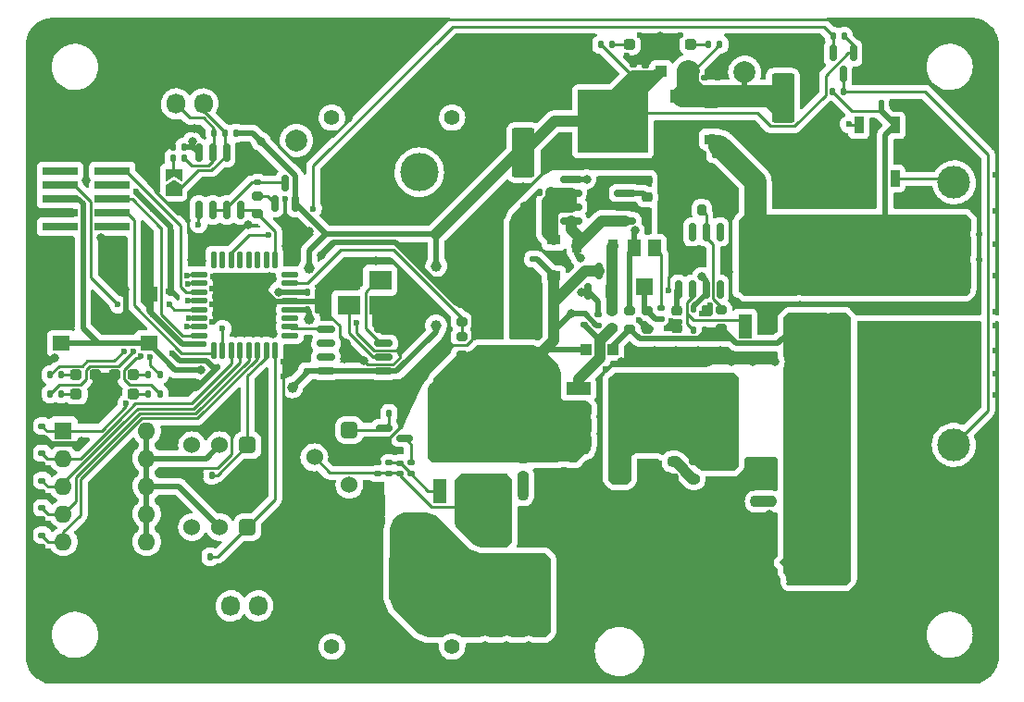
<source format=gbr>
%TF.GenerationSoftware,KiCad,Pcbnew,(6.0.11)*%
%TF.CreationDate,2024-02-29T08:22:58+09:00*%
%TF.ProjectId,Panel,50616e65-6c2e-46b6-9963-61645f706362,rev?*%
%TF.SameCoordinates,Original*%
%TF.FileFunction,Copper,L1,Top*%
%TF.FilePolarity,Positive*%
%FSLAX46Y46*%
G04 Gerber Fmt 4.6, Leading zero omitted, Abs format (unit mm)*
G04 Created by KiCad (PCBNEW (6.0.11)) date 2024-02-29 08:22:58*
%MOMM*%
%LPD*%
G01*
G04 APERTURE LIST*
G04 Aperture macros list*
%AMRoundRect*
0 Rectangle with rounded corners*
0 $1 Rounding radius*
0 $2 $3 $4 $5 $6 $7 $8 $9 X,Y pos of 4 corners*
0 Add a 4 corners polygon primitive as box body*
4,1,4,$2,$3,$4,$5,$6,$7,$8,$9,$2,$3,0*
0 Add four circle primitives for the rounded corners*
1,1,$1+$1,$2,$3*
1,1,$1+$1,$4,$5*
1,1,$1+$1,$6,$7*
1,1,$1+$1,$8,$9*
0 Add four rect primitives between the rounded corners*
20,1,$1+$1,$2,$3,$4,$5,0*
20,1,$1+$1,$4,$5,$6,$7,0*
20,1,$1+$1,$6,$7,$8,$9,0*
20,1,$1+$1,$8,$9,$2,$3,0*%
%AMRotRect*
0 Rectangle, with rotation*
0 The origin of the aperture is its center*
0 $1 length*
0 $2 width*
0 $3 Rotation angle, in degrees counterclockwise*
0 Add horizontal line*
21,1,$1,$2,0,0,$3*%
%AMFreePoly0*
4,1,6,1.000000,0.000000,0.500000,-0.750000,-0.500000,-0.750000,-0.500000,0.750000,0.500000,0.750000,1.000000,0.000000,1.000000,0.000000,$1*%
%AMFreePoly1*
4,1,6,0.500000,-0.750000,-0.650000,-0.750000,-0.150000,0.000000,-0.650000,0.750000,0.500000,0.750000,0.500000,-0.750000,0.500000,-0.750000,$1*%
G04 Aperture macros list end*
%TA.AperFunction,SMDPad,CuDef*%
%ADD10RoundRect,0.200000X0.275000X-0.200000X0.275000X0.200000X-0.275000X0.200000X-0.275000X-0.200000X0*%
%TD*%
%TA.AperFunction,SMDPad,CuDef*%
%ADD11RoundRect,0.237500X0.287500X0.237500X-0.287500X0.237500X-0.287500X-0.237500X0.287500X-0.237500X0*%
%TD*%
%TA.AperFunction,SMDPad,CuDef*%
%ADD12R,0.900000X1.200000*%
%TD*%
%TA.AperFunction,SMDPad,CuDef*%
%ADD13R,0.900000X1.500000*%
%TD*%
%TA.AperFunction,SMDPad,CuDef*%
%ADD14R,1.200000X2.200000*%
%TD*%
%TA.AperFunction,SMDPad,CuDef*%
%ADD15R,5.800000X6.400000*%
%TD*%
%TA.AperFunction,SMDPad,CuDef*%
%ADD16RoundRect,0.135000X0.135000X0.185000X-0.135000X0.185000X-0.135000X-0.185000X0.135000X-0.185000X0*%
%TD*%
%TA.AperFunction,ComponentPad*%
%ADD17C,2.000000*%
%TD*%
%TA.AperFunction,ComponentPad*%
%ADD18RoundRect,0.381000X-0.381000X0.381000X-0.381000X-0.381000X0.381000X-0.381000X0.381000X0.381000X0*%
%TD*%
%TA.AperFunction,ComponentPad*%
%ADD19C,1.524000*%
%TD*%
%TA.AperFunction,SMDPad,CuDef*%
%ADD20RoundRect,0.135000X-0.135000X-0.185000X0.135000X-0.185000X0.135000X0.185000X-0.135000X0.185000X0*%
%TD*%
%TA.AperFunction,SMDPad,CuDef*%
%ADD21FreePoly0,90.000000*%
%TD*%
%TA.AperFunction,SMDPad,CuDef*%
%ADD22FreePoly1,90.000000*%
%TD*%
%TA.AperFunction,SMDPad,CuDef*%
%ADD23RoundRect,0.135000X0.185000X-0.135000X0.185000X0.135000X-0.185000X0.135000X-0.185000X-0.135000X0*%
%TD*%
%TA.AperFunction,SMDPad,CuDef*%
%ADD24RoundRect,0.140000X-0.140000X-0.170000X0.140000X-0.170000X0.140000X0.170000X-0.140000X0.170000X0*%
%TD*%
%TA.AperFunction,SMDPad,CuDef*%
%ADD25RoundRect,0.250001X-0.799999X1.999999X-0.799999X-1.999999X0.799999X-1.999999X0.799999X1.999999X0*%
%TD*%
%TA.AperFunction,SMDPad,CuDef*%
%ADD26RoundRect,0.150000X0.150000X-0.587500X0.150000X0.587500X-0.150000X0.587500X-0.150000X-0.587500X0*%
%TD*%
%TA.AperFunction,SMDPad,CuDef*%
%ADD27R,2.100000X1.800000*%
%TD*%
%TA.AperFunction,SMDPad,CuDef*%
%ADD28RoundRect,0.125000X0.625000X0.125000X-0.625000X0.125000X-0.625000X-0.125000X0.625000X-0.125000X0*%
%TD*%
%TA.AperFunction,SMDPad,CuDef*%
%ADD29RoundRect,0.125000X0.125000X0.625000X-0.125000X0.625000X-0.125000X-0.625000X0.125000X-0.625000X0*%
%TD*%
%TA.AperFunction,SMDPad,CuDef*%
%ADD30RoundRect,0.225000X-0.225000X-0.250000X0.225000X-0.250000X0.225000X0.250000X-0.225000X0.250000X0*%
%TD*%
%TA.AperFunction,SMDPad,CuDef*%
%ADD31R,3.250000X0.740000*%
%TD*%
%TA.AperFunction,SMDPad,CuDef*%
%ADD32R,1.000000X1.000000*%
%TD*%
%TA.AperFunction,ComponentPad*%
%ADD33C,3.000000*%
%TD*%
%TA.AperFunction,SMDPad,CuDef*%
%ADD34RoundRect,0.140000X0.170000X-0.140000X0.170000X0.140000X-0.170000X0.140000X-0.170000X-0.140000X0*%
%TD*%
%TA.AperFunction,SMDPad,CuDef*%
%ADD35RoundRect,0.200000X-0.275000X0.200000X-0.275000X-0.200000X0.275000X-0.200000X0.275000X0.200000X0*%
%TD*%
%TA.AperFunction,SMDPad,CuDef*%
%ADD36RoundRect,0.250001X0.799999X-1.999999X0.799999X1.999999X-0.799999X1.999999X-0.799999X-1.999999X0*%
%TD*%
%TA.AperFunction,SMDPad,CuDef*%
%ADD37RoundRect,0.250000X0.250000X0.475000X-0.250000X0.475000X-0.250000X-0.475000X0.250000X-0.475000X0*%
%TD*%
%TA.AperFunction,SMDPad,CuDef*%
%ADD38R,2.200000X1.200000*%
%TD*%
%TA.AperFunction,SMDPad,CuDef*%
%ADD39R,6.400000X5.800000*%
%TD*%
%TA.AperFunction,ComponentPad*%
%ADD40R,1.600000X1.600000*%
%TD*%
%TA.AperFunction,ComponentPad*%
%ADD41O,1.600000X1.600000*%
%TD*%
%TA.AperFunction,SMDPad,CuDef*%
%ADD42RoundRect,0.150000X0.675000X0.150000X-0.675000X0.150000X-0.675000X-0.150000X0.675000X-0.150000X0*%
%TD*%
%TA.AperFunction,SMDPad,CuDef*%
%ADD43RoundRect,0.225000X0.250000X-0.225000X0.250000X0.225000X-0.250000X0.225000X-0.250000X-0.225000X0*%
%TD*%
%TA.AperFunction,ComponentPad*%
%ADD44RoundRect,0.381000X-0.381000X-0.381000X0.381000X-0.381000X0.381000X0.381000X-0.381000X0.381000X0*%
%TD*%
%TA.AperFunction,SMDPad,CuDef*%
%ADD45RoundRect,0.150000X-0.150000X0.675000X-0.150000X-0.675000X0.150000X-0.675000X0.150000X0.675000X0*%
%TD*%
%TA.AperFunction,ComponentPad*%
%ADD46RoundRect,0.250000X0.600000X0.675000X-0.600000X0.675000X-0.600000X-0.675000X0.600000X-0.675000X0*%
%TD*%
%TA.AperFunction,ComponentPad*%
%ADD47O,1.700000X1.850000*%
%TD*%
%TA.AperFunction,SMDPad,CuDef*%
%ADD48RoundRect,0.237500X-0.287500X-0.237500X0.287500X-0.237500X0.287500X0.237500X-0.287500X0.237500X0*%
%TD*%
%TA.AperFunction,SMDPad,CuDef*%
%ADD49RoundRect,0.225000X-0.250000X0.225000X-0.250000X-0.225000X0.250000X-0.225000X0.250000X0.225000X0*%
%TD*%
%TA.AperFunction,SMDPad,CuDef*%
%ADD50RoundRect,0.150000X0.825000X0.150000X-0.825000X0.150000X-0.825000X-0.150000X0.825000X-0.150000X0*%
%TD*%
%TA.AperFunction,SMDPad,CuDef*%
%ADD51RoundRect,0.225000X0.225000X0.250000X-0.225000X0.250000X-0.225000X-0.250000X0.225000X-0.250000X0*%
%TD*%
%TA.AperFunction,SMDPad,CuDef*%
%ADD52R,1.150000X1.500000*%
%TD*%
%TA.AperFunction,SMDPad,CuDef*%
%ADD53R,1.500000X1.500000*%
%TD*%
%TA.AperFunction,SMDPad,CuDef*%
%ADD54RoundRect,0.140000X0.140000X0.170000X-0.140000X0.170000X-0.140000X-0.170000X0.140000X-0.170000X0*%
%TD*%
%TA.AperFunction,ComponentPad*%
%ADD55R,1.905000X2.000000*%
%TD*%
%TA.AperFunction,ComponentPad*%
%ADD56O,1.905000X2.000000*%
%TD*%
%TA.AperFunction,SMDPad,CuDef*%
%ADD57RoundRect,0.150000X-0.587500X-0.150000X0.587500X-0.150000X0.587500X0.150000X-0.587500X0.150000X0*%
%TD*%
%TA.AperFunction,SMDPad,CuDef*%
%ADD58RoundRect,0.150000X-0.150000X0.587500X-0.150000X-0.587500X0.150000X-0.587500X0.150000X0.587500X0*%
%TD*%
%TA.AperFunction,SMDPad,CuDef*%
%ADD59RoundRect,0.200000X-0.200000X-0.275000X0.200000X-0.275000X0.200000X0.275000X-0.200000X0.275000X0*%
%TD*%
%TA.AperFunction,SMDPad,CuDef*%
%ADD60R,2.413000X5.334000*%
%TD*%
%TA.AperFunction,SMDPad,CuDef*%
%ADD61RoundRect,0.150000X0.150000X-0.675000X0.150000X0.675000X-0.150000X0.675000X-0.150000X-0.675000X0*%
%TD*%
%TA.AperFunction,SMDPad,CuDef*%
%ADD62R,1.600000X1.400000*%
%TD*%
%TA.AperFunction,ComponentPad*%
%ADD63C,1.400000*%
%TD*%
%TA.AperFunction,ComponentPad*%
%ADD64R,3.500000X3.500000*%
%TD*%
%TA.AperFunction,ComponentPad*%
%ADD65C,3.500000*%
%TD*%
%TA.AperFunction,ComponentPad*%
%ADD66RotRect,1.600000X1.600000X225.000000*%
%TD*%
%TA.AperFunction,ComponentPad*%
%ADD67C,1.600000*%
%TD*%
%TA.AperFunction,SMDPad,CuDef*%
%ADD68RoundRect,0.250000X-0.475000X0.250000X-0.475000X-0.250000X0.475000X-0.250000X0.475000X0.250000X0*%
%TD*%
%TA.AperFunction,ComponentPad*%
%ADD69RoundRect,0.250000X-0.600000X-0.675000X0.600000X-0.675000X0.600000X0.675000X-0.600000X0.675000X0*%
%TD*%
%TA.AperFunction,SMDPad,CuDef*%
%ADD70RoundRect,0.200000X0.200000X0.275000X-0.200000X0.275000X-0.200000X-0.275000X0.200000X-0.275000X0*%
%TD*%
%TA.AperFunction,SMDPad,CuDef*%
%ADD71R,1.200000X0.900000*%
%TD*%
%TA.AperFunction,SMDPad,CuDef*%
%ADD72RoundRect,0.135000X-0.185000X0.135000X-0.185000X-0.135000X0.185000X-0.135000X0.185000X0.135000X0*%
%TD*%
%TA.AperFunction,ViaPad*%
%ADD73C,0.800000*%
%TD*%
%TA.AperFunction,ViaPad*%
%ADD74C,0.600000*%
%TD*%
%TA.AperFunction,ViaPad*%
%ADD75C,1.000000*%
%TD*%
%TA.AperFunction,Conductor*%
%ADD76C,0.250000*%
%TD*%
%TA.AperFunction,Conductor*%
%ADD77C,0.500000*%
%TD*%
%TA.AperFunction,Conductor*%
%ADD78C,1.000000*%
%TD*%
%TA.AperFunction,Conductor*%
%ADD79C,2.000000*%
%TD*%
G04 APERTURE END LIST*
D10*
%TO.P,R25,1*%
%TO.N,GND*%
X135820000Y-78560000D03*
%TO.P,R25,2*%
%TO.N,Net-(R25-Pad2)*%
X135820000Y-76910000D03*
%TD*%
D11*
%TO.P,D2,1,K*%
%TO.N,GND*%
X85345000Y-84500000D03*
%TO.P,D2,2,A*%
%TO.N,Net-(D2-Pad2)*%
X83595000Y-84500000D03*
%TD*%
D12*
%TO.P,D7,1,K*%
%TO.N,Net-(D7-Pad1)*%
X129400000Y-70959999D03*
%TO.P,D7,2,A*%
%TO.N,Net-(D7-Pad2)*%
X132700000Y-70959999D03*
%TD*%
D13*
%TO.P,D16,1,VDD*%
%TO.N,+5V*%
X158470000Y-59910000D03*
%TO.P,D16,2,DOUT*%
%TO.N,Net-(D16-Pad2)*%
X155170000Y-59910000D03*
%TO.P,D16,3,VSS*%
%TO.N,GND*%
X155170000Y-64810000D03*
%TO.P,D16,4,DIN*%
%TO.N,LEDPannel_OUT*%
X158470000Y-64810000D03*
%TD*%
D14*
%TO.P,Q4,1,G*%
%TO.N,SHDN_overV*%
X144750000Y-78300000D03*
D15*
%TO.P,Q4,2,D*%
%TO.N,+5V*%
X147030000Y-72000000D03*
D14*
%TO.P,Q4,3,S*%
%TO.N,Net-(C7-Pad1)*%
X149310000Y-78300000D03*
%TD*%
D16*
%TO.P,R29,1*%
%TO.N,+5V*%
X141980000Y-62560000D03*
%TO.P,R29,2*%
%TO.N,GND*%
X140960000Y-62560000D03*
%TD*%
D17*
%TO.P,TP4,1,1*%
%TO.N,+3.3V*%
X103720000Y-61310000D03*
%TD*%
D18*
%TO.P,SW5,1,A*%
%TO.N,Slide_SW1*%
X99260000Y-96700000D03*
D19*
%TO.P,SW5,2,B*%
%TO.N,+3.3V*%
X96720000Y-96700000D03*
%TO.P,SW5,3,C*%
%TO.N,unconnected-(SW5-Pad3)*%
X94180000Y-96700000D03*
%TD*%
D20*
%TO.P,R36,1*%
%TO.N,Net-(D12-Pad2)*%
X141422500Y-52510000D03*
%TO.P,R36,2*%
%TO.N,VCC*%
X142442500Y-52510000D03*
%TD*%
D10*
%TO.P,R12,1*%
%TO.N,V_Measure*%
X118830000Y-77875000D03*
%TO.P,R12,2*%
%TO.N,GND*%
X118830000Y-76225000D03*
%TD*%
D21*
%TO.P,JP1,1,A*%
%TO.N,RS485_A*%
X92500000Y-65865000D03*
D22*
%TO.P,JP1,2,B*%
%TO.N,Net-(JP1-Pad2)*%
X92500000Y-64415000D03*
%TD*%
D23*
%TO.P,R20,1*%
%TO.N,VDD*%
X131310000Y-78220000D03*
%TO.P,R20,2*%
%TO.N,Net-(D7-Pad1)*%
X131310000Y-77200000D03*
%TD*%
D24*
%TO.P,C13,1*%
%TO.N,NRST*%
X104720000Y-75170000D03*
%TO.P,C13,2*%
%TO.N,GND*%
X105680000Y-75170000D03*
%TD*%
D10*
%TO.P,R11,1*%
%TO.N,VDD*%
X118830000Y-80955000D03*
%TO.P,R11,2*%
%TO.N,V_Measure*%
X118830000Y-79305000D03*
%TD*%
D25*
%TO.P,C17,1*%
%TO.N,VCC*%
X148210000Y-57420000D03*
%TO.P,C17,2*%
%TO.N,GND*%
X148210000Y-64620000D03*
%TD*%
D26*
%TO.P,Q14,1,B*%
%TO.N,Net-(Q14-Pad1)*%
X101750000Y-67077500D03*
%TO.P,Q14,2,E*%
%TO.N,+3.3V*%
X103650000Y-67077500D03*
%TO.P,Q14,3,C*%
%TO.N,Net-(Q14-Pad3)*%
X102700000Y-65202500D03*
%TD*%
D27*
%TO.P,Y1,1,1*%
%TO.N,Net-(U5-Pad2)*%
X108500000Y-76400000D03*
%TO.P,Y1,2,2*%
%TO.N,GND*%
X111400000Y-76400000D03*
%TO.P,Y1,3,3*%
%TO.N,Net-(U5-Pad3)*%
X111400000Y-74100000D03*
%TO.P,Y1,4,4*%
%TO.N,GND*%
X108500000Y-74100000D03*
%TD*%
D28*
%TO.P,U6,1,PB9*%
%TO.N,unconnected-(U6-Pad1)*%
X103145000Y-79170000D03*
%TO.P,U6,2,PC14-OSCX_IN*%
%TO.N,OSC_IN*%
X103145000Y-78370000D03*
%TO.P,U6,3,PC15-OSCX_OUT*%
%TO.N,unconnected-(U6-Pad3)*%
X103145000Y-77570000D03*
%TO.P,U6,4,VDD/VDDA*%
%TO.N,+3.3V*%
X103145000Y-76770000D03*
%TO.P,U6,5,VSS/VSSA*%
%TO.N,GND*%
X103145000Y-75970000D03*
%TO.P,U6,6,PF2-NRST*%
%TO.N,NRST*%
X103145000Y-75170000D03*
%TO.P,U6,7,PA0*%
%TO.N,V_Measure*%
X103145000Y-74370000D03*
%TO.P,U6,8,PA1*%
%TO.N,unconnected-(U6-Pad8)*%
X103145000Y-73570000D03*
D29*
%TO.P,U6,9,PA2*%
%TO.N,MainTX2_RS485RX*%
X101770000Y-72195000D03*
%TO.P,U6,10,PA3*%
%TO.N,unconnected-(U6-Pad10)*%
X100970000Y-72195000D03*
%TO.P,U6,11,PA4*%
%TO.N,unconnected-(U6-Pad11)*%
X100170000Y-72195000D03*
%TO.P,U6,12,PA5*%
%TO.N,unconnected-(U6-Pad12)*%
X99370000Y-72195000D03*
%TO.P,U6,13,PA6*%
%TO.N,unconnected-(U6-Pad13)*%
X98570000Y-72195000D03*
%TO.P,U6,14,PA7*%
%TO.N,LEDPannel_L*%
X97770000Y-72195000D03*
%TO.P,U6,15,PB0*%
%TO.N,unconnected-(U6-Pad15)*%
X96970000Y-72195000D03*
%TO.P,U6,16,PB1*%
%TO.N,unconnected-(U6-Pad16)*%
X96170000Y-72195000D03*
D28*
%TO.P,U6,17,PB2*%
%TO.N,MonitorLED0*%
X94795000Y-73570000D03*
%TO.P,U6,18,PA8*%
%TO.N,LED0*%
X94795000Y-74370000D03*
%TO.P,U6,19,PA9*%
%TO.N,MainTX1_STLinkRX*%
X94795000Y-75170000D03*
%TO.P,U6,20,PC6*%
%TO.N,LED2*%
X94795000Y-75970000D03*
%TO.P,U6,21,PA10*%
%TO.N,MainRX1_STLinkTX*%
X94795000Y-76770000D03*
%TO.P,U6,22,PA11[PA9]*%
%TO.N,LED1*%
X94795000Y-77570000D03*
%TO.P,U6,23,PA12[PA10]*%
%TO.N,DIP_SW0*%
X94795000Y-78370000D03*
%TO.P,U6,24,PA13*%
%TO.N,TMS*%
X94795000Y-79170000D03*
D29*
%TO.P,U6,25,PA14-BOOT0*%
%TO.N,TCK*%
X96170000Y-80545000D03*
%TO.P,U6,26,PA15*%
%TO.N,MainRX2_RS485TX*%
X96970000Y-80545000D03*
%TO.P,U6,27,PB3*%
%TO.N,DIP_SW1*%
X97770000Y-80545000D03*
%TO.P,U6,28,PB4*%
%TO.N,DIP_SW2*%
X98570000Y-80545000D03*
%TO.P,U6,29,PB5*%
%TO.N,DIP_SW3*%
X99370000Y-80545000D03*
%TO.P,U6,30,PB6*%
%TO.N,DIP_SW4*%
X100170000Y-80545000D03*
%TO.P,U6,31,PB7*%
%TO.N,Slide_SW0*%
X100970000Y-80545000D03*
%TO.P,U6,32,PB8*%
%TO.N,Slide_SW1*%
X101770000Y-80545000D03*
%TD*%
D30*
%TO.P,C25,1*%
%TO.N,GND*%
X144195000Y-94360000D03*
%TO.P,C25,2*%
%TO.N,Net-(C25-Pad2)*%
X145745000Y-94360000D03*
%TD*%
D18*
%TO.P,SW2,1,A*%
%TO.N,Slide_SW0*%
X99260000Y-89200000D03*
D19*
%TO.P,SW2,2,B*%
%TO.N,+3.3V*%
X96720000Y-89200000D03*
%TO.P,SW2,3,C*%
%TO.N,unconnected-(SW2-Pad3)*%
X94180000Y-89200000D03*
%TD*%
D23*
%TO.P,R27,1*%
%TO.N,Net-(R25-Pad2)*%
X137110000Y-77690000D03*
%TO.P,R27,2*%
%TO.N,Net-(R27-Pad2)*%
X137110000Y-76670000D03*
%TD*%
D31*
%TO.P,J3,1,Pin_1*%
%TO.N,unconnected-(J3-Pad1)*%
X86875000Y-69190000D03*
%TO.P,J3,2,Pin_2*%
%TO.N,unconnected-(J3-Pad2)*%
X82125000Y-69190000D03*
%TO.P,J3,3,Pin_3*%
%TO.N,TCK*%
X86875000Y-67920000D03*
%TO.P,J3,4,Pin_4*%
%TO.N,GND*%
X82125000Y-67920000D03*
%TO.P,J3,5,Pin_5*%
%TO.N,TMS*%
X86875000Y-66650000D03*
%TO.P,J3,6,Pin_6*%
%TO.N,NRST*%
X82125000Y-66650000D03*
%TO.P,J3,7,Pin_7*%
%TO.N,unconnected-(J3-Pad7)*%
X86875000Y-65380000D03*
%TO.P,J3,8,Pin_8*%
%TO.N,MainRX1_STLinkTX*%
X82125000Y-65380000D03*
%TO.P,J3,9,Pin_9*%
%TO.N,MainTX1_STLinkRX*%
X86875000Y-64110000D03*
%TO.P,J3,10,Pin_10*%
%TO.N,unconnected-(J3-Pad10)*%
X82125000Y-64110000D03*
%TD*%
D16*
%TO.P,R5,1*%
%TO.N,Slide_SW0*%
X95980000Y-91950000D03*
%TO.P,R5,2*%
%TO.N,GND*%
X94960000Y-91950000D03*
%TD*%
%TO.P,R18,1*%
%TO.N,Slide_SW1*%
X95850000Y-99400000D03*
%TO.P,R18,2*%
%TO.N,GND*%
X94830000Y-99400000D03*
%TD*%
D32*
%TO.P,D11,1,K*%
%TO.N,VCC*%
X139580000Y-54930000D03*
%TO.P,D11,2,A*%
%TO.N,+3.3V*%
X137080000Y-54930000D03*
%TD*%
D23*
%TO.P,R8,1*%
%TO.N,/S-S*%
X112187500Y-91820000D03*
%TO.P,R8,2*%
%TO.N,Net-(C1-Pad2)*%
X112187500Y-90800000D03*
%TD*%
D33*
%TO.P,H5,1,1*%
%TO.N,LEDPannel_OUT*%
X163870000Y-65130000D03*
%TD*%
D34*
%TO.P,C9,1*%
%TO.N,+3.3V*%
X104710000Y-82370000D03*
%TO.P,C9,2*%
%TO.N,GND*%
X104710000Y-81410000D03*
%TD*%
D23*
%TO.P,R6,1*%
%TO.N,GND*%
X80470000Y-95955000D03*
%TO.P,R6,2*%
%TO.N,DIP_SW3*%
X80470000Y-94935000D03*
%TD*%
D35*
%TO.P,R28,1*%
%TO.N,Vfb*%
X134220000Y-76910000D03*
%TO.P,R28,2*%
%TO.N,Net-(C7-Pad1)*%
X134220000Y-78560000D03*
%TD*%
D16*
%TO.P,R48,1*%
%TO.N,Net-(C7-Pad1)*%
X141060000Y-78660001D03*
%TO.P,R48,2*%
%TO.N,SHDN_overV*%
X140040000Y-78660001D03*
%TD*%
D20*
%TO.P,R41,1*%
%TO.N,LEDPannel_L*%
X152800000Y-51750000D03*
%TO.P,R41,2*%
%TO.N,+3.3V*%
X153820000Y-51750000D03*
%TD*%
D36*
%TO.P,C18,1*%
%TO.N,+3.3V*%
X124470000Y-62410000D03*
%TO.P,C18,2*%
%TO.N,GND*%
X124470000Y-55210000D03*
%TD*%
D37*
%TO.P,C7,1*%
%TO.N,Net-(C7-Pad1)*%
X148970001Y-92360000D03*
%TO.P,C7,2*%
%TO.N,GND*%
X147070001Y-92360000D03*
%TD*%
D35*
%TO.P,R40,1*%
%TO.N,Net-(Q14-Pad1)*%
X100200000Y-66390000D03*
%TO.P,R40,2*%
%TO.N,MainTX2_RS485RX*%
X100200000Y-68040000D03*
%TD*%
D38*
%TO.P,Q8,1,G*%
%TO.N,Net-(Q8-Pad1)*%
X129520000Y-84030000D03*
D39*
%TO.P,Q8,2,D*%
%TO.N,Net-(D8-Pad2)*%
X135820000Y-86310000D03*
D38*
%TO.P,Q8,3,S*%
%TO.N,VDD*%
X129520000Y-88590000D03*
%TD*%
D16*
%TO.P,R13,1*%
%TO.N,Net-(D2-Pad2)*%
X82230000Y-84500000D03*
%TO.P,R13,2*%
%TO.N,LED0*%
X81210000Y-84500000D03*
%TD*%
D10*
%TO.P,R19,1*%
%TO.N,Net-(C11-Pad2)*%
X124470000Y-92085000D03*
%TO.P,R19,2*%
%TO.N,VDD*%
X124470000Y-90435000D03*
%TD*%
D38*
%TO.P,U2,1,GND*%
%TO.N,GND*%
X138990000Y-61830000D03*
D39*
%TO.P,U2,2,VO*%
%TO.N,+3.3V*%
X132690000Y-59550000D03*
D38*
%TO.P,U2,3,VI*%
%TO.N,VCC*%
X138990000Y-57270000D03*
%TD*%
D40*
%TO.P,SW1,1*%
%TO.N,DIP_SW0*%
X82420000Y-87870000D03*
D41*
%TO.P,SW1,2*%
%TO.N,DIP_SW1*%
X82420000Y-90410000D03*
%TO.P,SW1,3*%
%TO.N,DIP_SW2*%
X82420000Y-92950000D03*
%TO.P,SW1,4*%
%TO.N,DIP_SW3*%
X82420000Y-95490000D03*
%TO.P,SW1,5*%
%TO.N,DIP_SW4*%
X82420000Y-98030000D03*
%TO.P,SW1,6*%
%TO.N,+3.3V*%
X90040000Y-98030000D03*
%TO.P,SW1,7*%
X90040000Y-95490000D03*
%TO.P,SW1,8*%
X90040000Y-92950000D03*
%TO.P,SW1,9*%
X90040000Y-90410000D03*
%TO.P,SW1,10*%
X90040000Y-87870000D03*
%TD*%
D42*
%TO.P,U5,1,~{CONT}*%
%TO.N,+3.3V*%
X111675000Y-82435000D03*
%TO.P,U5,2,XT*%
%TO.N,Net-(U5-Pad2)*%
X111675000Y-81165000D03*
%TO.P,U5,3,~{XT}*%
%TO.N,Net-(U5-Pad3)*%
X111675000Y-79895000D03*
%TO.P,U5,4,VSS*%
%TO.N,GND*%
X111675000Y-78625000D03*
%TO.P,U5,5,FOUT*%
%TO.N,OSC_IN*%
X106425000Y-78625000D03*
%TO.P,U5,6,NC*%
%TO.N,unconnected-(U5-Pad6)*%
X106425000Y-79895000D03*
%TO.P,U5,7,NC*%
%TO.N,unconnected-(U5-Pad7)*%
X106425000Y-81165000D03*
%TO.P,U5,8,VDD*%
%TO.N,+3.3V*%
X106425000Y-82435000D03*
%TD*%
D43*
%TO.P,C23,1*%
%TO.N,GND*%
X138170000Y-92245000D03*
%TO.P,C23,2*%
%TO.N,Net-(C23-Pad2)*%
X138170000Y-90695000D03*
%TD*%
D44*
%TO.P,SW3,1,A*%
%TO.N,\u4E3B\u96FB\u6E90\u30B9\u30A4\u30C3\u30C1*%
X108570000Y-87810000D03*
D19*
%TO.P,SW3,2,B*%
%TO.N,/S-S*%
X105370000Y-90310000D03*
%TO.P,SW3,3,C*%
%TO.N,unconnected-(SW3-Pad3)*%
X108570000Y-92810000D03*
%TD*%
D11*
%TO.P,D15,1,K*%
%TO.N,GND*%
X135935000Y-52510000D03*
%TO.P,D15,2,A*%
%TO.N,Net-(D15-Pad2)*%
X134185000Y-52510000D03*
%TD*%
D32*
%TO.P,D1,1,K*%
%TO.N,VDD*%
X117770001Y-82610000D03*
%TO.P,D1,2,A*%
%TO.N,GND*%
X115270001Y-82610000D03*
%TD*%
D20*
%TO.P,R10,1*%
%TO.N,\u4E3B\u96FB\u6E90\u30B9\u30A4\u30C3\u30C1*%
X112197500Y-86260000D03*
%TO.P,R10,2*%
%TO.N,GND*%
X113217500Y-86260000D03*
%TD*%
D45*
%TO.P,U3,1,NC*%
%TO.N,unconnected-(U3-Pad1)*%
X142460000Y-69675000D03*
%TO.P,U3,2,IN*%
%TO.N,V_Surv.*%
X141190000Y-69675000D03*
%TO.P,U3,3,NC*%
%TO.N,unconnected-(U3-Pad3)*%
X139920000Y-69675000D03*
%TO.P,U3,4,GND*%
%TO.N,GND*%
X138650000Y-69675000D03*
%TO.P,U3,5,Cdelay*%
%TO.N,Net-(C2-Pad2)*%
X138650000Y-74925000D03*
%TO.P,U3,6,OUT*%
%TO.N,SHDN_overV*%
X139920000Y-74925000D03*
%TO.P,U3,7,VCC*%
%TO.N,VDD*%
X141190000Y-74925000D03*
%TO.P,U3,8,NC*%
%TO.N,unconnected-(U3-Pad8)*%
X142460000Y-74925000D03*
%TD*%
D26*
%TO.P,Q5,1,B*%
%TO.N,Net-(D7-Pad1)*%
X130420000Y-75147499D03*
%TO.P,Q5,2,E*%
%TO.N,Net-(D7-Pad2)*%
X132320000Y-75147499D03*
%TO.P,Q5,3,C*%
%TO.N,VDD*%
X131370000Y-73272499D03*
%TD*%
D46*
%TO.P,J4,1,Pin_1*%
%TO.N,GND*%
X100220000Y-57959999D03*
D47*
%TO.P,J4,2,Pin_2*%
X97720000Y-57959999D03*
%TO.P,J4,3,Pin_3*%
%TO.N,RS485_A*%
X95220000Y-57959999D03*
%TO.P,J4,4,Pin_4*%
%TO.N,RS485_B*%
X92720000Y-57959999D03*
%TD*%
D33*
%TO.P,H6,1,1*%
%TO.N,+5V*%
X163800000Y-73180000D03*
%TD*%
D48*
%TO.P,D4,1,K*%
%TO.N,GND*%
X87095000Y-84500000D03*
%TO.P,D4,2,A*%
%TO.N,Net-(D4-Pad2)*%
X88845000Y-84500000D03*
%TD*%
D24*
%TO.P,C19,1*%
%TO.N,+5V*%
X157190000Y-57940000D03*
%TO.P,C19,2*%
%TO.N,GND*%
X158150000Y-57940000D03*
%TD*%
D49*
%TO.P,C5,1*%
%TO.N,GND*%
X135800000Y-64934999D03*
%TO.P,C5,2*%
%TO.N,Net-(C5-Pad2)*%
X135800000Y-66484999D03*
%TD*%
D50*
%TO.P,U1,1,SwC*%
%TO.N,Net-(D7-Pad1)*%
X133775000Y-68665000D03*
%TO.P,U1,2,SwE*%
%TO.N,GND*%
X133775000Y-67395000D03*
%TO.P,U1,3,TC*%
%TO.N,Net-(C5-Pad2)*%
X133775000Y-66125000D03*
%TO.P,U1,4,GND*%
%TO.N,GND*%
X133775000Y-64855000D03*
%TO.P,U1,5,Vfb*%
%TO.N,Vfb*%
X128825000Y-64855000D03*
%TO.P,U1,6,Vin*%
%TO.N,Net-(C3-Pad1)*%
X128825000Y-66125000D03*
%TO.P,U1,7,Ipk*%
X128825000Y-67395000D03*
%TO.P,U1,8,DC*%
%TO.N,Net-(D7-Pad1)*%
X128825000Y-68665000D03*
%TD*%
D51*
%TO.P,C11,1*%
%TO.N,GND*%
X125995000Y-93760000D03*
%TO.P,C11,2*%
%TO.N,Net-(C11-Pad2)*%
X124445000Y-93760000D03*
%TD*%
D52*
%TO.P,RV1,1,1*%
%TO.N,Net-(R27-Pad2)*%
X136495000Y-71110000D03*
D53*
%TO.P,RV1,2,2*%
%TO.N,Net-(R25-Pad2)*%
X135570000Y-74710000D03*
D52*
%TO.P,RV1,3,3*%
%TO.N,Vfb*%
X134645000Y-71110000D03*
%TD*%
D23*
%TO.P,R9,1*%
%TO.N,Net-(C1-Pad2)*%
X114177500Y-91830000D03*
%TO.P,R9,2*%
%TO.N,Net-(Q2-Pad3)*%
X114177500Y-90810000D03*
%TD*%
D32*
%TO.P,D9,1,K*%
%TO.N,Net-(C7-Pad1)*%
X151750000Y-77560000D03*
%TO.P,D9,2,A*%
%TO.N,+5V*%
X151750000Y-75060000D03*
%TD*%
D24*
%TO.P,C12,1*%
%TO.N,+3.3V*%
X104710000Y-76780000D03*
%TO.P,C12,2*%
%TO.N,GND*%
X105670000Y-76780000D03*
%TD*%
D23*
%TO.P,R22,1*%
%TO.N,Net-(Q8-Pad1)*%
X130010000Y-78200000D03*
%TO.P,R22,2*%
%TO.N,VDD*%
X130010000Y-77180000D03*
%TD*%
D54*
%TO.P,C20,1*%
%TO.N,+3.3V*%
X93430000Y-61890000D03*
%TO.P,C20,2*%
%TO.N,GND*%
X92470000Y-61890000D03*
%TD*%
D25*
%TO.P,C21,1*%
%TO.N,+5V*%
X157270000Y-72940000D03*
%TO.P,C21,2*%
%TO.N,GND*%
X157270000Y-80140000D03*
%TD*%
D55*
%TO.P,D8,1,A*%
%TO.N,GND*%
X135810000Y-91430000D03*
D56*
%TO.P,D8,2,K*%
%TO.N,Net-(D8-Pad2)*%
X133270000Y-91430000D03*
%TO.P,D8,3,A*%
%TO.N,GND*%
X130730000Y-91430000D03*
%TD*%
D35*
%TO.P,R38,1*%
%TO.N,V_Surv.*%
X142580000Y-76825000D03*
%TO.P,R38,2*%
%TO.N,Net-(C7-Pad1)*%
X142580000Y-78475000D03*
%TD*%
D57*
%TO.P,Q2,1,G*%
%TO.N,\u4E3B\u96FB\u6E90\u30B9\u30A4\u30C3\u30C1*%
X111770000Y-87610000D03*
%TO.P,Q2,2,S*%
%TO.N,GND*%
X111770000Y-89510000D03*
%TO.P,Q2,3,D*%
%TO.N,Net-(Q2-Pad3)*%
X113645000Y-88560000D03*
%TD*%
D58*
%TO.P,Q15,1,G*%
%TO.N,+3.3V*%
X154680001Y-53312499D03*
%TO.P,Q15,2,S*%
%TO.N,LEDPannel_L*%
X152780001Y-53312499D03*
%TO.P,Q15,3,D*%
%TO.N,LEDPannel_H*%
X153730001Y-55187499D03*
%TD*%
D11*
%TO.P,D6,1,K*%
%TO.N,GND*%
X85345000Y-82750000D03*
%TO.P,D6,2,A*%
%TO.N,Net-(D6-Pad2)*%
X83595000Y-82750000D03*
%TD*%
D36*
%TO.P,C16,1*%
%TO.N,VDD*%
X124220000Y-82660000D03*
%TO.P,C16,2*%
%TO.N,GND*%
X124220000Y-75460000D03*
%TD*%
D59*
%TO.P,R37,1*%
%TO.N,Net-(C25-Pad2)*%
X147145000Y-94360000D03*
%TO.P,R37,2*%
%TO.N,Net-(C7-Pad1)*%
X148795000Y-94360000D03*
%TD*%
D17*
%TO.P,TP2,1,1*%
%TO.N,+5V*%
X153220000Y-70560000D03*
%TD*%
D23*
%TO.P,R4,1*%
%TO.N,GND*%
X80470000Y-93455000D03*
%TO.P,R4,2*%
%TO.N,DIP_SW2*%
X80470000Y-92435000D03*
%TD*%
%TO.P,R3,1*%
%TO.N,/S-S*%
X111187500Y-91820000D03*
%TO.P,R3,2*%
%TO.N,GND*%
X111187500Y-90800000D03*
%TD*%
D20*
%TO.P,R14,1*%
%TO.N,Net-(D3-Pad2)*%
X90210000Y-82750000D03*
%TO.P,R14,2*%
%TO.N,LED1*%
X91230000Y-82750000D03*
%TD*%
D23*
%TO.P,R7,1*%
%TO.N,GND*%
X80470000Y-98455000D03*
%TO.P,R7,2*%
%TO.N,DIP_SW4*%
X80470000Y-97435000D03*
%TD*%
D14*
%TO.P,Q1,1,G*%
%TO.N,GND*%
X125750000Y-96860000D03*
D15*
%TO.P,Q1,2,D*%
%TO.N,/12VBAT*%
X123470000Y-103160000D03*
D14*
%TO.P,Q1,3,S*%
%TO.N,/S-S*%
X121190000Y-96860000D03*
%TD*%
D20*
%TO.P,R15,1*%
%TO.N,Net-(D4-Pad2)*%
X90210000Y-84500000D03*
%TO.P,R15,2*%
%TO.N,LED2*%
X91230000Y-84500000D03*
%TD*%
D16*
%TO.P,R45,1*%
%TO.N,RS485_B*%
X96209999Y-60640000D03*
%TO.P,R45,2*%
%TO.N,GND*%
X95189999Y-60640000D03*
%TD*%
D34*
%TO.P,C22,1*%
%TO.N,GND*%
X128170000Y-91440000D03*
%TO.P,C22,2*%
%TO.N,VDD*%
X128170000Y-90480000D03*
%TD*%
D60*
%TO.P,L1,1,1*%
%TO.N,Net-(D8-Pad2)*%
X142672250Y-86120000D03*
%TO.P,L1,2,2*%
%TO.N,Net-(C7-Pad1)*%
X149911250Y-86120000D03*
%TD*%
D16*
%TO.P,R43,1*%
%TO.N,LEDPannel_H*%
X153770003Y-56830000D03*
%TO.P,R43,2*%
%TO.N,+5V*%
X152750003Y-56830000D03*
%TD*%
D34*
%TO.P,C14,1*%
%TO.N,VCC*%
X141060000Y-56540000D03*
%TO.P,C14,2*%
%TO.N,GND*%
X141060000Y-55580000D03*
%TD*%
D16*
%TO.P,R39,1*%
%TO.N,Net-(D15-Pad2)*%
X132572500Y-52530001D03*
%TO.P,R39,2*%
%TO.N,+3.3V*%
X131552500Y-52530001D03*
%TD*%
D14*
%TO.P,Q3,1,G*%
%TO.N,Net-(C1-Pad2)*%
X116860000Y-93420000D03*
D15*
%TO.P,Q3,2,D*%
%TO.N,VDD*%
X119140000Y-87120000D03*
D14*
%TO.P,Q3,3,S*%
%TO.N,/S-S*%
X121420000Y-93420000D03*
%TD*%
D61*
%TO.P,U4,1,RO*%
%TO.N,MainRX2_RS485TX*%
X94795000Y-67664999D03*
%TO.P,U4,2,~{RE}*%
%TO.N,Net-(Q14-Pad3)*%
X96065000Y-67664999D03*
%TO.P,U4,3,DE*%
X97335000Y-67664999D03*
%TO.P,U4,4,DI*%
%TO.N,MainTX2_RS485RX*%
X98605000Y-67664999D03*
%TO.P,U4,5,GND*%
%TO.N,GND*%
X98605000Y-62414999D03*
%TO.P,U4,6,A*%
%TO.N,RS485_A*%
X97335000Y-62414999D03*
%TO.P,U4,7,B*%
%TO.N,RS485_B*%
X96065000Y-62414999D03*
%TO.P,U4,8,VCC*%
%TO.N,+3.3V*%
X94795000Y-62414999D03*
%TD*%
D20*
%TO.P,R46,1*%
%TO.N,Net-(JP1-Pad2)*%
X92440000Y-62890000D03*
%TO.P,R46,2*%
%TO.N,RS485_B*%
X93460000Y-62890000D03*
%TD*%
D34*
%TO.P,C15,1*%
%TO.N,+3.3V*%
X135660000Y-55380000D03*
%TO.P,C15,2*%
%TO.N,GND*%
X135660000Y-54420000D03*
%TD*%
D37*
%TO.P,C3,1*%
%TO.N,Net-(C3-Pad1)*%
X126620000Y-67660000D03*
%TO.P,C3,2*%
%TO.N,GND*%
X124720000Y-67660000D03*
%TD*%
D43*
%TO.P,C2,1*%
%TO.N,GND*%
X138530000Y-78475001D03*
%TO.P,C2,2*%
%TO.N,Net-(C2-Pad2)*%
X138530000Y-76925001D03*
%TD*%
D62*
%TO.P,SW4,1,A*%
%TO.N,NRST*%
X90227500Y-79870000D03*
X82227500Y-79870000D03*
%TO.P,SW4,2,B*%
%TO.N,GND*%
X90227500Y-75370000D03*
X82227500Y-75370000D03*
%TD*%
D23*
%TO.P,R2,1*%
%TO.N,GND*%
X80470000Y-90955000D03*
%TO.P,R2,2*%
%TO.N,DIP_SW1*%
X80470000Y-89935000D03*
%TD*%
D63*
%TO.P,J1,*%
%TO.N,*%
X106970000Y-107635000D03*
X117970000Y-107635000D03*
D64*
%TO.P,J1,1,Pin_1*%
%TO.N,GND*%
X109970000Y-97635000D03*
D65*
%TO.P,J1,2,Pin_2*%
%TO.N,/12VBAT*%
X114970000Y-97635000D03*
%TD*%
D23*
%TO.P,R1,1*%
%TO.N,GND*%
X80470000Y-88455000D03*
%TO.P,R1,2*%
%TO.N,DIP_SW0*%
X80470000Y-87435000D03*
%TD*%
D24*
%TO.P,C4,1*%
%TO.N,GND*%
X125990000Y-66060000D03*
%TO.P,C4,2*%
%TO.N,Net-(C3-Pad1)*%
X126950000Y-66060000D03*
%TD*%
D17*
%TO.P,TP3,1,1*%
%TO.N,VCC*%
X144720000Y-55060000D03*
%TD*%
D54*
%TO.P,C6,1*%
%TO.N,GND*%
X141030000Y-76710000D03*
%TO.P,C6,2*%
%TO.N,VDD*%
X140070000Y-76710000D03*
%TD*%
D66*
%TO.P,C8,1*%
%TO.N,Net-(C7-Pad1)*%
X149007571Y-99926117D03*
X150613366Y-100583064D03*
D67*
%TO.P,C8,2*%
%TO.N,GND*%
X145634009Y-101036937D03*
X147239804Y-101693884D03*
%TD*%
D63*
%TO.P,J2,*%
%TO.N,*%
X106970000Y-59210000D03*
X117970000Y-59210000D03*
D64*
%TO.P,J2,1,Pin_1*%
%TO.N,GND*%
X109970000Y-64210000D03*
D65*
%TO.P,J2,2,Pin_2*%
%TO.N,/12VBAT*%
X114970000Y-64210000D03*
%TD*%
D48*
%TO.P,D12,1,K*%
%TO.N,GND*%
X138057500Y-52510000D03*
%TO.P,D12,2,A*%
%TO.N,Net-(D12-Pad2)*%
X139807500Y-52510000D03*
%TD*%
D68*
%TO.P,C10,1*%
%TO.N,VDD*%
X126470000Y-90260000D03*
%TO.P,C10,2*%
%TO.N,GND*%
X126470000Y-92160000D03*
%TD*%
D33*
%TO.P,H7,1,1*%
%TO.N,GND*%
X163890000Y-81210000D03*
%TD*%
D32*
%TO.P,D13,1,K*%
%TO.N,VDD*%
X130200000Y-80440000D03*
%TO.P,D13,2,A*%
%TO.N,Net-(C7-Pad1)*%
X132700000Y-80440000D03*
%TD*%
D10*
%TO.P,R24,1*%
%TO.N,Net-(C23-Pad2)*%
X140110000Y-92285000D03*
%TO.P,R24,2*%
%TO.N,Net-(D8-Pad2)*%
X140110000Y-90635000D03*
%TD*%
D69*
%TO.P,J5,1,Pin_1*%
%TO.N,GND*%
X92720000Y-103910000D03*
D47*
%TO.P,J5,2,Pin_2*%
X95220000Y-103910000D03*
%TO.P,J5,3,Pin_3*%
%TO.N,RS485_A*%
X97720000Y-103910000D03*
%TO.P,J5,4,Pin_4*%
%TO.N,RS485_B*%
X100220000Y-103910000D03*
%TD*%
D34*
%TO.P,C1,1*%
%TO.N,/S-S*%
X113187500Y-91790000D03*
%TO.P,C1,2*%
%TO.N,Net-(C1-Pad2)*%
X113187500Y-90830000D03*
%TD*%
D70*
%TO.P,R47,1*%
%TO.N,V_Surv.*%
X140795000Y-67670000D03*
%TO.P,R47,2*%
%TO.N,GND*%
X139145000Y-67670000D03*
%TD*%
D48*
%TO.P,D3,1,K*%
%TO.N,GND*%
X87095000Y-82750000D03*
%TO.P,D3,2,A*%
%TO.N,Net-(D3-Pad2)*%
X88845000Y-82750000D03*
%TD*%
D23*
%TO.P,R42,1*%
%TO.N,Net-(Q14-Pad3)*%
X100200000Y-65150000D03*
%TO.P,R42,2*%
%TO.N,GND*%
X100200000Y-64130000D03*
%TD*%
D16*
%TO.P,R16,1*%
%TO.N,Net-(D6-Pad2)*%
X82230000Y-82750000D03*
%TO.P,R16,2*%
%TO.N,MonitorLED0*%
X81210000Y-82750000D03*
%TD*%
D17*
%TO.P,TP5,1,1*%
%TO.N,GND*%
X162220000Y-99810000D03*
%TD*%
%TO.P,TP1,1,1*%
%TO.N,VDD*%
X125820000Y-87340000D03*
%TD*%
D10*
%TO.P,R23,1*%
%TO.N,Net-(Q8-Pad1)*%
X132570000Y-78534999D03*
%TO.P,R23,2*%
%TO.N,Net-(D7-Pad2)*%
X132570000Y-76884999D03*
%TD*%
D23*
%TO.P,R17,1*%
%TO.N,VDD*%
X125380000Y-72160000D03*
%TO.P,R17,2*%
%TO.N,GND*%
X125380000Y-71140000D03*
%TD*%
D16*
%TO.P,R44,1*%
%TO.N,+3.3V*%
X98210000Y-60640000D03*
%TO.P,R44,2*%
%TO.N,RS485_A*%
X97190000Y-60640000D03*
%TD*%
D71*
%TO.P,D10,1,K*%
%TO.N,VCC*%
X141670000Y-57890000D03*
%TO.P,D10,2,A*%
%TO.N,+5V*%
X141670000Y-61190000D03*
%TD*%
D33*
%TO.P,H8,1,1*%
%TO.N,LEDPannel_H*%
X163840000Y-89170000D03*
%TD*%
D23*
%TO.P,R30,1*%
%TO.N,VCC*%
X142240000Y-56570000D03*
%TO.P,R30,2*%
%TO.N,GND*%
X142240000Y-55550000D03*
%TD*%
D71*
%TO.P,D5,1,K*%
%TO.N,Net-(C3-Pad1)*%
X127270000Y-70410000D03*
%TO.P,D5,2,A*%
%TO.N,VDD*%
X127270000Y-73710000D03*
%TD*%
D72*
%TO.P,R34,1*%
%TO.N,GND*%
X134550000Y-54390000D03*
%TO.P,R34,2*%
%TO.N,+3.3V*%
X134550000Y-55410000D03*
%TD*%
D73*
%TO.N,GND*%
X101470000Y-56560000D03*
X113470000Y-51560000D03*
X87970000Y-57560000D03*
X133970000Y-96560000D03*
X142970000Y-99560000D03*
X150970000Y-105560000D03*
X91600000Y-94230000D03*
X155970000Y-106560000D03*
X165820000Y-67270000D03*
X130970000Y-105560000D03*
X122970000Y-107560000D03*
X135970000Y-96560000D03*
D74*
X166170000Y-69860000D03*
D73*
X143370000Y-60060000D03*
X128970000Y-103560000D03*
X105490000Y-92180000D03*
D74*
X133920000Y-53550000D03*
D73*
X166970000Y-57640000D03*
X163970000Y-94560000D03*
X165450000Y-76750000D03*
X98470000Y-56560000D03*
X166970000Y-93560000D03*
X140470000Y-80560000D03*
X137970000Y-98560000D03*
X131970000Y-110560000D03*
X123970000Y-108560000D03*
X159970000Y-100560000D03*
X143800000Y-76170000D03*
X125970000Y-108560000D03*
X166970000Y-89560000D03*
X138210000Y-72550000D03*
X84470000Y-64960000D03*
X142290000Y-67780000D03*
X130970000Y-101560000D03*
X146970000Y-95560000D03*
X147970000Y-108560000D03*
X157970000Y-108560000D03*
X125350000Y-55780000D03*
X143970000Y-108560000D03*
X155970000Y-82560000D03*
X148970000Y-105560000D03*
X163010000Y-60660000D03*
X165970000Y-106560000D03*
X139970000Y-98560000D03*
X129970000Y-110560000D03*
X163970000Y-86560000D03*
X139970000Y-110560000D03*
X142970000Y-97560000D03*
X160640000Y-60660000D03*
X155970000Y-102560000D03*
D74*
X138030000Y-77850000D03*
D73*
X110270000Y-90610000D03*
X100490000Y-84890000D03*
X93970000Y-84000000D03*
X124470000Y-76060000D03*
X104470000Y-56560000D03*
X124470000Y-65560000D03*
X137970000Y-106560000D03*
X165970000Y-92560000D03*
X129970000Y-104560000D03*
X138970000Y-103560000D03*
X152430000Y-61640000D03*
X159970000Y-108560000D03*
X84470000Y-60560000D03*
X106460000Y-68090000D03*
D74*
X109250000Y-78000000D03*
D73*
X137970000Y-102560000D03*
X95090000Y-72360000D03*
X161970000Y-92560000D03*
X160970000Y-83560000D03*
X141970000Y-98560000D03*
X161970000Y-96560000D03*
X157950000Y-55720000D03*
D74*
X79270000Y-75080000D03*
X89050000Y-65970000D03*
D73*
X129970000Y-102560000D03*
X98950000Y-102040000D03*
D74*
X130430000Y-68060000D03*
D73*
X164970000Y-97560000D03*
X142970000Y-109560000D03*
X82800000Y-70590000D03*
X97030000Y-69440000D03*
X162970000Y-85560000D03*
X155970000Y-90560000D03*
D74*
X125360000Y-66650000D03*
D73*
X152970000Y-105560000D03*
X86380000Y-106810000D03*
X145970000Y-96560000D03*
X125470000Y-77560000D03*
X128970000Y-109560000D03*
X134970000Y-103560000D03*
X149970000Y-108560000D03*
X161820000Y-63620000D03*
D74*
X93420000Y-81460000D03*
D73*
X146970000Y-99560000D03*
X106520000Y-77390000D03*
X128970000Y-107560000D03*
X101390000Y-96760000D03*
X166970000Y-103560000D03*
X106740000Y-88530000D03*
X109880000Y-81460000D03*
X156970000Y-109560000D03*
X106330000Y-64160000D03*
D74*
X79310000Y-68030000D03*
D73*
X104470000Y-54060000D03*
X104470000Y-51560000D03*
X158970000Y-85560000D03*
X136970000Y-103560000D03*
X143970000Y-98560000D03*
X166970000Y-105560000D03*
X124410000Y-71040000D03*
X135970000Y-110560000D03*
X124970000Y-109560000D03*
X166970000Y-107560000D03*
D74*
X102490000Y-81540000D03*
D73*
X158970000Y-99560000D03*
X144970000Y-97560000D03*
X143970000Y-104560000D03*
X156970000Y-79560000D03*
X139470000Y-81560000D03*
X100030000Y-106010000D03*
X88510000Y-103820000D03*
X108250000Y-79830000D03*
X95470000Y-51560000D03*
D74*
X149770000Y-76290000D03*
D73*
X149580000Y-54100000D03*
D74*
X135520000Y-68560000D03*
D73*
X113970000Y-110560000D03*
X135970000Y-106560000D03*
X88580000Y-60540000D03*
D74*
X104680000Y-80820000D03*
X102510000Y-82920000D03*
D73*
X99440000Y-109370000D03*
X163970000Y-84560000D03*
X82780000Y-78040000D03*
X149970000Y-110560000D03*
X128470000Y-72590000D03*
X160970000Y-103560000D03*
X110970000Y-107560000D03*
X148970000Y-107560000D03*
X100760000Y-88160000D03*
X123280000Y-65450000D03*
X154970000Y-105560000D03*
X98070000Y-73920000D03*
X139970000Y-106560000D03*
X160970000Y-105560000D03*
X159970000Y-110560000D03*
X117970000Y-110560000D03*
X79810000Y-99890000D03*
X142470000Y-80560000D03*
X110970000Y-105560000D03*
X86410000Y-85720000D03*
D74*
X135780000Y-67860000D03*
D73*
X159970000Y-98560000D03*
X125470000Y-78560000D03*
X98140000Y-84900000D03*
X149970000Y-106560000D03*
X152970000Y-109560000D03*
X138970000Y-101560000D03*
X140970000Y-99560000D03*
X162970000Y-103560000D03*
X115970000Y-50560000D03*
X157970000Y-86560000D03*
X140970000Y-109560000D03*
X104970000Y-102310000D03*
X86470000Y-56560000D03*
X109970000Y-102560000D03*
X122610000Y-59010000D03*
X110600000Y-93130000D03*
X124470000Y-77060000D03*
X110970000Y-109560000D03*
X83670000Y-109590000D03*
D74*
X135900000Y-69060000D03*
D73*
X109970000Y-110560000D03*
X144970000Y-99560000D03*
X107470000Y-54060000D03*
X115040000Y-60120000D03*
X105440000Y-83860000D03*
X137010000Y-51790000D03*
D74*
X92000000Y-75110000D03*
D73*
X135470000Y-81560000D03*
X146590000Y-54660000D03*
X97810000Y-95200000D03*
X150310000Y-57500000D03*
X157970000Y-102560000D03*
X89470000Y-51560000D03*
D74*
X86200000Y-83590000D03*
D73*
X135970000Y-108560000D03*
X140970000Y-101560000D03*
X127970000Y-108560000D03*
X132970000Y-101560000D03*
D74*
X167640000Y-82660000D03*
D73*
X142970000Y-103560000D03*
X143470000Y-81560000D03*
X164970000Y-93560000D03*
X154900000Y-50780000D03*
X136470000Y-80560000D03*
X88440000Y-94190000D03*
X121970000Y-110560000D03*
X121010000Y-63060000D03*
X145350000Y-90920000D03*
X160970000Y-93560000D03*
X110470000Y-54060000D03*
X91450000Y-89070000D03*
X136970000Y-95560000D03*
X103340000Y-95090000D03*
D74*
X167640000Y-70780000D03*
D73*
X141970000Y-110560000D03*
X157970000Y-106560000D03*
X97340000Y-107570000D03*
X82910000Y-103370000D03*
D74*
X135890000Y-69700000D03*
X93630000Y-79940000D03*
X167640000Y-76990000D03*
D73*
X156610000Y-59840000D03*
X124470000Y-75060000D03*
X106870000Y-109650000D03*
X166970000Y-87560000D03*
X107720000Y-94810000D03*
X109970000Y-100560000D03*
X98470000Y-54060000D03*
X123970000Y-110560000D03*
X155970000Y-84560000D03*
X156970000Y-93560000D03*
X97960000Y-92200000D03*
X103350000Y-90320000D03*
X161970000Y-102560000D03*
X108080000Y-81280000D03*
X135970000Y-100560000D03*
X164970000Y-91560000D03*
X100650000Y-74870000D03*
X147870000Y-64420000D03*
X102500000Y-68610000D03*
X137470000Y-81560000D03*
X134970000Y-99560000D03*
X133970000Y-100560000D03*
X143700000Y-66070000D03*
X161970000Y-110560000D03*
X85380000Y-75920000D03*
D74*
X135010000Y-77730000D03*
D73*
X118520000Y-51980000D03*
X152970000Y-103560000D03*
X154250000Y-61520000D03*
X128970000Y-97560000D03*
D74*
X135030000Y-67650000D03*
D73*
X162970000Y-95560000D03*
X149970000Y-104560000D03*
X147650000Y-67100000D03*
X98200000Y-75720000D03*
X110470000Y-60280000D03*
D74*
X167640000Y-73700000D03*
D73*
X161970000Y-86560000D03*
D74*
X111380000Y-88760000D03*
D73*
X161970000Y-82560000D03*
X143590000Y-51960000D03*
X107880000Y-86030000D03*
X153970000Y-104560000D03*
X161970000Y-84560000D03*
X102920000Y-109370000D03*
X146970000Y-105560000D03*
X160520000Y-55450000D03*
X94140000Y-72250000D03*
X102720000Y-102310000D03*
X136450000Y-63520000D03*
X104720000Y-110310000D03*
X137460000Y-66890000D03*
X124470000Y-73060000D03*
X164970000Y-99560000D03*
X86860000Y-100220000D03*
X90790000Y-65250000D03*
D74*
X167620000Y-78260000D03*
D73*
X132970000Y-97560000D03*
X146340000Y-52240000D03*
D74*
X79290000Y-90690000D03*
D73*
X146470000Y-81060000D03*
X155970000Y-80560000D03*
X88750000Y-89200000D03*
X160970000Y-79560000D03*
X164970000Y-83560000D03*
X136970000Y-107560000D03*
X155970000Y-96560000D03*
X106970000Y-97310000D03*
X88970000Y-102060000D03*
X137160000Y-60080000D03*
X128970000Y-105560000D03*
X157970000Y-84560000D03*
X82950000Y-74620000D03*
X108970000Y-109560000D03*
X124420000Y-95250000D03*
X102720000Y-96810000D03*
X121310000Y-56660000D03*
D74*
X110050000Y-88760000D03*
D73*
X159440000Y-53450000D03*
X111970000Y-110560000D03*
X144970000Y-103560000D03*
X124460000Y-97990000D03*
X124470000Y-78060000D03*
X81220000Y-110060000D03*
X137970000Y-96560000D03*
X124200000Y-71870000D03*
X145970000Y-98560000D03*
D74*
X96090000Y-73750000D03*
D73*
X132970000Y-99560000D03*
X161970000Y-104560000D03*
D74*
X79290000Y-86440000D03*
D73*
X159970000Y-94560000D03*
X163970000Y-102560000D03*
X107470000Y-51560000D03*
X156970000Y-97560000D03*
X110970000Y-101560000D03*
X104690000Y-79680000D03*
X124290000Y-69070000D03*
X137970000Y-110560000D03*
X155970000Y-110560000D03*
X127970000Y-106560000D03*
X125220000Y-69220000D03*
D74*
X138830000Y-51650000D03*
D73*
X160970000Y-85560000D03*
X142970000Y-95560000D03*
X165970000Y-102560000D03*
X158970000Y-93560000D03*
X145970000Y-106560000D03*
X153970000Y-108560000D03*
X88530000Y-91600000D03*
X159040000Y-66870000D03*
X145970000Y-108560000D03*
X154960000Y-76530000D03*
X162970000Y-97560000D03*
X158970000Y-107560000D03*
X144970000Y-109560000D03*
X165970000Y-78560000D03*
X86250000Y-73160000D03*
X95630000Y-87640000D03*
X105470000Y-94560000D03*
X166200000Y-51610000D03*
X104920000Y-69640000D03*
X165970000Y-90560000D03*
X80290000Y-106370000D03*
X81620000Y-76460000D03*
X150970000Y-107560000D03*
X93190000Y-94970000D03*
X140970000Y-105560000D03*
X156970000Y-105560000D03*
X165970000Y-94560000D03*
X116870000Y-57350000D03*
X111140000Y-77820000D03*
X86470000Y-51560000D03*
X140970000Y-95560000D03*
X163970000Y-100560000D03*
X86470000Y-54060000D03*
X145970000Y-102560000D03*
X132970000Y-95560000D03*
X92550000Y-100680000D03*
X156330000Y-64080000D03*
X156970000Y-99560000D03*
X106510000Y-74360000D03*
X158970000Y-97560000D03*
X139970000Y-108560000D03*
X159970000Y-84560000D03*
X158970000Y-81560000D03*
X129970000Y-96560000D03*
D74*
X166120000Y-75250000D03*
D73*
X159970000Y-78560000D03*
X143970000Y-106560000D03*
D74*
X111270000Y-70640000D03*
X130480000Y-66600000D03*
D73*
X133970000Y-104560000D03*
X112970000Y-107560000D03*
X152560000Y-58210000D03*
X103720000Y-72100000D03*
X134970000Y-97560000D03*
D74*
X107700000Y-70640000D03*
D73*
X135970000Y-98560000D03*
X131970000Y-102560000D03*
X163050000Y-51410000D03*
X107970000Y-110560000D03*
X99340000Y-69060000D03*
X165970000Y-82560000D03*
X88410000Y-96790000D03*
X102220000Y-104810000D03*
X144970000Y-105560000D03*
X141470000Y-81560000D03*
X101470000Y-54060000D03*
X91650000Y-109400000D03*
X158820000Y-58080000D03*
X141150000Y-63890000D03*
X83470000Y-51560000D03*
X158970000Y-89560000D03*
X159970000Y-90560000D03*
X164970000Y-103560000D03*
X156970000Y-95560000D03*
X100970000Y-101060000D03*
X160520000Y-51510000D03*
X160970000Y-81560000D03*
X157970000Y-92560000D03*
X129970000Y-108560000D03*
X158000000Y-51260000D03*
X106970000Y-102060000D03*
X139970000Y-100560000D03*
X109970000Y-108560000D03*
X154970000Y-109560000D03*
X112970000Y-109560000D03*
X124470000Y-79060000D03*
X132600000Y-55190000D03*
X142970000Y-107560000D03*
X157970000Y-82560000D03*
X158970000Y-87560000D03*
X159970000Y-88560000D03*
X118890000Y-60780000D03*
X141970000Y-106560000D03*
X133970000Y-98560000D03*
D74*
X92230000Y-71290000D03*
D73*
X91150000Y-63070000D03*
D74*
X141560000Y-76420000D03*
D73*
X159970000Y-82560000D03*
X116970000Y-109560000D03*
X155970000Y-78560000D03*
X153970000Y-106560000D03*
X131970000Y-100560000D03*
X134970000Y-101560000D03*
X104470000Y-99810000D03*
X165970000Y-63300000D03*
X89970000Y-110310000D03*
X111970000Y-108560000D03*
X163970000Y-110560000D03*
X166970000Y-95560000D03*
X88070000Y-74970000D03*
D74*
X96000000Y-76340000D03*
X130520000Y-67350000D03*
D73*
X91400000Y-91740000D03*
X130130000Y-52090000D03*
X155970000Y-100560000D03*
D74*
X132030000Y-82240000D03*
X131250000Y-67460000D03*
D73*
X100540000Y-83080000D03*
X143520000Y-68010000D03*
X101470000Y-64060000D03*
D74*
X96030000Y-77880000D03*
D73*
X161970000Y-108560000D03*
X156970000Y-87560000D03*
X158970000Y-105560000D03*
X140280000Y-59930000D03*
X143970000Y-110560000D03*
X160970000Y-97560000D03*
D74*
X137782043Y-74996917D03*
D73*
X85260000Y-92770000D03*
X115970000Y-108560000D03*
X124420000Y-70200000D03*
D74*
X131420000Y-89600000D03*
D73*
X141970000Y-102560000D03*
X108900000Y-68130000D03*
D74*
X131460000Y-83300000D03*
D73*
X110470000Y-51560000D03*
X136970000Y-105560000D03*
X157970000Y-78560000D03*
X166970000Y-97560000D03*
X93970000Y-56560000D03*
X156970000Y-107560000D03*
X162970000Y-93560000D03*
X111970000Y-106560000D03*
D74*
X92380000Y-80830000D03*
D73*
X110960000Y-72320000D03*
X139040000Y-64760000D03*
X164970000Y-95560000D03*
D74*
X79280000Y-95010000D03*
X166170000Y-72210000D03*
D73*
X112970000Y-54060000D03*
X146970000Y-109560000D03*
X143970000Y-102560000D03*
D74*
X140830000Y-77110000D03*
D73*
X158830000Y-61820000D03*
X165970000Y-80560000D03*
X80320000Y-109110000D03*
X126970000Y-109560000D03*
X138970000Y-109560000D03*
X129970000Y-100560000D03*
X145970000Y-110560000D03*
X102720000Y-100070000D03*
X103970000Y-97810000D03*
X153460000Y-67060000D03*
X87780000Y-70700000D03*
X139970000Y-96560000D03*
X160970000Y-87560000D03*
X166970000Y-109560000D03*
X101640000Y-78980000D03*
X119970000Y-108560000D03*
X130970000Y-103560000D03*
X101970000Y-110560000D03*
X130970000Y-109560000D03*
X132030000Y-64970000D03*
X157970000Y-80560000D03*
X89150000Y-78240000D03*
X150000000Y-61180000D03*
X108970000Y-103560000D03*
X107200000Y-90430000D03*
X149650000Y-52210000D03*
X137970000Y-104560000D03*
X133470000Y-81560000D03*
X101470000Y-51560000D03*
X151520000Y-52020000D03*
X138970000Y-99560000D03*
X100720000Y-108060000D03*
X165970000Y-100560000D03*
X125470000Y-73560000D03*
X138970000Y-107560000D03*
X102970000Y-106810000D03*
X103470000Y-93060000D03*
X130970000Y-95560000D03*
X141970000Y-104560000D03*
X137970000Y-108560000D03*
X91650000Y-96700000D03*
X125970000Y-110560000D03*
X163970000Y-92560000D03*
X156970000Y-103560000D03*
X156970000Y-81560000D03*
X155970000Y-88560000D03*
X109970000Y-106560000D03*
X166970000Y-91560000D03*
X141570000Y-92590000D03*
X147150000Y-90950000D03*
D74*
X131470000Y-88150000D03*
D73*
X164970000Y-85560000D03*
D74*
X167650000Y-64480000D03*
D73*
X80470000Y-57560000D03*
X108970000Y-107560000D03*
X89710000Y-99910000D03*
X158970000Y-103560000D03*
X84120000Y-86750000D03*
X114970000Y-109560000D03*
X145470000Y-81560000D03*
X107220000Y-105810000D03*
X158970000Y-91560000D03*
X81640000Y-85900000D03*
X93760000Y-91700000D03*
X147970000Y-110560000D03*
X134970000Y-105560000D03*
X165970000Y-110560000D03*
X111160000Y-83900000D03*
X92470000Y-54060000D03*
X84650000Y-62910000D03*
X93630000Y-107570000D03*
X158970000Y-95560000D03*
X129970000Y-98560000D03*
X163970000Y-96560000D03*
X155970000Y-104560000D03*
X149970000Y-64420000D03*
X140970000Y-107560000D03*
X154970000Y-55800000D03*
D74*
X131460000Y-85020000D03*
D73*
X143230000Y-73320000D03*
X101220000Y-99060000D03*
X126970000Y-107560000D03*
X138970000Y-105560000D03*
X94430000Y-65910000D03*
X150170000Y-67020000D03*
X141970000Y-96560000D03*
X82470000Y-62560000D03*
X150970000Y-109560000D03*
X93470000Y-110310000D03*
X94390000Y-60180000D03*
X165970000Y-96560000D03*
X99530000Y-62710000D03*
X111110000Y-68600000D03*
X97807000Y-86783000D03*
X83470000Y-57560000D03*
X107470000Y-56560000D03*
D74*
X92170000Y-69180000D03*
D73*
X162970000Y-83560000D03*
X84120000Y-97280000D03*
X160970000Y-109560000D03*
X136970000Y-109560000D03*
X128970000Y-101560000D03*
X146210000Y-62630000D03*
X159970000Y-92560000D03*
X159970000Y-80560000D03*
X127100000Y-71800000D03*
X161970000Y-94560000D03*
X157970000Y-88560000D03*
X85970000Y-110560000D03*
D74*
X79290000Y-82740000D03*
D73*
X100100000Y-78870000D03*
X136970000Y-97560000D03*
X100580000Y-93670000D03*
X135970000Y-102560000D03*
X128370000Y-61200000D03*
X81520000Y-72480000D03*
X105970000Y-98560000D03*
X139000000Y-71190000D03*
X138970000Y-95560000D03*
X98220000Y-100560000D03*
X143040000Y-71520000D03*
X155970000Y-86560000D03*
X115970000Y-110560000D03*
X97920000Y-77610000D03*
D74*
X79280000Y-71140000D03*
D73*
X101300000Y-73780000D03*
X128850000Y-55680000D03*
X105780000Y-96640000D03*
X90050000Y-69550000D03*
X160970000Y-107560000D03*
X136970000Y-99560000D03*
X143970000Y-96560000D03*
X127970000Y-104560000D03*
D74*
X79290000Y-65680000D03*
D73*
X146970000Y-103560000D03*
X158970000Y-83560000D03*
X80470000Y-54560000D03*
D74*
X95240000Y-79970000D03*
D73*
X160970000Y-91560000D03*
X155970000Y-98560000D03*
X139970000Y-104560000D03*
X164970000Y-101560000D03*
X119970000Y-110560000D03*
X90100000Y-71670000D03*
X140620000Y-71930000D03*
X133970000Y-102560000D03*
X134470000Y-80560000D03*
X164010000Y-57690000D03*
X159970000Y-96560000D03*
X92220000Y-83670000D03*
D74*
X137620000Y-78470000D03*
D73*
X92470000Y-51560000D03*
X139970000Y-102560000D03*
X129970000Y-106560000D03*
X165970000Y-84560000D03*
X90020000Y-107370000D03*
X155970000Y-94560000D03*
X102790000Y-71000000D03*
X162970000Y-101560000D03*
X156300000Y-67100000D03*
X147970000Y-104560000D03*
X142970000Y-105560000D03*
X126560000Y-52520000D03*
X162000000Y-76730000D03*
X125420000Y-59050000D03*
X125470000Y-75560000D03*
X90120000Y-73850000D03*
X86400000Y-95180000D03*
X80470000Y-51560000D03*
X132110000Y-63480000D03*
X104720000Y-108060000D03*
X138970000Y-97560000D03*
X166970000Y-99560000D03*
X160970000Y-101560000D03*
X163970000Y-78560000D03*
X157970000Y-90560000D03*
X142970000Y-101560000D03*
X157970000Y-94560000D03*
X156970000Y-89560000D03*
X90970000Y-57560000D03*
X157970000Y-96560000D03*
X92870000Y-87840000D03*
X92500000Y-60410000D03*
X115450000Y-55280000D03*
X165970000Y-98560000D03*
X152970000Y-107560000D03*
X81600000Y-81230000D03*
D74*
X90610000Y-67570000D03*
D73*
X103740000Y-104420000D03*
X127970000Y-110560000D03*
X158970000Y-101560000D03*
X157970000Y-104560000D03*
D74*
X102670000Y-66670000D03*
X92250000Y-73550000D03*
D73*
X106890000Y-104240000D03*
X108970000Y-105560000D03*
X151970000Y-104560000D03*
D74*
X141590000Y-77060000D03*
D73*
X157970000Y-100560000D03*
X166970000Y-54860000D03*
D74*
X96050000Y-74840000D03*
D73*
X138470000Y-80560000D03*
X160970000Y-89560000D03*
X125280000Y-70210000D03*
X105220000Y-106060000D03*
X134970000Y-95560000D03*
X137200000Y-69330000D03*
X89470000Y-54060000D03*
X84090000Y-88860000D03*
X106350000Y-60890000D03*
X126470000Y-63810000D03*
X151430000Y-54360000D03*
X159970000Y-104560000D03*
X138230000Y-53610000D03*
X118970000Y-109560000D03*
X106020000Y-71800000D03*
X161780000Y-66850000D03*
X161970000Y-78560000D03*
X147470000Y-81560000D03*
X147190000Y-76500000D03*
D74*
X90630000Y-77220000D03*
D73*
X140970000Y-97560000D03*
X89340000Y-63010000D03*
X151970000Y-108560000D03*
X141860000Y-54710000D03*
X95590000Y-98070000D03*
X136290000Y-53570000D03*
X132970000Y-103560000D03*
X159970000Y-106560000D03*
X156970000Y-91560000D03*
D74*
X152300000Y-76310000D03*
D73*
X103120000Y-86050000D03*
X124970000Y-107560000D03*
X127970000Y-102560000D03*
X148970000Y-103560000D03*
X122380000Y-52550000D03*
X104120000Y-63240000D03*
X167160000Y-61200000D03*
X137970000Y-100560000D03*
X87730000Y-109460000D03*
X143970000Y-100560000D03*
X160840000Y-58390000D03*
X166970000Y-101560000D03*
X164970000Y-109560000D03*
X144970000Y-107560000D03*
X150970000Y-103560000D03*
X162970000Y-109560000D03*
X128970000Y-99560000D03*
X145340000Y-60080000D03*
X120970000Y-107560000D03*
X163970000Y-98560000D03*
D74*
X79290000Y-78830000D03*
D73*
X159970000Y-86560000D03*
X158970000Y-79560000D03*
X106950000Y-100380000D03*
X95480000Y-109500000D03*
X130970000Y-97560000D03*
X93590000Y-67970000D03*
X85820000Y-70210000D03*
X148970000Y-109560000D03*
X153240000Y-64620000D03*
X125470000Y-76560000D03*
X147140000Y-61030000D03*
X124470000Y-74060000D03*
X108670000Y-58490000D03*
X154970000Y-107560000D03*
X129790000Y-54050000D03*
X144470000Y-81060000D03*
D74*
X138790000Y-77900000D03*
D73*
X153970000Y-110560000D03*
X131970000Y-98560000D03*
X95470000Y-54060000D03*
X104520000Y-59220000D03*
X97220000Y-110310000D03*
X159620000Y-63280000D03*
X157970000Y-110560000D03*
D74*
X135160000Y-51670000D03*
D73*
X156210000Y-61730000D03*
X125470000Y-74560000D03*
X121970000Y-108560000D03*
X155970000Y-92560000D03*
X114970000Y-107560000D03*
X151970000Y-110560000D03*
X127970000Y-98560000D03*
X110470000Y-94810000D03*
X156970000Y-101560000D03*
X122220000Y-61590000D03*
X140730000Y-66130000D03*
X80320000Y-103690000D03*
X131970000Y-104560000D03*
X144970000Y-95560000D03*
X97130000Y-64970000D03*
X141970000Y-108560000D03*
X135970000Y-104560000D03*
D74*
X96540000Y-82060000D03*
X167650000Y-80530000D03*
D73*
X110770000Y-86320000D03*
X160970000Y-95560000D03*
X86080000Y-78390000D03*
X94890000Y-70860000D03*
X122970000Y-109560000D03*
X165970000Y-108560000D03*
X165970000Y-104560000D03*
X158760000Y-76730000D03*
X156970000Y-83560000D03*
D74*
X79300000Y-61910000D03*
D73*
X140970000Y-103560000D03*
D74*
X167640000Y-84620000D03*
D73*
X109970000Y-104560000D03*
X141970000Y-100560000D03*
X154970000Y-103560000D03*
X80470000Y-60060000D03*
X131970000Y-96560000D03*
D74*
X167650000Y-67710000D03*
D73*
X157970000Y-98560000D03*
X156970000Y-85560000D03*
X128230000Y-57940000D03*
X119380000Y-54870000D03*
X146540000Y-78520000D03*
X110970000Y-103560000D03*
D74*
X131470000Y-86580000D03*
D73*
X89470000Y-56560000D03*
D74*
X167640000Y-86920000D03*
D73*
X156590000Y-53350000D03*
X128920000Y-63360000D03*
X159970000Y-102560000D03*
X151970000Y-106560000D03*
X108970000Y-101560000D03*
X130970000Y-99560000D03*
X83910000Y-99210000D03*
X151360000Y-59410000D03*
X158970000Y-109560000D03*
X113970000Y-108560000D03*
X99190000Y-98830000D03*
X96410000Y-101180000D03*
X102050000Y-59870000D03*
X136970000Y-101560000D03*
X145970000Y-104560000D03*
X146970000Y-107560000D03*
X98470000Y-51560000D03*
X147970000Y-106560000D03*
X101420000Y-77640000D03*
X108330000Y-72420000D03*
X110470000Y-56560000D03*
X162970000Y-91560000D03*
X113250000Y-57740000D03*
X146970000Y-97560000D03*
X127970000Y-100560000D03*
X155970000Y-108560000D03*
X126650000Y-62450000D03*
%TO.N,VDD*%
X128830000Y-77180000D03*
X140785000Y-73795000D03*
%TO.N,+3.3V*%
X100491764Y-61408236D03*
D75*
X103340000Y-83890000D03*
X116485000Y-78265000D03*
X116520000Y-72790000D03*
D73*
X94200000Y-61430000D03*
D75*
X104890000Y-73020000D03*
X104890000Y-77640500D03*
D73*
%TO.N,NRST*%
X102090000Y-75170000D03*
X94986491Y-82310000D03*
%TO.N,Net-(D7-Pad1)*%
X129731131Y-72038869D03*
X129787464Y-75197464D03*
D74*
%TO.N,Net-(D16-Pad2)*%
X154220000Y-59810000D03*
%TO.N,MainRX1_STLinkTX*%
X92103560Y-76323060D03*
X87416940Y-76323060D03*
%TO.N,LEDPannel_L*%
X101145500Y-69932634D03*
X105253113Y-67548000D03*
%TO.N,DIP_SW0*%
X88165217Y-85361426D03*
X93732164Y-78370000D03*
%TO.N,LED0*%
X88829664Y-80619500D03*
X93800000Y-74460000D03*
%TO.N,LED1*%
X93914458Y-77551310D03*
X90343133Y-81122635D03*
%TO.N,LED2*%
X93810000Y-75970000D03*
X89490497Y-81069502D03*
%TO.N,MonitorLED0*%
X87938075Y-80619500D03*
X93766716Y-73661190D03*
D73*
%TO.N,Vfb*%
X130260000Y-64870000D03*
X134676256Y-69560611D03*
D74*
%TO.N,MainRX2_RS485TX*%
X96970000Y-78529954D03*
X94780000Y-69000000D03*
%TD*%
D76*
%TO.N,/S-S*%
X113120500Y-91723000D02*
X106783000Y-91723000D01*
X116085000Y-94845000D02*
X119175000Y-94845000D01*
X113187500Y-91790000D02*
X113120500Y-91723000D01*
X113187500Y-91790000D02*
X113187500Y-91947500D01*
X113187500Y-91947500D02*
X116085000Y-94845000D01*
X106783000Y-91723000D02*
X105370000Y-90310000D01*
X119175000Y-94845000D02*
X121190000Y-96860000D01*
%TO.N,Net-(C1-Pad2)*%
X114177500Y-91780538D02*
X114177500Y-91830000D01*
X112187500Y-90800000D02*
X113196962Y-90800000D01*
X113196962Y-90800000D02*
X114177500Y-91780538D01*
X116860000Y-93420000D02*
X115767500Y-93420000D01*
X115767500Y-93420000D02*
X114177500Y-91830000D01*
D77*
%TO.N,GND*%
X111270000Y-70640000D02*
X112760000Y-70640000D01*
D76*
X104120000Y-63240000D02*
X103520000Y-63240000D01*
D77*
X138030000Y-78060000D02*
X137620000Y-78470000D01*
D76*
X109250000Y-78966751D02*
X110803249Y-80520000D01*
X102510000Y-82920000D02*
X102510000Y-85440000D01*
X113217500Y-87578249D02*
X113217500Y-86260000D01*
D77*
X90227500Y-76906828D02*
X90227500Y-75370000D01*
X100650000Y-74932082D02*
X101747918Y-76030000D01*
X81320000Y-89120000D02*
X80655000Y-88455000D01*
D76*
X124470000Y-65560000D02*
X124940000Y-65560000D01*
X93590000Y-67970000D02*
X93590000Y-68490000D01*
D77*
X80655000Y-88455000D02*
X80470000Y-88455000D01*
D76*
X94180000Y-91280000D02*
X93760000Y-91700000D01*
D77*
X89050000Y-66060000D02*
X92170000Y-69180000D01*
D76*
X107050000Y-60890000D02*
X108670000Y-59270000D01*
D77*
X138080000Y-77900000D02*
X138030000Y-77850000D01*
D76*
X97807000Y-86783000D02*
X97807000Y-89993000D01*
D77*
X93630000Y-79940000D02*
X93260672Y-79940000D01*
X93260672Y-79940000D02*
X90227500Y-76906828D01*
X92170000Y-71230000D02*
X92230000Y-71290000D01*
X83830000Y-89120000D02*
X81320000Y-89120000D01*
X105680000Y-75170000D02*
X105680000Y-76770000D01*
D76*
X111380000Y-88760000D02*
X112035749Y-88760000D01*
D77*
X135010000Y-77750000D02*
X135820000Y-78560000D01*
X93010000Y-81460000D02*
X92380000Y-80830000D01*
X100650000Y-74870000D02*
X100650000Y-74932082D01*
D76*
X113170000Y-80280000D02*
X113370000Y-80080000D01*
D77*
X118345000Y-76225000D02*
X118830000Y-76225000D01*
X106020000Y-71800000D02*
X106020000Y-71720000D01*
D76*
X138210000Y-73350000D02*
X137782043Y-73777957D01*
X110803249Y-80520000D02*
X112930000Y-80520000D01*
D77*
X93660000Y-79970000D02*
X93630000Y-79940000D01*
X92170000Y-69180000D02*
X92170000Y-71230000D01*
D76*
X103520000Y-63240000D02*
X102050000Y-61770000D01*
D77*
X93970000Y-84000000D02*
X94600000Y-84000000D01*
D76*
X106350000Y-60890000D02*
X107050000Y-60890000D01*
D77*
X101757918Y-76020000D02*
X105540000Y-76020000D01*
D76*
X116330000Y-50200000D02*
X154320000Y-50200000D01*
X124940000Y-65560000D02*
X126470000Y-64030000D01*
X126470000Y-64030000D02*
X126470000Y-63810000D01*
X107670000Y-78260000D02*
X107670000Y-79250000D01*
X137782043Y-73777957D02*
X137782043Y-74996917D01*
X108250000Y-79830000D02*
X109880000Y-81460000D01*
X112550000Y-81790000D02*
X113170000Y-81170000D01*
X115270001Y-82610000D02*
X117850001Y-80030000D01*
D77*
X89150000Y-78240000D02*
X89150000Y-78030000D01*
D76*
X102510000Y-85440000D02*
X103120000Y-86050000D01*
D77*
X137620000Y-78470000D02*
X138524999Y-78470000D01*
X112760000Y-70640000D02*
X118345000Y-76225000D01*
D76*
X93590000Y-68490000D02*
X93840000Y-68740000D01*
X154320000Y-50200000D02*
X154900000Y-50780000D01*
D77*
X105670000Y-76150000D02*
X105670000Y-76780000D01*
X93420000Y-81460000D02*
X95500000Y-81460000D01*
X95500000Y-81460000D02*
X96100000Y-82060000D01*
X96100000Y-82060000D02*
X96540000Y-82060000D01*
X101747918Y-76030000D02*
X101757918Y-76020000D01*
D76*
X138210000Y-72550000D02*
X138210000Y-73350000D01*
X119840000Y-77235000D02*
X118830000Y-76225000D01*
X112035749Y-88760000D02*
X113217500Y-87578249D01*
D77*
X88166940Y-75066940D02*
X88070000Y-74970000D01*
D76*
X109250000Y-78000000D02*
X109250000Y-78966751D01*
D77*
X89050000Y-65970000D02*
X89050000Y-66060000D01*
D76*
X106800000Y-77390000D02*
X107670000Y-78260000D01*
D77*
X107700000Y-70640000D02*
X111270000Y-70640000D01*
X138790000Y-77900000D02*
X138080000Y-77900000D01*
D76*
X111850000Y-78800000D02*
X111675000Y-78625000D01*
D77*
X106020000Y-71720000D02*
X107100000Y-70640000D01*
D76*
X113170000Y-81170000D02*
X113170000Y-80280000D01*
D77*
X135010000Y-77730000D02*
X135010000Y-77750000D01*
D76*
X113370000Y-80080000D02*
X113370000Y-79300000D01*
X96520000Y-91280000D02*
X94180000Y-91280000D01*
D77*
X138524999Y-78470000D02*
X138530000Y-78475001D01*
D76*
X117850001Y-80030000D02*
X119330000Y-80030000D01*
X108670000Y-59270000D02*
X108670000Y-58490000D01*
D77*
X105540000Y-76020000D02*
X105670000Y-76150000D01*
D76*
X112870000Y-78800000D02*
X111850000Y-78800000D01*
D77*
X107100000Y-70640000D02*
X107700000Y-70640000D01*
D76*
X106520000Y-77390000D02*
X106800000Y-77390000D01*
D77*
X89150000Y-78030000D02*
X88166940Y-77046940D01*
D76*
X119330000Y-80030000D02*
X119840000Y-79520000D01*
X93840000Y-69810000D02*
X94890000Y-70860000D01*
D77*
X141540000Y-77110000D02*
X141590000Y-77060000D01*
X84090000Y-88860000D02*
X83830000Y-89120000D01*
D76*
X98140000Y-84900000D02*
X97807000Y-85233000D01*
D77*
X88166940Y-77046940D02*
X88166940Y-75066940D01*
X94600000Y-84000000D02*
X96540000Y-82060000D01*
D76*
X90790000Y-65250000D02*
X90790000Y-65870000D01*
X109880000Y-81460000D02*
X110210000Y-81790000D01*
X115970000Y-50560000D02*
X116330000Y-50200000D01*
X90790000Y-65870000D02*
X92890000Y-67970000D01*
X97807000Y-85233000D02*
X97807000Y-86783000D01*
D77*
X105680000Y-76770000D02*
X105670000Y-76780000D01*
D76*
X107670000Y-79250000D02*
X108250000Y-79830000D01*
X112930000Y-80520000D02*
X113370000Y-80080000D01*
X110210000Y-81790000D02*
X112550000Y-81790000D01*
D77*
X141560000Y-76420000D02*
X141560000Y-77030000D01*
X138030000Y-77850000D02*
X138030000Y-78060000D01*
X140830000Y-77110000D02*
X141540000Y-77110000D01*
X95240000Y-79970000D02*
X93660000Y-79970000D01*
D76*
X102050000Y-61770000D02*
X102050000Y-59870000D01*
X93840000Y-68740000D02*
X93840000Y-69810000D01*
X119840000Y-79520000D02*
X119840000Y-77235000D01*
X113370000Y-79300000D02*
X112870000Y-78800000D01*
D77*
X93420000Y-81460000D02*
X93010000Y-81460000D01*
D76*
X97807000Y-89993000D02*
X96520000Y-91280000D01*
X92890000Y-67970000D02*
X93590000Y-67970000D01*
D77*
X141560000Y-77030000D02*
X141590000Y-77060000D01*
%TO.N,Net-(C2-Pad2)*%
X138530000Y-75045000D02*
X138650000Y-74925000D01*
X138530000Y-76925001D02*
X138530000Y-75045000D01*
D78*
%TO.N,Net-(C3-Pad1)*%
X126620000Y-66927939D02*
X126830000Y-66717939D01*
X126970000Y-66080000D02*
X126970000Y-66060000D01*
X127675000Y-67395000D02*
X127150000Y-67920000D01*
X126620000Y-69760000D02*
X126620000Y-68190000D01*
X127015000Y-66125000D02*
X126970000Y-66080000D01*
X127415000Y-67395000D02*
X126885000Y-67395000D01*
X128825000Y-67395000D02*
X127415000Y-67395000D01*
X126885000Y-67395000D02*
X126620000Y-67660000D01*
X127150000Y-67660000D02*
X127150000Y-70290000D01*
X126620000Y-67660000D02*
X126620000Y-69760000D01*
X128825000Y-66125000D02*
X127015000Y-66125000D01*
X128825000Y-66125000D02*
X128825000Y-66835000D01*
X126620000Y-67660000D02*
X126620000Y-66927939D01*
X128825000Y-66835000D02*
X126947061Y-66835000D01*
X128825000Y-66835000D02*
X128825000Y-67395000D01*
X127150000Y-70290000D02*
X127270000Y-70410000D01*
X126947061Y-66835000D02*
X126830000Y-66717939D01*
X126620000Y-69760000D02*
X127270000Y-70410000D01*
X128825000Y-67395000D02*
X127675000Y-67395000D01*
X126620000Y-68190000D02*
X127415000Y-67395000D01*
X127415000Y-67395000D02*
X127150000Y-67660000D01*
D77*
%TO.N,Net-(C5-Pad2)*%
X135440001Y-66125000D02*
X135800000Y-66484999D01*
X133775000Y-66125000D02*
X135440001Y-66125000D01*
%TO.N,VDD*%
X131182685Y-78220000D02*
X131310000Y-78220000D01*
X140785000Y-73795000D02*
X141190000Y-74200000D01*
D78*
X127270000Y-73710000D02*
X127270000Y-76490000D01*
D77*
X130010000Y-77180000D02*
X130142685Y-77180000D01*
D78*
X127270000Y-79610000D02*
X126085000Y-80795000D01*
D77*
X130010000Y-77180000D02*
X128830000Y-77180000D01*
X140070000Y-76710000D02*
X140070000Y-76470000D01*
X125380000Y-72160000D02*
X125720000Y-72160000D01*
X126440000Y-80440000D02*
X126085000Y-80795000D01*
D78*
X127270000Y-76490000D02*
X127270000Y-78740000D01*
D77*
X128830000Y-77180000D02*
X127270000Y-78740000D01*
D78*
X126085000Y-80795000D02*
X124220000Y-82660000D01*
D77*
X130142685Y-77180000D02*
X131182685Y-78220000D01*
X125720000Y-72160000D02*
X127270000Y-73710000D01*
D78*
X130157501Y-73272499D02*
X131370000Y-73272499D01*
D77*
X141190000Y-75350000D02*
X141190000Y-74925000D01*
X130200000Y-80440000D02*
X126440000Y-80440000D01*
D78*
X127270000Y-76160000D02*
X130157501Y-73272499D01*
D77*
X140070000Y-76470000D02*
X141190000Y-75350000D01*
D78*
X127270000Y-78740000D02*
X127270000Y-79610000D01*
D77*
X141190000Y-74200000D02*
X141190000Y-74925000D01*
D78*
X127270000Y-76490000D02*
X127270000Y-76160000D01*
%TO.N,+3.3V*%
X136275000Y-55735000D02*
X134875000Y-55735000D01*
D77*
X104700000Y-76770000D02*
X104710000Y-76780000D01*
X116520000Y-69880000D02*
X116500000Y-69860000D01*
D78*
X132690000Y-57920000D02*
X134875000Y-55735000D01*
D77*
X116520000Y-72790000D02*
X116520000Y-69880000D01*
D78*
X136600000Y-55410000D02*
X137080000Y-54930000D01*
D77*
X99723528Y-60640000D02*
X98210000Y-60640000D01*
D76*
X154680001Y-53312499D02*
X154680001Y-52610001D01*
X145905000Y-58810000D02*
X147090000Y-59995000D01*
D78*
X124470000Y-62410000D02*
X123950000Y-62410000D01*
D76*
X154680001Y-52610001D02*
X153820000Y-51750000D01*
D77*
X96720000Y-89200000D02*
X95508000Y-90412000D01*
X106432500Y-69860000D02*
X116500000Y-69860000D01*
D76*
X133430000Y-58810000D02*
X145905000Y-58810000D01*
X147090000Y-59995000D02*
X149285000Y-59995000D01*
D77*
X116485000Y-78835000D02*
X112885000Y-82435000D01*
D76*
X152155003Y-57124997D02*
X152155003Y-55346748D01*
D78*
X132690000Y-59320000D02*
X136275000Y-55735000D01*
D77*
X100491764Y-61408236D02*
X99723528Y-60640000D01*
X103145000Y-76770000D02*
X104700000Y-76770000D01*
X93430000Y-61890000D02*
X94270001Y-61890000D01*
D76*
X152155003Y-55346748D02*
X154189252Y-53312499D01*
D77*
X96720000Y-96700000D02*
X92970000Y-92950000D01*
D76*
X134432499Y-55410000D02*
X134550000Y-55410000D01*
X132690000Y-59550000D02*
X133430000Y-58810000D01*
D77*
X94270001Y-61890000D02*
X94795000Y-62414999D01*
D78*
X127330000Y-59550000D02*
X124470000Y-62410000D01*
D77*
X90040000Y-98030000D02*
X90040000Y-87870000D01*
D78*
X132690000Y-59550000D02*
X132690000Y-57270000D01*
D76*
X131552500Y-52530001D02*
X134432499Y-55410000D01*
D77*
X106425000Y-82435000D02*
X104795000Y-82435000D01*
X90042000Y-90412000D02*
X90040000Y-90410000D01*
D78*
X136275000Y-55735000D02*
X137080000Y-54930000D01*
D77*
X95508000Y-90412000D02*
X90042000Y-90412000D01*
X112078528Y-82435000D02*
X106425000Y-82435000D01*
X103650000Y-64566472D02*
X103650000Y-67077500D01*
X104890000Y-73020000D02*
X104890000Y-71402500D01*
X100491764Y-61408236D02*
X103650000Y-64566472D01*
X112885000Y-82435000D02*
X111675000Y-82435000D01*
D78*
X132690000Y-57270000D02*
X134550000Y-55410000D01*
D77*
X94270001Y-61500001D02*
X94200000Y-61430000D01*
D78*
X134550000Y-55410000D02*
X136600000Y-55410000D01*
D76*
X149285000Y-59995000D02*
X152155003Y-57124997D01*
D77*
X116485000Y-78265000D02*
X116485000Y-78835000D01*
D78*
X132690000Y-59550000D02*
X127330000Y-59550000D01*
X134875000Y-55735000D02*
X134550000Y-55410000D01*
D76*
X154189252Y-53312499D02*
X154680001Y-53312499D01*
D78*
X132690000Y-59550000D02*
X132690000Y-57920000D01*
D77*
X104890000Y-77640500D02*
X104890000Y-76960000D01*
X104795000Y-82435000D02*
X103340000Y-83890000D01*
X92970000Y-92950000D02*
X90040000Y-92950000D01*
D78*
X123950000Y-62410000D02*
X116500000Y-69860000D01*
D77*
X106432500Y-69860000D02*
X103650000Y-67077500D01*
X104890000Y-71402500D02*
X106432500Y-69860000D01*
X94270001Y-61890000D02*
X94270001Y-61500001D01*
X104890000Y-76960000D02*
X104710000Y-76780000D01*
D78*
%TO.N,Net-(C11-Pad2)*%
X124445000Y-93760000D02*
X124445000Y-92110000D01*
X124445000Y-92110000D02*
X124470000Y-92085000D01*
D77*
%TO.N,NRST*%
X92650000Y-82310000D02*
X90230000Y-79890000D01*
X82125000Y-66650000D02*
X83750000Y-66650000D01*
X84200000Y-67100000D02*
X84200000Y-78480000D01*
X94986491Y-82310000D02*
X92650000Y-82310000D01*
X90227500Y-79887500D02*
X90227500Y-79870000D01*
X84200000Y-78480000D02*
X85590000Y-79870000D01*
X82227500Y-79870000D02*
X85590000Y-79870000D01*
X102090000Y-75170000D02*
X104720000Y-75170000D01*
X83750000Y-66650000D02*
X84200000Y-67100000D01*
X85590000Y-79870000D02*
X90227500Y-79870000D01*
D79*
%TO.N,VCC*%
X139550000Y-56710000D02*
X139550000Y-54960000D01*
X139550000Y-56275046D02*
X139550000Y-54960000D01*
X139550000Y-54960000D02*
X139580000Y-54930000D01*
X138990000Y-57270000D02*
X142760000Y-57270000D01*
X147030000Y-57270000D02*
X148220000Y-58460000D01*
D76*
X140022500Y-54930000D02*
X139580000Y-54930000D01*
D77*
X144720000Y-55060000D02*
X144720000Y-56980000D01*
D76*
X142442500Y-52510000D02*
X140022500Y-54930000D01*
D79*
X142760000Y-57270000D02*
X140544954Y-57270000D01*
X145010000Y-57270000D02*
X147030000Y-57270000D01*
X140544954Y-57270000D02*
X139550000Y-56275046D01*
X138990000Y-57270000D02*
X139550000Y-56710000D01*
D77*
X144720000Y-56980000D02*
X145010000Y-57270000D01*
D79*
X142760000Y-57270000D02*
X145010000Y-57270000D01*
D77*
%TO.N,+5V*%
X157570000Y-60810000D02*
X157570000Y-73890000D01*
D76*
X147720000Y-71340000D02*
X147720000Y-73210000D01*
D77*
X157200000Y-57960000D02*
X157200000Y-58640000D01*
D76*
X152750003Y-56830000D02*
X154515003Y-58595000D01*
D79*
X145690000Y-65082025D02*
X145690000Y-70660000D01*
D77*
X157200000Y-58640000D02*
X158470000Y-59910000D01*
D79*
X145690000Y-65082025D02*
X142430000Y-61822025D01*
D76*
X157155000Y-58595000D02*
X157200000Y-58640000D01*
D78*
X141670000Y-61190000D02*
X141797975Y-61190000D01*
D77*
X158470000Y-59910000D02*
X157570000Y-60810000D01*
D76*
X154515003Y-58595000D02*
X157155000Y-58595000D01*
D78*
X141797975Y-61190000D02*
X142430000Y-61822025D01*
D79*
X147720000Y-73210000D02*
X145690000Y-71180000D01*
X145690000Y-70660000D02*
X147030000Y-72000000D01*
D78*
%TO.N,Net-(C23-Pad2)*%
X138170000Y-90695000D02*
X138403148Y-90695000D01*
X138403148Y-90695000D02*
X139993148Y-92285000D01*
X139993148Y-92285000D02*
X140110000Y-92285000D01*
%TO.N,Net-(C25-Pad2)*%
X147145000Y-94360000D02*
X145745000Y-94360000D01*
D76*
%TO.N,Net-(D2-Pad2)*%
X82230000Y-84500000D02*
X83595000Y-84500000D01*
%TO.N,Net-(D3-Pad2)*%
X88845000Y-82750000D02*
X90210000Y-82750000D01*
%TO.N,Net-(D4-Pad2)*%
X88845000Y-84500000D02*
X90210000Y-84500000D01*
%TO.N,Net-(D6-Pad2)*%
X83595000Y-82750000D02*
X82230000Y-82750000D01*
D78*
%TO.N,Net-(D7-Pad1)*%
X133775000Y-68665000D02*
X131694999Y-68665000D01*
D77*
X129400000Y-71707738D02*
X129400000Y-70959999D01*
X131310000Y-76037499D02*
X130420000Y-75147499D01*
D78*
X131694999Y-68665000D02*
X129884999Y-70474999D01*
D77*
X131310000Y-77200000D02*
X131310000Y-76037499D01*
X129787464Y-75197464D02*
X130370035Y-75197464D01*
X129731131Y-72038869D02*
X129400000Y-71707738D01*
D78*
X129884999Y-70474999D02*
X129400000Y-70959999D01*
X128825000Y-68665000D02*
X128825000Y-69415000D01*
D77*
X130370035Y-75197464D02*
X130420000Y-75147499D01*
D78*
X128825000Y-69415000D02*
X129884999Y-70474999D01*
%TO.N,Net-(D7-Pad2)*%
X132570000Y-71089999D02*
X132700000Y-70959999D01*
X132570000Y-76884999D02*
X132570000Y-71089999D01*
D76*
%TO.N,Net-(D12-Pad2)*%
X141422500Y-52510000D02*
X139807500Y-52510000D01*
%TO.N,Net-(D15-Pad2)*%
X132592501Y-52510000D02*
X132572500Y-52530001D01*
X134185000Y-52510000D02*
X132592501Y-52510000D01*
%TO.N,Net-(D16-Pad2)*%
X155170000Y-59910000D02*
X154320000Y-59910000D01*
X154320000Y-59910000D02*
X154220000Y-59810000D01*
%TO.N,LEDPannel_OUT*%
X158470000Y-64810000D02*
X163550000Y-64810000D01*
X163550000Y-64810000D02*
X163870000Y-65130000D01*
%TO.N,LEDPannel_H*%
X166970000Y-62600000D02*
X161200000Y-56830000D01*
X163840000Y-89170000D02*
X166970000Y-86040000D01*
X153730001Y-55187499D02*
X153730001Y-56790000D01*
X153730001Y-56790000D02*
X153770001Y-56830000D01*
X166970000Y-86040000D02*
X166970000Y-62600000D01*
X161200000Y-56830000D02*
X153770003Y-56830000D01*
%TO.N,TCK*%
X88900000Y-76392500D02*
X93257500Y-80750000D01*
X88900000Y-68570000D02*
X88900000Y-76392500D01*
X88250000Y-67920000D02*
X88900000Y-68570000D01*
X95965000Y-80750000D02*
X96170000Y-80545000D01*
X93257500Y-80750000D02*
X95965000Y-80750000D01*
X86875000Y-67920000D02*
X88250000Y-67920000D01*
%TO.N,TMS*%
X88700000Y-66650000D02*
X86875000Y-66650000D01*
X93305500Y-79170000D02*
X91352500Y-77217000D01*
X91310000Y-69260000D02*
X88700000Y-66650000D01*
X94795000Y-79170000D02*
X93305500Y-79170000D01*
X91352500Y-77217000D02*
X91352500Y-69302500D01*
%TO.N,MainRX1_STLinkTX*%
X83380000Y-65380000D02*
X82125000Y-65380000D01*
X84925000Y-73831120D02*
X84925000Y-66925000D01*
X92103560Y-76323060D02*
X92550500Y-76770000D01*
X84925000Y-66925000D02*
X83380000Y-65380000D01*
X92550500Y-76770000D02*
X94795000Y-76770000D01*
X87416940Y-76323060D02*
X84925000Y-73831120D01*
%TO.N,MainTX1_STLinkRX*%
X93141716Y-69121716D02*
X88130000Y-64110000D01*
X93141716Y-74685600D02*
X93141716Y-69121716D01*
X94795000Y-75170000D02*
X93626116Y-75170000D01*
X88130000Y-64110000D02*
X86875000Y-64110000D01*
X93626116Y-75170000D02*
X93141716Y-74685600D01*
%TO.N,RS485_A*%
X95220000Y-58580000D02*
X97190000Y-60550000D01*
X97190000Y-60640000D02*
X97190000Y-62269999D01*
X95220000Y-57959999D02*
X95220000Y-58580000D01*
X92500000Y-65865000D02*
X92909620Y-65865000D01*
X97190000Y-62269999D02*
X97335000Y-62414999D01*
X95961751Y-64014999D02*
X97335000Y-62641750D01*
X97190000Y-60550000D02*
X97190000Y-60640000D01*
X97335000Y-62641750D02*
X97335000Y-62414999D01*
X92909620Y-65865000D02*
X94759621Y-64014999D01*
X94759621Y-64014999D02*
X95961751Y-64014999D01*
%TO.N,RS485_B*%
X95213603Y-59209999D02*
X96209999Y-60206395D01*
X93970000Y-59209999D02*
X95213603Y-59209999D01*
X96065000Y-62414999D02*
X96065000Y-63195000D01*
X95695001Y-63564999D02*
X94134999Y-63564999D01*
X94134999Y-63564999D02*
X93460000Y-62890000D01*
X96209999Y-62270000D02*
X96065000Y-62414999D01*
X96065000Y-63195000D02*
X95695001Y-63564999D01*
X96209999Y-60640000D02*
X96209999Y-62270000D01*
X96209999Y-60206395D02*
X96209999Y-60640000D01*
X92720000Y-57959999D02*
X93970000Y-59209999D01*
%TO.N,Net-(JP1-Pad2)*%
X92440000Y-62890000D02*
X92440000Y-64355000D01*
X92440000Y-64355000D02*
X92500000Y-64415000D01*
D77*
%TO.N,Net-(C7-Pad1)*%
X142580000Y-78475000D02*
X142580000Y-78490000D01*
X147760000Y-79850000D02*
X149310000Y-78300000D01*
X142940001Y-79430001D02*
X142940001Y-78835001D01*
X134220000Y-78560000D02*
X135090001Y-79430001D01*
X140569999Y-79430001D02*
X141099999Y-79430001D01*
X142580000Y-78490000D02*
X141910000Y-79160000D01*
X132700000Y-80080000D02*
X134220000Y-78560000D01*
X142239999Y-79430001D02*
X142740001Y-79430001D01*
X142580000Y-78475000D02*
X142580000Y-79160000D01*
X142239999Y-79430001D02*
X143535001Y-79430001D01*
X141060000Y-78660001D02*
X141060000Y-79390002D01*
X141060000Y-78660001D02*
X141060000Y-78940000D01*
X141060000Y-78940000D02*
X140569999Y-79430001D01*
X141099999Y-79430001D02*
X142239999Y-79430001D01*
X135090001Y-79430001D02*
X140569999Y-79430001D01*
X142580000Y-79160000D02*
X142580000Y-79270000D01*
X141910000Y-79160000D02*
X141559999Y-79160000D01*
X141060000Y-79390002D02*
X141099999Y-79430001D01*
X141060000Y-78660001D02*
X142394999Y-78660001D01*
X142740001Y-79430001D02*
X142940001Y-79430001D01*
X142580000Y-79160000D02*
X141910000Y-79160000D01*
X142580000Y-78475000D02*
X143717500Y-79612500D01*
X141559999Y-79160000D02*
X141060000Y-78660001D01*
X143535001Y-79430001D02*
X143717500Y-79612500D01*
X142059998Y-78660001D02*
X141559999Y-79160000D01*
X142940001Y-78835001D02*
X142580000Y-78475000D01*
X132700000Y-80440000D02*
X132700000Y-80080000D01*
X143955000Y-79850000D02*
X147760000Y-79850000D01*
X142580000Y-79270000D02*
X142740001Y-79430001D01*
X142394999Y-78660001D02*
X142580000Y-78475000D01*
X143717500Y-79612500D02*
X143955000Y-79850000D01*
X142394999Y-78660001D02*
X142059998Y-78660001D01*
D76*
%TO.N,\u4E3B\u96FB\u6E90\u30B9\u30A4\u30C3\u30C1*%
X111570000Y-87810000D02*
X111770000Y-87610000D01*
X112197500Y-87182500D02*
X111770000Y-87610000D01*
X108570000Y-87810000D02*
X111570000Y-87810000D01*
X112197500Y-86260000D02*
X112197500Y-87182500D01*
%TO.N,Net-(Q2-Pad3)*%
X114177500Y-89092500D02*
X113645000Y-88560000D01*
X114177500Y-90810000D02*
X114177500Y-89092500D01*
%TO.N,SHDN_overV*%
X139445000Y-77135000D02*
X139445000Y-76095000D01*
X139445000Y-77135000D02*
X140060000Y-77750000D01*
X144200000Y-77750000D02*
X144750000Y-78300000D01*
X139445000Y-76095000D02*
X139920000Y-75620000D01*
X140040000Y-78660001D02*
X139445000Y-78065001D01*
X139920000Y-75620000D02*
X139920000Y-74925000D01*
X139445000Y-78065001D02*
X139445000Y-77135000D01*
X140060000Y-77750000D02*
X144200000Y-77750000D01*
D77*
%TO.N,Net-(Q8-Pad1)*%
X130010000Y-78200000D02*
X130075001Y-78200000D01*
D78*
X131490000Y-81220000D02*
X129520000Y-83190000D01*
X129520000Y-83190000D02*
X129520000Y-84030000D01*
X132570000Y-78534999D02*
X131490000Y-79614999D01*
X131490000Y-79614999D02*
X131490000Y-81220000D01*
D77*
X130075001Y-78200000D02*
X131490000Y-79614999D01*
D76*
%TO.N,Net-(Q14-Pad1)*%
X101062500Y-66390000D02*
X101750000Y-67077500D01*
X100200000Y-66390000D02*
X101062500Y-66390000D01*
%TO.N,Net-(Q14-Pad3)*%
X97335000Y-67664999D02*
X96065000Y-67664999D01*
X100200000Y-65150000D02*
X102647500Y-65150000D01*
X97335000Y-67438248D02*
X99623248Y-65150000D01*
X97335000Y-67664999D02*
X97335000Y-67438248D01*
X102647500Y-65150000D02*
X102700000Y-65202500D01*
X99623248Y-65150000D02*
X100200000Y-65150000D01*
%TO.N,LEDPannel_L*%
X151940000Y-50890000D02*
X152800000Y-51750000D01*
X118000000Y-50890000D02*
X151940000Y-50890000D01*
X152780001Y-51770000D02*
X152800001Y-51750000D01*
X105253113Y-63636887D02*
X118000000Y-50890000D01*
X152780001Y-53312500D02*
X152780001Y-51770000D01*
X105253113Y-67548000D02*
X105253113Y-63636887D01*
X101145500Y-69932634D02*
X99397366Y-69932634D01*
X99397366Y-69932634D02*
X97770000Y-71560000D01*
X97770000Y-71560000D02*
X97770000Y-72195000D01*
%TO.N,DIP_SW0*%
X82420000Y-87870000D02*
X80905000Y-87870000D01*
X88165217Y-85608208D02*
X88165217Y-85361426D01*
X93732164Y-78370000D02*
X94795000Y-78370000D01*
X85907208Y-87870000D02*
X85907208Y-87866217D01*
X80905000Y-87870000D02*
X80470000Y-87435000D01*
X82420000Y-87870000D02*
X85907208Y-87870000D01*
X85907208Y-87866217D02*
X88165217Y-85608208D01*
%TO.N,DIP_SW1*%
X97770000Y-80545000D02*
X97770000Y-81760812D01*
X94135812Y-85395000D02*
X89014821Y-85395000D01*
X82420000Y-90410000D02*
X80945000Y-90410000D01*
X87456396Y-86953425D02*
X87456396Y-86957208D01*
X87456396Y-86957208D02*
X84003604Y-90410000D01*
X89014821Y-85395000D02*
X87456396Y-86953425D01*
X84003604Y-90410000D02*
X82420000Y-90410000D01*
X80945000Y-90410000D02*
X80470000Y-89935000D01*
X97770000Y-81760812D02*
X94135812Y-85395000D01*
%TO.N,DIP_SW2*%
X80985000Y-92950000D02*
X80470000Y-92435000D01*
X82420000Y-92630000D02*
X82420000Y-92950000D01*
X98570000Y-81597208D02*
X94322208Y-85845000D01*
X87906396Y-87143604D02*
X82420000Y-92630000D01*
X89201217Y-85845000D02*
X87906396Y-87139821D01*
X94322208Y-85845000D02*
X89201217Y-85845000D01*
X82420000Y-92950000D02*
X80985000Y-92950000D01*
X87906396Y-87139821D02*
X87906396Y-87143604D01*
X98570000Y-80545000D02*
X98570000Y-81597208D01*
%TO.N,Slide_SW0*%
X96510000Y-91950000D02*
X99260000Y-89200000D01*
X100970000Y-80545000D02*
X100970000Y-81131396D01*
X100456396Y-81620000D02*
X99260000Y-82816396D01*
X100970000Y-81131396D02*
X100481396Y-81620000D01*
X99260000Y-82816396D02*
X99260000Y-89200000D01*
X100481396Y-81620000D02*
X100456396Y-81620000D01*
X95980000Y-91950000D02*
X96510000Y-91950000D01*
%TO.N,DIP_SW3*%
X88356396Y-87326217D02*
X88356396Y-87330000D01*
X83545000Y-92141396D02*
X83545000Y-94365000D01*
X99370000Y-80545000D02*
X99370000Y-81433604D01*
X82420000Y-95490000D02*
X81025000Y-95490000D01*
X94508604Y-86295000D02*
X89387613Y-86295000D01*
X89387613Y-86295000D02*
X88356396Y-87326217D01*
X81025000Y-95490000D02*
X80470000Y-94935000D01*
X99370000Y-81433604D02*
X94508604Y-86295000D01*
X83545000Y-94365000D02*
X82420000Y-95490000D01*
X88356396Y-87330000D02*
X83545000Y-92141396D01*
%TO.N,DIP_SW4*%
X89574009Y-86745000D02*
X88806396Y-87512613D01*
X88806396Y-87516396D02*
X83995000Y-92327792D01*
X88806396Y-87512613D02*
X88806396Y-87516396D01*
X100170000Y-81270000D02*
X94695000Y-86745000D01*
X81065000Y-98030000D02*
X80470000Y-97435000D01*
X82420000Y-98030000D02*
X81065000Y-98030000D01*
X100170000Y-80545000D02*
X100170000Y-81270000D01*
X82420000Y-97160000D02*
X82420000Y-98030000D01*
X83995000Y-92327792D02*
X83995000Y-95585000D01*
X94695000Y-86745000D02*
X89574009Y-86745000D01*
X83995000Y-95585000D02*
X82420000Y-97160000D01*
%TO.N,V_Measure*%
X112610000Y-71330000D02*
X107770000Y-71330000D01*
X118830000Y-77550000D02*
X112610000Y-71330000D01*
X118830000Y-77875000D02*
X118830000Y-77550000D01*
X118830000Y-79305000D02*
X118830000Y-77875000D01*
X107770000Y-71330000D02*
X104730000Y-74370000D01*
X104730000Y-74370000D02*
X103145000Y-74370000D01*
%TO.N,LED0*%
X84824505Y-81950000D02*
X87499164Y-81950000D01*
X84495000Y-83175000D02*
X84495000Y-82279505D01*
X87499164Y-81950000D02*
X88829664Y-80619500D01*
X81210000Y-84500000D02*
X82010000Y-83700000D01*
X82010000Y-83700000D02*
X83970000Y-83700000D01*
X94795000Y-74370000D02*
X93890000Y-74370000D01*
X83970000Y-83700000D02*
X84495000Y-83175000D01*
X84495000Y-82279505D02*
X84824505Y-81950000D01*
X93890000Y-74370000D02*
X93800000Y-74460000D01*
%TO.N,LED1*%
X93933148Y-77570000D02*
X94795000Y-77570000D01*
X90343133Y-81863133D02*
X91230000Y-82750000D01*
X90343133Y-81122635D02*
X90343133Y-81863133D01*
X93914458Y-77551310D02*
X93933148Y-77570000D01*
%TO.N,LED2*%
X89490497Y-81069502D02*
X89315499Y-81244500D01*
X87970000Y-82304505D02*
X87970000Y-83195495D01*
X87970000Y-83195495D02*
X88474505Y-83700000D01*
X90430000Y-83700000D02*
X91230000Y-84500000D01*
X88474505Y-83700000D02*
X90430000Y-83700000D01*
X93810000Y-75970000D02*
X94795000Y-75970000D01*
X89315499Y-81244500D02*
X89030005Y-81244500D01*
X89030005Y-81244500D02*
X87970000Y-82304505D01*
%TO.N,MonitorLED0*%
X87938075Y-80619500D02*
X87057575Y-81500000D01*
X87057575Y-81500000D02*
X84565495Y-81500000D01*
X94795000Y-73570000D02*
X93857906Y-73570000D01*
X84115495Y-81950000D02*
X82010000Y-81950000D01*
X82010000Y-81950000D02*
X81210000Y-82750000D01*
X93857906Y-73570000D02*
X93766716Y-73661190D01*
X84565495Y-81500000D02*
X84115495Y-81950000D01*
%TO.N,Slide_SW1*%
X101770000Y-80545000D02*
X101770000Y-94190000D01*
X95850000Y-99400000D02*
X96560000Y-99400000D01*
X96560000Y-99400000D02*
X99260000Y-96700000D01*
X101770000Y-94190000D02*
X99260000Y-96700000D01*
D77*
%TO.N,Net-(R25-Pad2)*%
X137110000Y-77690000D02*
X136600000Y-77690000D01*
X135570000Y-74710000D02*
X135570000Y-76660000D01*
X136600000Y-77690000D02*
X135820000Y-76910000D01*
X135570000Y-76660000D02*
X135820000Y-76910000D01*
D76*
%TO.N,Net-(R27-Pad2)*%
X137110000Y-76670000D02*
X137110000Y-71725000D01*
X137110000Y-71725000D02*
X136495000Y-71110000D01*
D77*
%TO.N,Vfb*%
X130260000Y-64870000D02*
X128840000Y-64870000D01*
X128840000Y-64870000D02*
X128825000Y-64855000D01*
X134676256Y-69560611D02*
X134645000Y-69591867D01*
X134220000Y-71535000D02*
X134220000Y-76910000D01*
X134645000Y-71110000D02*
X134220000Y-71535000D01*
X134645000Y-69591867D02*
X134645000Y-71110000D01*
D76*
%TO.N,V_Surv.*%
X142580000Y-76541751D02*
X142580000Y-76825000D01*
X141190000Y-69675000D02*
X141190000Y-68065000D01*
X141190000Y-68065000D02*
X140795000Y-67670000D01*
X141190000Y-69675000D02*
X141190000Y-70190000D01*
X141835000Y-70835000D02*
X141835000Y-75796751D01*
X141190000Y-70190000D02*
X141835000Y-70835000D01*
X141835000Y-75796751D02*
X142580000Y-76541751D01*
%TO.N,MainTX2_RS485RX*%
X101770000Y-69610000D02*
X100200000Y-68040000D01*
X98605000Y-67664999D02*
X99824999Y-67664999D01*
X99824999Y-67664999D02*
X100200000Y-68040000D01*
X101770000Y-72195000D02*
X101770000Y-69610000D01*
%TO.N,MainRX2_RS485TX*%
X94780000Y-69000000D02*
X94780000Y-67679999D01*
X94780000Y-67679999D02*
X94795000Y-67664999D01*
X96970000Y-78529954D02*
X96970000Y-80545000D01*
%TO.N,Net-(U5-Pad2)*%
X111675000Y-81165000D02*
X110765000Y-81165000D01*
X110765000Y-81165000D02*
X108500000Y-78900000D01*
X108500000Y-78900000D02*
X108500000Y-76400000D01*
%TO.N,Net-(U5-Pad3)*%
X111100000Y-74100000D02*
X110025000Y-75175000D01*
X110025000Y-78471750D02*
X110601625Y-79048375D01*
X111448249Y-79895000D02*
X111675000Y-79895000D01*
X111400000Y-74100000D02*
X111100000Y-74100000D01*
X110601625Y-79048375D02*
X111448249Y-79895000D01*
X110025000Y-75175000D02*
X110025000Y-78471750D01*
%TO.N,OSC_IN*%
X106265000Y-78465000D02*
X103240000Y-78465000D01*
X103240000Y-78465000D02*
X103145000Y-78370000D01*
X106425000Y-78625000D02*
X106265000Y-78465000D01*
%TD*%
%TA.AperFunction,Conductor*%
%TO.N,Net-(D8-Pad2)*%
G36*
X143735931Y-82580002D02*
G01*
X143756905Y-82596905D01*
X144183095Y-83023095D01*
X144217121Y-83085407D01*
X144220000Y-83112190D01*
X144220000Y-91007810D01*
X144199998Y-91075931D01*
X144183095Y-91096905D01*
X143756905Y-91523095D01*
X143694593Y-91557121D01*
X143667810Y-91560000D01*
X140914137Y-91560000D01*
X140846016Y-91539998D01*
X140836389Y-91533153D01*
X140830756Y-91528736D01*
X140825381Y-91523361D01*
X140737180Y-91469945D01*
X140685199Y-91438464D01*
X140685196Y-91438463D01*
X140678699Y-91434528D01*
X140671449Y-91432256D01*
X140671447Y-91432255D01*
X140639026Y-91422095D01*
X140616010Y-91412279D01*
X140509213Y-91353567D01*
X140503340Y-91351704D01*
X140497675Y-91349276D01*
X140498416Y-91347547D01*
X140456350Y-91321968D01*
X139160003Y-90025621D01*
X139150901Y-90015478D01*
X139131045Y-89990782D01*
X139127180Y-89985975D01*
X139088726Y-89953708D01*
X139085079Y-89950528D01*
X139083267Y-89948885D01*
X139081073Y-89946691D01*
X139047799Y-89919358D01*
X139047001Y-89918696D01*
X138975674Y-89858846D01*
X138971004Y-89856278D01*
X138966887Y-89852897D01*
X138885062Y-89809023D01*
X138883903Y-89808394D01*
X138807767Y-89766538D01*
X138807759Y-89766535D01*
X138802361Y-89763567D01*
X138797279Y-89761955D01*
X138792585Y-89759438D01*
X138703617Y-89732238D01*
X138702589Y-89731918D01*
X138613842Y-89703765D01*
X138608546Y-89703171D01*
X138603450Y-89701613D01*
X138510891Y-89692210D01*
X138509755Y-89692089D01*
X138476140Y-89688319D01*
X138463418Y-89686892D01*
X138463414Y-89686892D01*
X138459921Y-89686500D01*
X138456394Y-89686500D01*
X138455409Y-89686445D01*
X138449729Y-89685998D01*
X138420323Y-89683011D01*
X138412811Y-89682248D01*
X138412809Y-89682248D01*
X138406686Y-89681626D01*
X138364407Y-89685623D01*
X138361039Y-89685941D01*
X138349181Y-89686500D01*
X138120231Y-89686500D01*
X138117175Y-89686800D01*
X138117168Y-89686800D01*
X138061915Y-89692218D01*
X137973167Y-89700920D01*
X137967266Y-89702702D01*
X137967264Y-89702702D01*
X137947660Y-89708621D01*
X137858452Y-89735554D01*
X137835040Y-89740259D01*
X137828959Y-89740890D01*
X137775838Y-89746401D01*
X137775833Y-89746402D01*
X137768981Y-89747113D01*
X137762440Y-89749295D01*
X137762441Y-89749295D01*
X137613676Y-89798927D01*
X137613674Y-89798928D01*
X137606732Y-89801244D01*
X137600508Y-89805096D01*
X137600507Y-89805096D01*
X137507250Y-89862805D01*
X137461287Y-89891248D01*
X137456114Y-89896430D01*
X137421575Y-89931029D01*
X137340448Y-90012298D01*
X137336606Y-90018530D01*
X137336605Y-90018532D01*
X137320772Y-90044217D01*
X137268000Y-90091710D01*
X137197928Y-90103132D01*
X137132804Y-90074858D01*
X137129764Y-90072080D01*
X137125761Y-90066739D01*
X137009205Y-89979385D01*
X136872816Y-89928255D01*
X136810634Y-89921500D01*
X134809366Y-89921500D01*
X134747184Y-89928255D01*
X134610795Y-89979385D01*
X134494239Y-90066739D01*
X134406885Y-90183295D01*
X134355755Y-90319684D01*
X134349000Y-90381866D01*
X134349000Y-92378810D01*
X134328998Y-92446931D01*
X134312095Y-92467905D01*
X134006905Y-92773095D01*
X133944593Y-92807121D01*
X133917810Y-92810000D01*
X132772190Y-92810000D01*
X132704069Y-92789998D01*
X132683095Y-92773095D01*
X132256905Y-92346905D01*
X132222879Y-92284593D01*
X132220000Y-92257810D01*
X132220000Y-89726157D01*
X132221226Y-89708621D01*
X132232748Y-89626639D01*
X132232748Y-89626636D01*
X132233299Y-89622717D01*
X132233616Y-89600000D01*
X132220785Y-89485610D01*
X132220000Y-89471565D01*
X132220000Y-88475643D01*
X132228212Y-88430899D01*
X132255555Y-88358920D01*
X132255556Y-88358918D01*
X132258055Y-88352338D01*
X132283299Y-88172717D01*
X132283616Y-88150000D01*
X132263397Y-87969745D01*
X132259546Y-87958685D01*
X132227009Y-87865253D01*
X132220000Y-87823816D01*
X132220000Y-86905643D01*
X132228212Y-86860899D01*
X132255555Y-86788920D01*
X132255556Y-86788918D01*
X132258055Y-86782338D01*
X132283299Y-86602717D01*
X132283616Y-86580000D01*
X132263397Y-86399745D01*
X132259546Y-86388685D01*
X132227009Y-86295253D01*
X132220000Y-86253816D01*
X132220000Y-85319319D01*
X132228212Y-85274575D01*
X132245555Y-85228921D01*
X132245556Y-85228916D01*
X132248055Y-85222338D01*
X132273299Y-85042717D01*
X132273616Y-85020000D01*
X132253397Y-84839745D01*
X132249546Y-84828685D01*
X132227009Y-84763969D01*
X132220000Y-84722532D01*
X132220000Y-83599319D01*
X132228212Y-83554575D01*
X132245555Y-83508921D01*
X132245556Y-83508916D01*
X132248055Y-83502338D01*
X132273299Y-83322717D01*
X132273616Y-83300000D01*
X132253794Y-83123284D01*
X132266078Y-83053358D01*
X132314217Y-83001174D01*
X132340067Y-82989408D01*
X132366108Y-82980947D01*
X132521912Y-82888069D01*
X132653266Y-82762982D01*
X132750739Y-82616273D01*
X132805096Y-82570602D01*
X132855687Y-82560000D01*
X143667810Y-82560000D01*
X143735931Y-82580002D01*
G37*
%TD.AperFunction*%
%TD*%
%TA.AperFunction,Conductor*%
%TO.N,/12VBAT*%
G36*
X115672979Y-95330002D02*
G01*
X115691110Y-95344149D01*
X115709679Y-95361586D01*
X115716625Y-95365405D01*
X115716628Y-95365407D01*
X115727434Y-95371348D01*
X115743953Y-95382199D01*
X115759959Y-95394614D01*
X115767228Y-95397759D01*
X115767232Y-95397762D01*
X115800537Y-95412174D01*
X115811187Y-95417391D01*
X115849940Y-95438695D01*
X115857615Y-95440666D01*
X115857616Y-95440666D01*
X115869562Y-95443733D01*
X115888267Y-95450137D01*
X115906855Y-95458181D01*
X115914678Y-95459420D01*
X115914688Y-95459423D01*
X115950524Y-95465099D01*
X115962144Y-95467505D01*
X115997289Y-95476528D01*
X116004970Y-95478500D01*
X116025224Y-95478500D01*
X116044934Y-95480051D01*
X116064943Y-95483220D01*
X116093420Y-95480528D01*
X116153496Y-95489560D01*
X116550400Y-95653963D01*
X116591277Y-95681277D01*
X119616447Y-98706447D01*
X119627909Y-98711195D01*
X119627911Y-98711196D01*
X120384972Y-99024780D01*
X120470000Y-99060000D01*
X126417810Y-99060000D01*
X126485931Y-99080002D01*
X126506905Y-99096905D01*
X126933095Y-99523095D01*
X126967121Y-99585407D01*
X126970000Y-99612190D01*
X126970000Y-106257810D01*
X126949998Y-106325931D01*
X126933095Y-106346905D01*
X126512473Y-106767527D01*
X126497442Y-106780366D01*
X126489773Y-106785938D01*
X126415714Y-106810000D01*
X125524286Y-106810000D01*
X125450225Y-106785936D01*
X125432094Y-106772763D01*
X125432093Y-106772762D01*
X125426752Y-106768882D01*
X125420724Y-106766198D01*
X125420722Y-106766197D01*
X125258319Y-106693891D01*
X125258318Y-106693891D01*
X125252288Y-106691206D01*
X125158887Y-106671353D01*
X125071944Y-106652872D01*
X125071939Y-106652872D01*
X125065487Y-106651500D01*
X124874513Y-106651500D01*
X124868061Y-106652872D01*
X124868056Y-106652872D01*
X124781113Y-106671353D01*
X124687712Y-106691206D01*
X124681682Y-106693891D01*
X124681681Y-106693891D01*
X124519278Y-106766197D01*
X124519276Y-106766198D01*
X124513248Y-106768882D01*
X124507907Y-106772762D01*
X124507906Y-106772763D01*
X124489775Y-106785936D01*
X124415714Y-106810000D01*
X123524286Y-106810000D01*
X123450225Y-106785936D01*
X123432094Y-106772763D01*
X123432093Y-106772762D01*
X123426752Y-106768882D01*
X123420724Y-106766198D01*
X123420722Y-106766197D01*
X123258319Y-106693891D01*
X123258318Y-106693891D01*
X123252288Y-106691206D01*
X123158887Y-106671353D01*
X123071944Y-106652872D01*
X123071939Y-106652872D01*
X123065487Y-106651500D01*
X122874513Y-106651500D01*
X122868061Y-106652872D01*
X122868056Y-106652872D01*
X122781113Y-106671353D01*
X122687712Y-106691206D01*
X122681682Y-106693891D01*
X122681681Y-106693891D01*
X122519278Y-106766197D01*
X122519276Y-106766198D01*
X122513248Y-106768882D01*
X122507907Y-106772762D01*
X122507906Y-106772763D01*
X122489775Y-106785936D01*
X122415714Y-106810000D01*
X121524286Y-106810000D01*
X121450225Y-106785936D01*
X121432094Y-106772763D01*
X121432093Y-106772762D01*
X121426752Y-106768882D01*
X121420724Y-106766198D01*
X121420722Y-106766197D01*
X121258319Y-106693891D01*
X121258318Y-106693891D01*
X121252288Y-106691206D01*
X121158887Y-106671353D01*
X121071944Y-106652872D01*
X121071939Y-106652872D01*
X121065487Y-106651500D01*
X120874513Y-106651500D01*
X120868061Y-106652872D01*
X120868056Y-106652872D01*
X120781113Y-106671353D01*
X120687712Y-106691206D01*
X120681682Y-106693891D01*
X120681681Y-106693891D01*
X120519278Y-106766197D01*
X120519276Y-106766198D01*
X120513248Y-106768882D01*
X120507907Y-106772762D01*
X120507906Y-106772763D01*
X120489775Y-106785936D01*
X120415714Y-106810000D01*
X118906267Y-106810000D01*
X118838146Y-106789998D01*
X118817172Y-106773095D01*
X118749776Y-106705699D01*
X118576558Y-106584411D01*
X118571580Y-106582090D01*
X118571577Y-106582088D01*
X118389892Y-106497367D01*
X118389891Y-106497366D01*
X118384910Y-106495044D01*
X118379602Y-106493622D01*
X118379600Y-106493621D01*
X118185970Y-106441738D01*
X118185968Y-106441738D01*
X118180655Y-106440314D01*
X117970000Y-106421884D01*
X117759345Y-106440314D01*
X117754032Y-106441738D01*
X117754030Y-106441738D01*
X117560400Y-106493621D01*
X117560398Y-106493622D01*
X117555090Y-106495044D01*
X117550109Y-106497366D01*
X117550108Y-106497367D01*
X117368423Y-106582088D01*
X117368420Y-106582090D01*
X117363442Y-106584411D01*
X117190224Y-106705699D01*
X117122828Y-106773095D01*
X117060516Y-106807121D01*
X117033733Y-106810000D01*
X115745063Y-106810000D01*
X115696845Y-106800409D01*
X114889600Y-106466037D01*
X114848723Y-106438723D01*
X112591277Y-104181277D01*
X112563963Y-104140400D01*
X112229591Y-103333155D01*
X112220000Y-103284937D01*
X112220000Y-99513164D01*
X112222088Y-99495353D01*
X112221745Y-99495316D01*
X112228131Y-99436531D01*
X112228500Y-99433134D01*
X112228500Y-96814542D01*
X112238091Y-96766324D01*
X112563963Y-95979600D01*
X112591277Y-95938723D01*
X112848723Y-95681277D01*
X112889600Y-95653963D01*
X113571893Y-95371348D01*
X113696846Y-95319591D01*
X113745063Y-95310000D01*
X115604858Y-95310000D01*
X115672979Y-95330002D01*
G37*
%TD.AperFunction*%
%TD*%
%TA.AperFunction,Conductor*%
%TO.N,VDD*%
G36*
X125493155Y-80069591D02*
G01*
X126300400Y-80403963D01*
X126341277Y-80431277D01*
X127598723Y-81688723D01*
X127626037Y-81729600D01*
X127960409Y-82536845D01*
X127970000Y-82585063D01*
X127970000Y-83158812D01*
X127961982Y-83203041D01*
X127921029Y-83312282D01*
X127921027Y-83312288D01*
X127918255Y-83319684D01*
X127911500Y-83381866D01*
X127911500Y-84678134D01*
X127918255Y-84740316D01*
X127969385Y-84876705D01*
X128056739Y-84993261D01*
X128173295Y-85080615D01*
X128309684Y-85131745D01*
X128371866Y-85138500D01*
X130246310Y-85138500D01*
X130314431Y-85158502D01*
X130335405Y-85175405D01*
X130683095Y-85523095D01*
X130717121Y-85585407D01*
X130720000Y-85612190D01*
X130720000Y-86254363D01*
X130712401Y-86297458D01*
X130679197Y-86388685D01*
X130656463Y-86568640D01*
X130674163Y-86749160D01*
X130676387Y-86755845D01*
X130713558Y-86867585D01*
X130720000Y-86907357D01*
X130720000Y-87824363D01*
X130712401Y-87867458D01*
X130679197Y-87958685D01*
X130656463Y-88138640D01*
X130674163Y-88319160D01*
X130676387Y-88325845D01*
X130713558Y-88437585D01*
X130720000Y-88477357D01*
X130720000Y-89156519D01*
X130699911Y-89224774D01*
X130695054Y-89232310D01*
X130695050Y-89232319D01*
X130691235Y-89238238D01*
X130629197Y-89408685D01*
X130628314Y-89415675D01*
X130609409Y-89565319D01*
X130600812Y-89597745D01*
X130483459Y-89881060D01*
X130438911Y-89936341D01*
X130396249Y-89955412D01*
X130395370Y-89955621D01*
X130390256Y-89956404D01*
X130324713Y-89977827D01*
X130166817Y-90029434D01*
X130166811Y-90029437D01*
X130161899Y-90031042D01*
X130157313Y-90033429D01*
X130157309Y-90033431D01*
X129985285Y-90122982D01*
X129948800Y-90141975D01*
X129944657Y-90145085D01*
X129944658Y-90145085D01*
X129794523Y-90257810D01*
X129756680Y-90286223D01*
X129590699Y-90459912D01*
X129455314Y-90658378D01*
X129453138Y-90663066D01*
X129444879Y-90680859D01*
X129398056Y-90734227D01*
X129378809Y-90744219D01*
X129243155Y-90800409D01*
X129194937Y-90810000D01*
X128816295Y-90810000D01*
X128748174Y-90789998D01*
X128744557Y-90787440D01*
X128740629Y-90783512D01*
X128599597Y-90700106D01*
X128591986Y-90697895D01*
X128591984Y-90697894D01*
X128533348Y-90680859D01*
X128442254Y-90654394D01*
X128435849Y-90653890D01*
X128435844Y-90653889D01*
X128407940Y-90651693D01*
X128407932Y-90651693D01*
X128405484Y-90651500D01*
X127934516Y-90651500D01*
X127932068Y-90651693D01*
X127932060Y-90651693D01*
X127904156Y-90653889D01*
X127904151Y-90653890D01*
X127897746Y-90654394D01*
X127806652Y-90680859D01*
X127748016Y-90697894D01*
X127748014Y-90697895D01*
X127740403Y-90700106D01*
X127599371Y-90783512D01*
X127598287Y-90784596D01*
X127534851Y-90809506D01*
X127523705Y-90810000D01*
X116272190Y-90810000D01*
X116204069Y-90789998D01*
X116183095Y-90773095D01*
X115756905Y-90346905D01*
X115722879Y-90284593D01*
X115720000Y-90257810D01*
X115720000Y-84085063D01*
X115729591Y-84036845D01*
X115889395Y-83651045D01*
X115933941Y-83595766D01*
X115961570Y-83581285D01*
X116016706Y-83560615D01*
X116023885Y-83555235D01*
X116023888Y-83555233D01*
X116126082Y-83478642D01*
X116133262Y-83473261D01*
X116220616Y-83356705D01*
X116271746Y-83220316D01*
X116278501Y-83158134D01*
X116278501Y-83053689D01*
X116298503Y-82985568D01*
X116315406Y-82964594D01*
X118579595Y-80700405D01*
X118641907Y-80666379D01*
X118668690Y-80663500D01*
X119251233Y-80663500D01*
X119262416Y-80664027D01*
X119269909Y-80665702D01*
X119277835Y-80665453D01*
X119277836Y-80665453D01*
X119337986Y-80663562D01*
X119341945Y-80663500D01*
X119369856Y-80663500D01*
X119373791Y-80663003D01*
X119373856Y-80662995D01*
X119385693Y-80662062D01*
X119417951Y-80661048D01*
X119421970Y-80660922D01*
X119429889Y-80660673D01*
X119449343Y-80655021D01*
X119468700Y-80651013D01*
X119480930Y-80649468D01*
X119480931Y-80649468D01*
X119488797Y-80648474D01*
X119496168Y-80645555D01*
X119496170Y-80645555D01*
X119529912Y-80632196D01*
X119541142Y-80628351D01*
X119575983Y-80618229D01*
X119575984Y-80618229D01*
X119583593Y-80616018D01*
X119590412Y-80611985D01*
X119590417Y-80611983D01*
X119601028Y-80605707D01*
X119618776Y-80597012D01*
X119637617Y-80589552D01*
X119673387Y-80563564D01*
X119683307Y-80557048D01*
X119714535Y-80538580D01*
X119714538Y-80538578D01*
X119721362Y-80534542D01*
X119735683Y-80520221D01*
X119750717Y-80507380D01*
X119760693Y-80500132D01*
X119767107Y-80495472D01*
X119795288Y-80461407D01*
X119803278Y-80452626D01*
X120159001Y-80096904D01*
X120221313Y-80062879D01*
X120248096Y-80060000D01*
X125444937Y-80060000D01*
X125493155Y-80069591D01*
G37*
%TD.AperFunction*%
%TD*%
%TA.AperFunction,Conductor*%
%TO.N,+5V*%
G36*
X164985931Y-68080002D02*
G01*
X165006905Y-68096905D01*
X165433095Y-68523095D01*
X165467121Y-68585407D01*
X165470000Y-68612190D01*
X165470000Y-69416519D01*
X165449911Y-69484774D01*
X165445054Y-69492310D01*
X165445050Y-69492319D01*
X165441235Y-69498238D01*
X165379197Y-69668685D01*
X165356463Y-69848640D01*
X165374163Y-70029160D01*
X165431418Y-70201273D01*
X165449968Y-70231902D01*
X165451776Y-70234888D01*
X165470000Y-70300159D01*
X165470000Y-71766519D01*
X165449911Y-71834774D01*
X165445054Y-71842310D01*
X165445050Y-71842319D01*
X165441235Y-71848238D01*
X165379197Y-72018685D01*
X165356463Y-72198640D01*
X165374163Y-72379160D01*
X165431418Y-72551273D01*
X165449968Y-72581902D01*
X165451776Y-72584888D01*
X165470000Y-72650159D01*
X165470000Y-74728934D01*
X165449911Y-74797189D01*
X165395054Y-74882310D01*
X165395050Y-74882319D01*
X165391235Y-74888238D01*
X165329197Y-75058685D01*
X165328314Y-75065675D01*
X165314054Y-75178554D01*
X165285672Y-75243631D01*
X165278143Y-75251857D01*
X165006905Y-75523095D01*
X164944593Y-75557121D01*
X164917810Y-75560000D01*
X152625837Y-75560000D01*
X152583571Y-75552699D01*
X152500433Y-75523095D01*
X152492424Y-75520243D01*
X152492422Y-75520243D01*
X152485790Y-75517881D01*
X152478802Y-75517048D01*
X152478799Y-75517047D01*
X152355698Y-75502368D01*
X152305680Y-75496404D01*
X152298677Y-75497140D01*
X152298676Y-75497140D01*
X152132288Y-75514628D01*
X152132286Y-75514629D01*
X152125288Y-75515364D01*
X152039154Y-75544686D01*
X152013915Y-75553278D01*
X151973310Y-75560000D01*
X150152004Y-75560000D01*
X150109737Y-75552699D01*
X149962425Y-75500243D01*
X149962420Y-75500242D01*
X149955790Y-75497881D01*
X149948802Y-75497048D01*
X149948799Y-75497047D01*
X149825698Y-75482368D01*
X149775680Y-75476404D01*
X149768677Y-75477140D01*
X149768676Y-75477140D01*
X149602288Y-75494628D01*
X149602286Y-75494629D01*
X149595288Y-75495364D01*
X149464175Y-75539998D01*
X149425165Y-75553278D01*
X149384560Y-75560000D01*
X144772190Y-75560000D01*
X144704069Y-75539998D01*
X144683095Y-75523095D01*
X144256905Y-75096905D01*
X144222879Y-75034593D01*
X144220000Y-75007810D01*
X144220000Y-68638669D01*
X144240002Y-68570548D01*
X144252366Y-68554356D01*
X144254621Y-68551852D01*
X144254622Y-68551851D01*
X144259040Y-68546944D01*
X144286242Y-68499829D01*
X144306266Y-68473734D01*
X144683095Y-68096905D01*
X144745407Y-68062879D01*
X144772190Y-68060000D01*
X164917810Y-68060000D01*
X164985931Y-68080002D01*
G37*
%TD.AperFunction*%
%TD*%
%TA.AperFunction,Conductor*%
%TO.N,Net-(C7-Pad1)*%
G36*
X149542122Y-77067903D02*
G01*
X149566558Y-77076991D01*
X149566568Y-77076994D01*
X149573168Y-77079448D01*
X149580149Y-77080379D01*
X149580151Y-77080380D01*
X149745980Y-77102507D01*
X149745984Y-77102507D01*
X149752961Y-77103438D01*
X149759972Y-77102800D01*
X149759976Y-77102800D01*
X149902459Y-77089832D01*
X149933600Y-77086998D01*
X149940300Y-77084821D01*
X149940305Y-77084820D01*
X149997712Y-77066167D01*
X150036648Y-77060000D01*
X151974426Y-77060000D01*
X152018341Y-77067901D01*
X152103168Y-77099448D01*
X152186995Y-77110633D01*
X152275980Y-77122507D01*
X152275984Y-77122507D01*
X152282961Y-77123438D01*
X152289972Y-77122800D01*
X152289976Y-77122800D01*
X152432459Y-77109832D01*
X152463600Y-77106998D01*
X152470300Y-77104821D01*
X152470305Y-77104820D01*
X152589266Y-77066167D01*
X152628202Y-77060000D01*
X153917810Y-77060000D01*
X153985931Y-77080002D01*
X154006905Y-77096905D01*
X154433095Y-77523095D01*
X154467121Y-77585407D01*
X154470000Y-77612190D01*
X154470000Y-101507810D01*
X154449998Y-101575931D01*
X154433095Y-101596905D01*
X154006905Y-102023095D01*
X153944593Y-102057121D01*
X153917810Y-102060000D01*
X148772190Y-102060000D01*
X148704069Y-102039998D01*
X148683095Y-102023095D01*
X148578806Y-101918806D01*
X148544780Y-101856494D01*
X148542380Y-101818730D01*
X148552823Y-101699359D01*
X148553302Y-101693884D01*
X148533347Y-101465797D01*
X148474088Y-101244641D01*
X148471765Y-101239659D01*
X148379653Y-101042122D01*
X148379650Y-101042117D01*
X148377327Y-101037135D01*
X148246002Y-100849584D01*
X148247026Y-100848867D01*
X148221015Y-100789440D01*
X148220000Y-100773482D01*
X148220000Y-82111722D01*
X148236881Y-82048722D01*
X148301223Y-81937279D01*
X148301224Y-81937278D01*
X148304527Y-81931556D01*
X148363542Y-81749928D01*
X148383504Y-81560000D01*
X148363542Y-81370072D01*
X148304527Y-81188444D01*
X148236881Y-81071278D01*
X148220000Y-81008278D01*
X148220000Y-77612190D01*
X148240002Y-77544069D01*
X148256905Y-77523095D01*
X148683095Y-77096905D01*
X148745407Y-77062879D01*
X148772190Y-77060000D01*
X149498202Y-77060000D01*
X149542122Y-77067903D01*
G37*
%TD.AperFunction*%
%TD*%
%TA.AperFunction,Conductor*%
%TO.N,/S-S*%
G36*
X122985931Y-91830002D02*
G01*
X123006905Y-91846905D01*
X123399595Y-92239595D01*
X123433621Y-92301907D01*
X123436500Y-92328690D01*
X123436500Y-93809769D01*
X123436800Y-93812825D01*
X123436800Y-93812832D01*
X123442537Y-93871340D01*
X123450920Y-93956833D01*
X123452702Y-93962734D01*
X123452702Y-93962736D01*
X123464622Y-94002216D01*
X123470000Y-94038634D01*
X123470000Y-98007810D01*
X123449998Y-98075931D01*
X123433095Y-98096905D01*
X123020405Y-98509595D01*
X122958093Y-98543621D01*
X122931310Y-98546500D01*
X120597204Y-98546500D01*
X120548986Y-98536909D01*
X119930473Y-98280712D01*
X119889596Y-98253398D01*
X118431331Y-96795133D01*
X118404017Y-96754256D01*
X118229591Y-96333155D01*
X118220000Y-96284937D01*
X118220000Y-92362190D01*
X118240002Y-92294069D01*
X118256905Y-92273095D01*
X118683095Y-91846905D01*
X118745407Y-91812879D01*
X118772190Y-91810000D01*
X122917810Y-91810000D01*
X122985931Y-91830002D01*
G37*
%TD.AperFunction*%
%TD*%
%TA.AperFunction,Conductor*%
%TO.N,GND*%
G36*
X166278621Y-77830002D02*
G01*
X166325114Y-77883658D01*
X166336500Y-77936000D01*
X166336500Y-85725405D01*
X166316498Y-85793526D01*
X166299595Y-85814500D01*
X164802663Y-87311432D01*
X164740351Y-87345458D01*
X164662922Y-87337710D01*
X164525873Y-87277549D01*
X164525869Y-87277548D01*
X164521945Y-87275825D01*
X164258566Y-87200800D01*
X164254324Y-87200196D01*
X164254318Y-87200195D01*
X164053834Y-87171662D01*
X163987443Y-87162213D01*
X163843589Y-87161460D01*
X163717877Y-87160802D01*
X163717871Y-87160802D01*
X163713591Y-87160780D01*
X163709347Y-87161339D01*
X163709343Y-87161339D01*
X163590302Y-87177011D01*
X163442078Y-87196525D01*
X163437938Y-87197658D01*
X163437936Y-87197658D01*
X163365008Y-87217609D01*
X163177928Y-87268788D01*
X163173980Y-87270472D01*
X162929982Y-87374546D01*
X162929978Y-87374548D01*
X162926030Y-87376232D01*
X162807414Y-87447222D01*
X162694725Y-87514664D01*
X162694721Y-87514667D01*
X162691043Y-87516868D01*
X162477318Y-87688094D01*
X162474371Y-87691200D01*
X162348523Y-87823816D01*
X162288808Y-87886742D01*
X162129002Y-88109136D01*
X162000857Y-88351161D01*
X161999385Y-88355184D01*
X161999383Y-88355188D01*
X161942172Y-88511524D01*
X161906743Y-88608337D01*
X161848404Y-88875907D01*
X161826917Y-89148918D01*
X161842682Y-89422320D01*
X161843507Y-89426525D01*
X161843508Y-89426533D01*
X161863845Y-89530188D01*
X161895405Y-89691053D01*
X161896792Y-89695103D01*
X161896793Y-89695108D01*
X161982723Y-89946088D01*
X161984112Y-89950144D01*
X162107160Y-90194799D01*
X162109586Y-90198328D01*
X162109589Y-90198334D01*
X162215936Y-90353068D01*
X162262274Y-90420490D01*
X162265161Y-90423663D01*
X162265162Y-90423664D01*
X162425625Y-90600011D01*
X162446582Y-90623043D01*
X162656675Y-90798707D01*
X162660316Y-90800991D01*
X162885024Y-90941951D01*
X162885028Y-90941953D01*
X162888664Y-90944234D01*
X162956544Y-90974883D01*
X163134345Y-91055164D01*
X163134349Y-91055166D01*
X163138257Y-91056930D01*
X163201393Y-91075632D01*
X163396723Y-91133491D01*
X163396727Y-91133492D01*
X163400836Y-91134709D01*
X163405070Y-91135357D01*
X163405075Y-91135358D01*
X163667298Y-91175483D01*
X163667300Y-91175483D01*
X163671540Y-91176132D01*
X163810912Y-91178322D01*
X163941071Y-91180367D01*
X163941077Y-91180367D01*
X163945362Y-91180434D01*
X164217235Y-91147534D01*
X164482127Y-91078041D01*
X164486087Y-91076401D01*
X164486092Y-91076399D01*
X164640943Y-91012257D01*
X164735136Y-90973241D01*
X164971582Y-90835073D01*
X165187089Y-90666094D01*
X165228809Y-90623043D01*
X165374686Y-90472509D01*
X165377669Y-90469431D01*
X165380202Y-90465983D01*
X165380206Y-90465978D01*
X165537257Y-90252178D01*
X165539795Y-90248723D01*
X165567154Y-90198334D01*
X165668418Y-90011830D01*
X165668419Y-90011828D01*
X165670468Y-90008054D01*
X165736288Y-89833865D01*
X165765751Y-89755895D01*
X165765752Y-89755891D01*
X165767269Y-89751877D01*
X165793794Y-89636062D01*
X165827449Y-89489117D01*
X165827450Y-89489113D01*
X165828407Y-89484933D01*
X165829521Y-89472457D01*
X165852531Y-89214627D01*
X165852531Y-89214625D01*
X165852751Y-89212161D01*
X165853193Y-89170000D01*
X165852678Y-89162443D01*
X165834859Y-88901055D01*
X165834858Y-88901049D01*
X165834567Y-88896778D01*
X165819379Y-88823436D01*
X165779901Y-88632809D01*
X165779032Y-88628612D01*
X165687617Y-88370465D01*
X165685655Y-88366663D01*
X165685649Y-88366650D01*
X165678030Y-88351890D01*
X165664560Y-88282183D01*
X165690915Y-88216259D01*
X165700900Y-88205004D01*
X167362247Y-86543657D01*
X167370537Y-86536113D01*
X167377018Y-86532000D01*
X167397689Y-86509988D01*
X167423658Y-86482333D01*
X167426413Y-86479491D01*
X167446134Y-86459770D01*
X167448612Y-86456575D01*
X167456318Y-86447553D01*
X167481158Y-86421101D01*
X167486586Y-86415321D01*
X167496346Y-86397568D01*
X167507199Y-86381045D01*
X167514753Y-86371306D01*
X167519613Y-86365041D01*
X167537176Y-86324457D01*
X167542383Y-86313827D01*
X167563695Y-86275060D01*
X167565666Y-86267383D01*
X167565668Y-86267378D01*
X167568732Y-86255442D01*
X167575138Y-86236730D01*
X167580034Y-86225417D01*
X167583181Y-86218145D01*
X167590097Y-86174481D01*
X167592504Y-86162860D01*
X167601528Y-86127711D01*
X167601528Y-86127710D01*
X167603500Y-86120030D01*
X167603500Y-86099769D01*
X167605051Y-86080058D01*
X167606979Y-86067885D01*
X167608219Y-86060057D01*
X167604059Y-86016046D01*
X167603500Y-86004189D01*
X167603500Y-77936000D01*
X167623502Y-77867879D01*
X167677158Y-77821386D01*
X167729500Y-77810000D01*
X167835500Y-77810000D01*
X167903621Y-77830002D01*
X167950114Y-77883658D01*
X167961500Y-77936000D01*
X167961500Y-108510633D01*
X167960000Y-108530018D01*
X167957690Y-108544851D01*
X167957690Y-108544855D01*
X167956309Y-108553724D01*
X167958558Y-108570919D01*
X167959391Y-108594863D01*
X167943794Y-108852710D01*
X167941960Y-108867814D01*
X167890477Y-109148754D01*
X167886836Y-109163527D01*
X167801859Y-109436227D01*
X167796466Y-109450445D01*
X167679243Y-109710906D01*
X167672172Y-109724379D01*
X167524405Y-109968813D01*
X167515762Y-109981334D01*
X167339615Y-110206171D01*
X167329525Y-110217560D01*
X167127560Y-110419525D01*
X167116171Y-110429615D01*
X166891334Y-110605762D01*
X166878813Y-110614405D01*
X166634379Y-110762172D01*
X166620908Y-110769242D01*
X166360445Y-110886466D01*
X166346231Y-110891858D01*
X166073527Y-110976836D01*
X166058760Y-110980475D01*
X165849786Y-111018771D01*
X165777814Y-111031960D01*
X165762710Y-111033794D01*
X165512096Y-111048953D01*
X165485284Y-111047692D01*
X165485148Y-111047690D01*
X165476276Y-111046309D01*
X165467374Y-111047473D01*
X165467372Y-111047473D01*
X165452323Y-111049441D01*
X165444714Y-111050436D01*
X165428379Y-111051500D01*
X107220000Y-111051500D01*
X107220000Y-108819144D01*
X107379600Y-108776379D01*
X107379602Y-108776378D01*
X107384910Y-108774956D01*
X107389892Y-108772633D01*
X107571577Y-108687912D01*
X107571580Y-108687910D01*
X107576558Y-108685589D01*
X107749776Y-108564301D01*
X107899301Y-108414776D01*
X108020589Y-108241558D01*
X108093183Y-108085881D01*
X108107633Y-108054892D01*
X108107634Y-108054891D01*
X108109956Y-108049910D01*
X108142835Y-107927206D01*
X108163262Y-107850970D01*
X108163262Y-107850968D01*
X108164686Y-107845655D01*
X108183116Y-107635000D01*
X108164686Y-107424345D01*
X108137583Y-107323196D01*
X108111379Y-107225400D01*
X108111378Y-107225398D01*
X108109956Y-107220090D01*
X108094829Y-107187650D01*
X108022912Y-107033423D01*
X108022910Y-107033420D01*
X108020589Y-107028442D01*
X107899301Y-106855224D01*
X107749776Y-106705699D01*
X107576558Y-106584411D01*
X107571580Y-106582090D01*
X107571577Y-106582088D01*
X107389892Y-106497367D01*
X107389891Y-106497366D01*
X107384910Y-106495044D01*
X107379602Y-106493622D01*
X107379600Y-106493621D01*
X107220000Y-106450856D01*
X107220000Y-95810000D01*
X111847855Y-95810000D01*
X111856435Y-96318652D01*
X111846862Y-96368993D01*
X111763679Y-96569816D01*
X111734457Y-96666147D01*
X111724866Y-96714365D01*
X111715000Y-96814542D01*
X111715000Y-99398497D01*
X111714263Y-99412105D01*
X111711248Y-99439859D01*
X111711166Y-99442112D01*
X111711129Y-99442618D01*
X111710604Y-99448160D01*
X111709993Y-99453375D01*
X111709886Y-99455205D01*
X111709886Y-99455206D01*
X111708300Y-99482360D01*
X111706500Y-99513164D01*
X111706500Y-103284937D01*
X111716366Y-103385114D01*
X111725957Y-103433332D01*
X111755179Y-103529663D01*
X112089551Y-104336908D01*
X112137008Y-104425692D01*
X112138723Y-104428258D01*
X112138728Y-104428267D01*
X112162593Y-104463982D01*
X112164322Y-104466569D01*
X112228178Y-104544376D01*
X114485624Y-106801822D01*
X114563431Y-106865678D01*
X114566013Y-106867403D01*
X114566018Y-106867407D01*
X114601733Y-106891272D01*
X114601742Y-106891277D01*
X114604308Y-106892992D01*
X114693092Y-106940449D01*
X115500337Y-107274821D01*
X115540973Y-107287148D01*
X115593703Y-107303144D01*
X115593711Y-107303146D01*
X115596668Y-107304043D01*
X115599697Y-107304645D01*
X115599703Y-107304647D01*
X115615561Y-107307801D01*
X115644886Y-107313634D01*
X115745063Y-107323500D01*
X116646631Y-107323500D01*
X116714752Y-107343502D01*
X116761245Y-107397158D01*
X116772152Y-107460481D01*
X116763696Y-107557135D01*
X116756884Y-107635000D01*
X116775314Y-107845655D01*
X116776738Y-107850968D01*
X116776738Y-107850970D01*
X116797166Y-107927206D01*
X116830044Y-108049910D01*
X116832366Y-108054891D01*
X116832367Y-108054892D01*
X116846818Y-108085881D01*
X116919411Y-108241558D01*
X117040699Y-108414776D01*
X117190224Y-108564301D01*
X117363442Y-108685589D01*
X117368420Y-108687910D01*
X117368423Y-108687912D01*
X117550108Y-108772633D01*
X117555090Y-108774956D01*
X117560398Y-108776378D01*
X117560400Y-108776379D01*
X117754030Y-108828262D01*
X117754032Y-108828262D01*
X117759345Y-108829686D01*
X117970000Y-108848116D01*
X118180655Y-108829686D01*
X118185968Y-108828262D01*
X118185970Y-108828262D01*
X118379600Y-108776379D01*
X118379602Y-108776378D01*
X118384910Y-108774956D01*
X118389892Y-108772633D01*
X118571577Y-108687912D01*
X118571580Y-108687910D01*
X118576558Y-108685589D01*
X118749776Y-108564301D01*
X118899301Y-108414776D01*
X119020589Y-108241558D01*
X119091262Y-108090000D01*
X131006654Y-108090000D01*
X131006924Y-108094119D01*
X131020941Y-108307974D01*
X131026017Y-108385426D01*
X131026819Y-108389459D01*
X131026820Y-108389465D01*
X131082970Y-108671747D01*
X131083776Y-108675797D01*
X131085103Y-108679706D01*
X131085104Y-108679710D01*
X131142270Y-108848116D01*
X131178941Y-108956145D01*
X131180765Y-108959843D01*
X131281211Y-109163527D01*
X131309885Y-109221673D01*
X131312179Y-109225106D01*
X131458104Y-109443498D01*
X131474367Y-109467838D01*
X131477081Y-109470932D01*
X131477085Y-109470938D01*
X131666864Y-109687338D01*
X131669573Y-109690427D01*
X131672662Y-109693136D01*
X131889062Y-109882915D01*
X131889068Y-109882919D01*
X131892162Y-109885633D01*
X131895588Y-109887922D01*
X131895593Y-109887926D01*
X132035389Y-109981334D01*
X132138327Y-110050115D01*
X132142026Y-110051939D01*
X132142031Y-110051942D01*
X132278313Y-110119148D01*
X132403855Y-110181059D01*
X132407760Y-110182384D01*
X132407761Y-110182385D01*
X132680290Y-110274896D01*
X132680294Y-110274897D01*
X132684203Y-110276224D01*
X132688247Y-110277028D01*
X132688253Y-110277030D01*
X132970535Y-110333180D01*
X132970541Y-110333181D01*
X132974574Y-110333983D01*
X132978679Y-110334252D01*
X132978686Y-110334253D01*
X133265881Y-110353076D01*
X133270000Y-110353346D01*
X133274119Y-110353076D01*
X133561314Y-110334253D01*
X133561321Y-110334252D01*
X133565426Y-110333983D01*
X133569459Y-110333181D01*
X133569465Y-110333180D01*
X133851747Y-110277030D01*
X133851753Y-110277028D01*
X133855797Y-110276224D01*
X133859706Y-110274897D01*
X133859710Y-110274896D01*
X134132239Y-110182385D01*
X134132240Y-110182384D01*
X134136145Y-110181059D01*
X134261687Y-110119148D01*
X134397969Y-110051942D01*
X134397974Y-110051939D01*
X134401673Y-110050115D01*
X134504611Y-109981334D01*
X134644407Y-109887926D01*
X134644412Y-109887922D01*
X134647838Y-109885633D01*
X134650932Y-109882919D01*
X134650938Y-109882915D01*
X134867338Y-109693136D01*
X134870427Y-109690427D01*
X134873136Y-109687338D01*
X135062915Y-109470938D01*
X135062919Y-109470932D01*
X135065633Y-109467838D01*
X135081897Y-109443498D01*
X135227821Y-109225106D01*
X135230115Y-109221673D01*
X135258790Y-109163527D01*
X135359235Y-108959843D01*
X135361059Y-108956145D01*
X135397730Y-108848116D01*
X135454896Y-108679710D01*
X135454897Y-108679706D01*
X135456224Y-108675797D01*
X135457030Y-108671747D01*
X135513180Y-108389465D01*
X135513181Y-108389459D01*
X135513983Y-108385426D01*
X135519060Y-108307974D01*
X135533076Y-108094119D01*
X135533346Y-108090000D01*
X135522676Y-107927206D01*
X135514253Y-107798686D01*
X135514252Y-107798679D01*
X135513983Y-107794574D01*
X135493666Y-107692431D01*
X135457030Y-107508253D01*
X135457028Y-107508247D01*
X135456224Y-107504203D01*
X135441383Y-107460481D01*
X135362385Y-107227761D01*
X135362384Y-107227760D01*
X135361059Y-107223855D01*
X135264692Y-107028442D01*
X135231942Y-106962031D01*
X135231939Y-106962026D01*
X135230115Y-106958327D01*
X135138086Y-106820596D01*
X135067926Y-106715593D01*
X135067922Y-106715588D01*
X135065633Y-106712162D01*
X135062919Y-106709068D01*
X135062915Y-106709062D01*
X134912782Y-106537869D01*
X161356689Y-106537869D01*
X161373238Y-106824883D01*
X161374063Y-106829088D01*
X161374064Y-106829096D01*
X161400145Y-106962031D01*
X161428586Y-107106995D01*
X161429973Y-107111045D01*
X161429974Y-107111050D01*
X161505557Y-107331807D01*
X161521710Y-107378986D01*
X161523637Y-107382817D01*
X161611310Y-107557135D01*
X161650885Y-107635822D01*
X161813721Y-107872750D01*
X162007206Y-108085388D01*
X162010501Y-108088143D01*
X162010502Y-108088144D01*
X162061258Y-108130582D01*
X162227759Y-108269798D01*
X162471298Y-108422571D01*
X162733318Y-108540877D01*
X162737437Y-108542097D01*
X163004857Y-108621311D01*
X163004862Y-108621312D01*
X163008970Y-108622529D01*
X163013204Y-108623177D01*
X163013209Y-108623178D01*
X163261811Y-108661219D01*
X163293153Y-108666015D01*
X163439485Y-108668314D01*
X163576317Y-108670464D01*
X163576323Y-108670464D01*
X163580608Y-108670531D01*
X163584860Y-108670016D01*
X163584868Y-108670016D01*
X163861756Y-108636508D01*
X163861761Y-108636507D01*
X163866017Y-108635992D01*
X164022791Y-108594863D01*
X164139954Y-108564126D01*
X164139955Y-108564126D01*
X164144097Y-108563039D01*
X164409704Y-108453021D01*
X164657922Y-108307974D01*
X164884159Y-108130582D01*
X164925285Y-108088144D01*
X165081244Y-107927206D01*
X165084227Y-107924128D01*
X165086760Y-107920680D01*
X165086764Y-107920675D01*
X165251887Y-107695886D01*
X165254425Y-107692431D01*
X165391604Y-107439779D01*
X165454131Y-107274308D01*
X165491707Y-107174866D01*
X165491708Y-107174862D01*
X165493225Y-107170848D01*
X165557407Y-106890613D01*
X165559633Y-106865678D01*
X165582743Y-106606726D01*
X165582743Y-106606724D01*
X165582963Y-106604260D01*
X165583030Y-106597919D01*
X165583401Y-106562484D01*
X165583401Y-106562483D01*
X165583427Y-106560000D01*
X165572688Y-106402479D01*
X165564165Y-106277452D01*
X165564164Y-106277446D01*
X165563873Y-106273175D01*
X165559336Y-106251264D01*
X165507082Y-105998941D01*
X165505574Y-105991658D01*
X165409607Y-105720657D01*
X165277750Y-105465188D01*
X165264488Y-105446317D01*
X165114904Y-105233482D01*
X165112441Y-105229977D01*
X164916740Y-105019378D01*
X164694268Y-104837287D01*
X164449142Y-104687073D01*
X164431048Y-104679130D01*
X164189830Y-104573243D01*
X164185898Y-104571517D01*
X164159963Y-104564129D01*
X163913534Y-104493932D01*
X163913535Y-104493932D01*
X163909406Y-104492756D01*
X163696704Y-104462485D01*
X163629036Y-104452854D01*
X163629034Y-104452854D01*
X163624784Y-104452249D01*
X163620495Y-104452227D01*
X163620488Y-104452226D01*
X163341583Y-104450765D01*
X163341576Y-104450765D01*
X163337297Y-104450743D01*
X163333053Y-104451302D01*
X163333049Y-104451302D01*
X163217086Y-104466569D01*
X163052266Y-104488268D01*
X163048126Y-104489401D01*
X163048124Y-104489401D01*
X162971311Y-104510415D01*
X162774964Y-104564129D01*
X162771016Y-104565813D01*
X162514476Y-104675237D01*
X162514472Y-104675239D01*
X162510524Y-104676923D01*
X162385960Y-104751473D01*
X162267521Y-104822357D01*
X162267517Y-104822360D01*
X162263839Y-104824561D01*
X162039472Y-105004313D01*
X161841577Y-105212851D01*
X161673814Y-105446317D01*
X161539288Y-105700392D01*
X161440489Y-105970373D01*
X161379245Y-106251264D01*
X161378909Y-106255534D01*
X161357196Y-106531428D01*
X161357195Y-106531428D01*
X161357196Y-106531430D01*
X161356689Y-106537869D01*
X134912782Y-106537869D01*
X134873136Y-106492662D01*
X134870427Y-106489573D01*
X134723921Y-106361090D01*
X134650938Y-106297085D01*
X134650932Y-106297081D01*
X134647838Y-106294367D01*
X134644412Y-106292078D01*
X134644407Y-106292074D01*
X134405106Y-106132179D01*
X134401673Y-106129885D01*
X134397974Y-106128061D01*
X134397969Y-106128058D01*
X134261687Y-106060852D01*
X134136145Y-105998941D01*
X134114690Y-105991658D01*
X133859710Y-105905104D01*
X133859706Y-105905103D01*
X133855797Y-105903776D01*
X133851753Y-105902972D01*
X133851747Y-105902970D01*
X133569465Y-105846820D01*
X133569459Y-105846819D01*
X133565426Y-105846017D01*
X133561321Y-105845748D01*
X133561314Y-105845747D01*
X133274119Y-105826924D01*
X133270000Y-105826654D01*
X133265881Y-105826924D01*
X132978686Y-105845747D01*
X132978679Y-105845748D01*
X132974574Y-105846017D01*
X132970541Y-105846819D01*
X132970535Y-105846820D01*
X132688253Y-105902970D01*
X132688247Y-105902972D01*
X132684203Y-105903776D01*
X132680294Y-105905103D01*
X132680290Y-105905104D01*
X132425310Y-105991658D01*
X132403855Y-105998941D01*
X132278313Y-106060852D01*
X132142031Y-106128058D01*
X132142026Y-106128061D01*
X132138327Y-106129885D01*
X132134894Y-106132179D01*
X131895593Y-106292074D01*
X131895588Y-106292078D01*
X131892162Y-106294367D01*
X131889068Y-106297081D01*
X131889062Y-106297085D01*
X131816079Y-106361090D01*
X131669573Y-106489573D01*
X131666864Y-106492662D01*
X131477085Y-106709062D01*
X131477081Y-106709068D01*
X131474367Y-106712162D01*
X131472078Y-106715588D01*
X131472074Y-106715593D01*
X131401914Y-106820596D01*
X131309885Y-106958327D01*
X131308061Y-106962026D01*
X131308058Y-106962031D01*
X131275308Y-107028442D01*
X131178941Y-107223855D01*
X131177616Y-107227760D01*
X131177615Y-107227761D01*
X131098618Y-107460481D01*
X131083776Y-107504203D01*
X131082972Y-107508247D01*
X131082970Y-107508253D01*
X131046335Y-107692431D01*
X131026017Y-107794574D01*
X131025748Y-107798679D01*
X131025747Y-107798686D01*
X131017324Y-107927206D01*
X131006654Y-108090000D01*
X119091262Y-108090000D01*
X119093183Y-108085881D01*
X119107633Y-108054892D01*
X119107634Y-108054891D01*
X119109956Y-108049910D01*
X119142835Y-107927206D01*
X119163262Y-107850970D01*
X119163262Y-107850968D01*
X119164686Y-107845655D01*
X119183116Y-107635000D01*
X119176304Y-107557135D01*
X119167848Y-107460481D01*
X119181837Y-107390877D01*
X119231237Y-107339884D01*
X119293369Y-107323500D01*
X120415714Y-107323500D01*
X120416184Y-107323493D01*
X120416227Y-107323493D01*
X120425418Y-107323362D01*
X120425422Y-107323362D01*
X120430378Y-107323291D01*
X120435266Y-107322445D01*
X120435267Y-107322445D01*
X120569954Y-107299136D01*
X120569960Y-107299135D01*
X120574395Y-107298367D01*
X120578676Y-107296976D01*
X120578680Y-107296975D01*
X120643750Y-107275832D01*
X120643749Y-107275832D01*
X120648456Y-107274303D01*
X120712779Y-107241528D01*
X120722207Y-107238214D01*
X120722106Y-107237988D01*
X120835169Y-107187649D01*
X120860216Y-107179511D01*
X120915534Y-107167753D01*
X120941730Y-107165000D01*
X120998270Y-107165000D01*
X121024466Y-107167753D01*
X121079784Y-107179511D01*
X121104831Y-107187649D01*
X121217894Y-107237988D01*
X121217698Y-107238428D01*
X121226563Y-107241193D01*
X121287135Y-107272057D01*
X121287141Y-107272059D01*
X121291544Y-107274303D01*
X121365605Y-107298367D01*
X121379616Y-107302700D01*
X121439939Y-107311373D01*
X121519838Y-107322861D01*
X121519845Y-107322862D01*
X121524286Y-107323500D01*
X122415714Y-107323500D01*
X122416184Y-107323493D01*
X122416227Y-107323493D01*
X122425418Y-107323362D01*
X122425422Y-107323362D01*
X122430378Y-107323291D01*
X122435266Y-107322445D01*
X122435267Y-107322445D01*
X122569954Y-107299136D01*
X122569960Y-107299135D01*
X122574395Y-107298367D01*
X122578676Y-107296976D01*
X122578680Y-107296975D01*
X122643750Y-107275832D01*
X122643749Y-107275832D01*
X122648456Y-107274303D01*
X122712779Y-107241528D01*
X122722207Y-107238214D01*
X122722106Y-107237988D01*
X122835169Y-107187649D01*
X122860216Y-107179511D01*
X122915534Y-107167753D01*
X122941730Y-107165000D01*
X122998270Y-107165000D01*
X123024466Y-107167753D01*
X123079784Y-107179511D01*
X123104831Y-107187649D01*
X123217894Y-107237988D01*
X123217698Y-107238428D01*
X123226563Y-107241193D01*
X123287135Y-107272057D01*
X123287141Y-107272059D01*
X123291544Y-107274303D01*
X123365605Y-107298367D01*
X123379616Y-107302700D01*
X123439939Y-107311373D01*
X123519838Y-107322861D01*
X123519845Y-107322862D01*
X123524286Y-107323500D01*
X124415714Y-107323500D01*
X124416184Y-107323493D01*
X124416227Y-107323493D01*
X124425418Y-107323362D01*
X124425422Y-107323362D01*
X124430378Y-107323291D01*
X124435266Y-107322445D01*
X124435267Y-107322445D01*
X124569954Y-107299136D01*
X124569960Y-107299135D01*
X124574395Y-107298367D01*
X124578676Y-107296976D01*
X124578680Y-107296975D01*
X124643750Y-107275832D01*
X124643749Y-107275832D01*
X124648456Y-107274303D01*
X124712779Y-107241528D01*
X124722207Y-107238214D01*
X124722106Y-107237988D01*
X124835169Y-107187649D01*
X124860216Y-107179511D01*
X124915534Y-107167753D01*
X124941730Y-107165000D01*
X124998270Y-107165000D01*
X125024466Y-107167753D01*
X125079784Y-107179511D01*
X125104831Y-107187649D01*
X125217894Y-107237988D01*
X125217698Y-107238428D01*
X125226563Y-107241193D01*
X125287135Y-107272057D01*
X125287141Y-107272059D01*
X125291544Y-107274303D01*
X125365605Y-107298367D01*
X125379616Y-107302700D01*
X125439939Y-107311373D01*
X125519838Y-107322861D01*
X125519845Y-107322862D01*
X125524286Y-107323500D01*
X126415714Y-107323500D01*
X126481829Y-107313029D01*
X126569501Y-107299144D01*
X126569503Y-107299143D01*
X126574387Y-107298370D01*
X126579087Y-107296843D01*
X126579091Y-107296842D01*
X126648022Y-107274446D01*
X126648052Y-107274436D01*
X126648446Y-107274308D01*
X126648851Y-107274170D01*
X126648902Y-107274153D01*
X126655051Y-107272057D01*
X126662340Y-107269573D01*
X126791606Y-107201364D01*
X126799275Y-107195792D01*
X126830953Y-107170818D01*
X126845984Y-107157979D01*
X126875572Y-107130626D01*
X127296194Y-106710004D01*
X127332917Y-106669123D01*
X127349820Y-106648149D01*
X127354034Y-106642306D01*
X127378362Y-106608570D01*
X127378365Y-106608565D01*
X127381982Y-106603549D01*
X127442698Y-106470600D01*
X127462700Y-106402479D01*
X127472681Y-106333064D01*
X127482861Y-106262257D01*
X127482861Y-106262252D01*
X127483500Y-106257810D01*
X127483500Y-99612190D01*
X127480559Y-99557308D01*
X127477680Y-99530525D01*
X127474569Y-99511328D01*
X127469875Y-99482360D01*
X127469874Y-99482355D01*
X127468884Y-99476248D01*
X127461036Y-99455206D01*
X127419378Y-99343521D01*
X127419377Y-99343519D01*
X127417806Y-99339307D01*
X127383780Y-99276995D01*
X127377624Y-99268771D01*
X127298891Y-99163598D01*
X127298887Y-99163594D01*
X127296194Y-99159996D01*
X126870004Y-98733806D01*
X126829123Y-98697083D01*
X126808149Y-98680180D01*
X126802306Y-98675966D01*
X126768570Y-98651638D01*
X126768565Y-98651635D01*
X126763549Y-98648018D01*
X126630600Y-98587302D01*
X126606846Y-98580327D01*
X126566802Y-98568569D01*
X126566798Y-98568568D01*
X126562479Y-98567300D01*
X126558030Y-98566660D01*
X126558024Y-98566659D01*
X126422257Y-98547139D01*
X126422252Y-98547139D01*
X126417810Y-98546500D01*
X123988103Y-98546500D01*
X123919982Y-98526498D01*
X123873489Y-98472842D01*
X123863385Y-98402568D01*
X123878991Y-98357697D01*
X123881982Y-98353549D01*
X123942698Y-98220600D01*
X123962700Y-98152479D01*
X123983500Y-98007810D01*
X123983500Y-94863831D01*
X124003502Y-94795710D01*
X124057158Y-94749217D01*
X124122342Y-94738487D01*
X124171268Y-94743500D01*
X124192515Y-94743500D01*
X124229767Y-94749133D01*
X124241232Y-94752682D01*
X124300170Y-94758877D01*
X124431796Y-94772711D01*
X124431798Y-94772711D01*
X124437925Y-94773355D01*
X124520424Y-94765847D01*
X124628749Y-94755989D01*
X124628752Y-94755988D01*
X124634888Y-94755430D01*
X124640794Y-94753692D01*
X124640798Y-94753691D01*
X124658006Y-94748626D01*
X124693581Y-94743500D01*
X124718732Y-94743500D01*
X124721978Y-94743163D01*
X124721982Y-94743163D01*
X124756083Y-94739625D01*
X124821019Y-94732887D01*
X124855737Y-94721304D01*
X124976324Y-94681073D01*
X124976326Y-94681072D01*
X124983268Y-94678756D01*
X125128713Y-94588752D01*
X125249552Y-94467702D01*
X125339302Y-94322101D01*
X125393149Y-94159757D01*
X125394114Y-94150347D01*
X125399885Y-94094015D01*
X125405127Y-94068759D01*
X125434373Y-93976564D01*
X125434373Y-93976563D01*
X125436235Y-93970694D01*
X125453500Y-93816773D01*
X125453500Y-92336471D01*
X125459004Y-92299637D01*
X125463387Y-92285302D01*
X125480026Y-92121498D01*
X125482752Y-92094666D01*
X125482752Y-92094661D01*
X125483374Y-92088538D01*
X125470361Y-91950877D01*
X125465341Y-91897771D01*
X125465341Y-91897769D01*
X125464761Y-91891638D01*
X125458750Y-91871474D01*
X125453499Y-91835478D01*
X125453499Y-91828366D01*
X125451950Y-91811500D01*
X125447364Y-91761592D01*
X125446753Y-91754938D01*
X125411720Y-91643149D01*
X125397744Y-91598550D01*
X125397743Y-91598548D01*
X125395472Y-91591301D01*
X125349124Y-91514770D01*
X125330945Y-91446141D01*
X125352755Y-91378578D01*
X125407631Y-91333532D01*
X125456900Y-91323500D01*
X127523705Y-91323500D01*
X127524377Y-91323485D01*
X127524386Y-91323485D01*
X127545722Y-91323012D01*
X127545727Y-91323012D01*
X127546441Y-91322996D01*
X127553810Y-91322669D01*
X127556892Y-91322533D01*
X127556909Y-91322532D01*
X127557587Y-91322502D01*
X127580277Y-91320993D01*
X127585338Y-91319801D01*
X127585342Y-91319800D01*
X127639205Y-91307110D01*
X127722540Y-91287476D01*
X127757775Y-91273640D01*
X127784130Y-91263291D01*
X127784133Y-91263290D01*
X127785976Y-91262566D01*
X127786032Y-91262709D01*
X127855758Y-91254306D01*
X127870134Y-91257584D01*
X127897746Y-91265606D01*
X127904151Y-91266110D01*
X127904156Y-91266111D01*
X127932060Y-91268307D01*
X127932068Y-91268307D01*
X127934516Y-91268500D01*
X128405484Y-91268500D01*
X128407932Y-91268307D01*
X128407940Y-91268307D01*
X128435844Y-91266111D01*
X128435849Y-91266110D01*
X128442254Y-91265606D01*
X128448427Y-91263812D01*
X128448430Y-91263812D01*
X128469866Y-91257584D01*
X128473002Y-91256673D01*
X128543997Y-91256876D01*
X128560497Y-91263057D01*
X128599407Y-91280827D01*
X128599413Y-91280829D01*
X128603505Y-91282698D01*
X128623289Y-91288507D01*
X128667303Y-91301431D01*
X128667307Y-91301432D01*
X128671626Y-91302700D01*
X128676075Y-91303340D01*
X128676081Y-91303341D01*
X128811848Y-91322861D01*
X128811853Y-91322861D01*
X128816295Y-91323500D01*
X129194937Y-91323500D01*
X129295114Y-91313634D01*
X129324439Y-91307801D01*
X129340297Y-91304647D01*
X129340303Y-91304645D01*
X129343332Y-91304043D01*
X129439664Y-91274821D01*
X129524953Y-91239493D01*
X129574073Y-91219147D01*
X129574085Y-91219142D01*
X129575318Y-91218631D01*
X129594870Y-91209527D01*
X129614152Y-91200549D01*
X129614175Y-91200538D01*
X129615407Y-91199964D01*
X129616644Y-91199322D01*
X129633418Y-91190614D01*
X129633430Y-91190607D01*
X129634654Y-91189972D01*
X129637645Y-91188252D01*
X129667928Y-91170836D01*
X129667932Y-91170833D01*
X129673006Y-91167915D01*
X129696822Y-91147534D01*
X129780629Y-91075815D01*
X129780634Y-91075810D01*
X129784052Y-91072885D01*
X129791705Y-91064163D01*
X129827906Y-91022901D01*
X129830875Y-91019517D01*
X129873189Y-90954561D01*
X129879103Y-90947469D01*
X129879515Y-90947750D01*
X129985277Y-90792710D01*
X129998268Y-90776667D01*
X130091597Y-90679004D01*
X130107038Y-90665295D01*
X130215075Y-90584178D01*
X130232542Y-90573178D01*
X130352378Y-90510796D01*
X130371398Y-90502800D01*
X130549787Y-90444494D01*
X130549532Y-90443714D01*
X130552176Y-90442390D01*
X130571021Y-90436000D01*
X130605811Y-90424204D01*
X130622032Y-90416953D01*
X130645799Y-90406329D01*
X130645810Y-90406323D01*
X130648473Y-90405133D01*
X130651022Y-90403695D01*
X130651028Y-90403692D01*
X130690847Y-90381228D01*
X130731773Y-90358140D01*
X130751821Y-90339475D01*
X130835452Y-90261610D01*
X130838744Y-90258545D01*
X130841561Y-90255049D01*
X130841565Y-90255045D01*
X130875081Y-90213453D01*
X130883292Y-90203264D01*
X130957871Y-90077568D01*
X131075224Y-89794253D01*
X131097163Y-89729341D01*
X131097705Y-89727297D01*
X131105216Y-89698968D01*
X131105218Y-89698959D01*
X131105760Y-89696915D01*
X131107723Y-89686843D01*
X131118453Y-89631768D01*
X131118860Y-89629679D01*
X131120094Y-89619917D01*
X131129657Y-89544212D01*
X131136262Y-89516909D01*
X131147901Y-89484933D01*
X131173767Y-89413866D01*
X131174690Y-89414202D01*
X131177764Y-89401985D01*
X131190638Y-89373865D01*
X131192518Y-89369759D01*
X131207415Y-89319145D01*
X131211332Y-89305838D01*
X131211334Y-89305830D01*
X131212607Y-89301504D01*
X131233500Y-89156519D01*
X131233500Y-88477357D01*
X131230549Y-88440673D01*
X131227098Y-88397789D01*
X131227098Y-88397788D01*
X131226894Y-88395254D01*
X131220452Y-88355482D01*
X131200806Y-88275498D01*
X131184053Y-88225137D01*
X131178212Y-88197659D01*
X131174512Y-88159919D01*
X131174905Y-88131833D01*
X131179658Y-88094210D01*
X131186262Y-88066910D01*
X131193993Y-88045668D01*
X131194933Y-88043086D01*
X131218099Y-87956628D01*
X131225698Y-87913533D01*
X131233500Y-87824363D01*
X131233500Y-86907357D01*
X131226894Y-86825254D01*
X131223047Y-86801500D01*
X131220858Y-86787989D01*
X131220452Y-86785482D01*
X131200806Y-86705498D01*
X131184053Y-86655137D01*
X131178212Y-86627659D01*
X131174512Y-86589919D01*
X131174905Y-86561833D01*
X131179658Y-86524210D01*
X131186262Y-86496910D01*
X131193993Y-86475668D01*
X131194933Y-86473086D01*
X131218099Y-86386628D01*
X131219084Y-86381045D01*
X131225221Y-86346237D01*
X131225698Y-86343533D01*
X131233500Y-86254363D01*
X131233500Y-85612190D01*
X131230559Y-85557308D01*
X131227680Y-85530525D01*
X131227410Y-85528857D01*
X131219875Y-85482360D01*
X131219874Y-85482355D01*
X131218884Y-85476248D01*
X131202194Y-85431500D01*
X131169378Y-85343521D01*
X131169377Y-85343519D01*
X131167806Y-85339307D01*
X131156892Y-85319319D01*
X131135936Y-85280943D01*
X131135935Y-85280941D01*
X131133780Y-85276995D01*
X131060519Y-85179131D01*
X131048891Y-85163598D01*
X131048887Y-85163594D01*
X131046194Y-85159996D01*
X131016038Y-85129840D01*
X130982012Y-85067528D01*
X130987077Y-84996713D01*
X131004307Y-84965180D01*
X131065229Y-84883892D01*
X131065230Y-84883890D01*
X131070615Y-84876705D01*
X131121745Y-84740316D01*
X131128500Y-84678134D01*
X131128500Y-83381866D01*
X131121745Y-83319684D01*
X131093185Y-83243500D01*
X131073767Y-83191702D01*
X131073766Y-83191700D01*
X131073113Y-83189956D01*
X131070615Y-83183295D01*
X131071623Y-83182917D01*
X131058223Y-83121671D01*
X131082955Y-83055122D01*
X131094818Y-83041416D01*
X132159379Y-81976855D01*
X132169522Y-81967753D01*
X132194218Y-81947897D01*
X132199025Y-81944032D01*
X132231292Y-81905578D01*
X132234472Y-81901931D01*
X132236115Y-81900119D01*
X132238309Y-81897925D01*
X132265642Y-81864651D01*
X132266348Y-81863800D01*
X132311492Y-81810000D01*
X132326154Y-81792526D01*
X132328722Y-81787856D01*
X132332103Y-81783739D01*
X132376015Y-81701842D01*
X132376624Y-81700720D01*
X132418466Y-81624611D01*
X132418468Y-81624606D01*
X132421433Y-81619213D01*
X132423044Y-81614135D01*
X132425563Y-81609437D01*
X132447507Y-81537660D01*
X132486551Y-81478365D01*
X132551455Y-81449591D01*
X132568001Y-81448500D01*
X133248134Y-81448500D01*
X133310316Y-81441745D01*
X133446705Y-81390615D01*
X133563261Y-81303261D01*
X133650615Y-81186705D01*
X133701745Y-81050316D01*
X133708500Y-80988134D01*
X133708500Y-80196371D01*
X133728502Y-80128250D01*
X133745405Y-80107276D01*
X134130905Y-79721776D01*
X134193217Y-79687750D01*
X134264032Y-79692815D01*
X134309095Y-79721776D01*
X134506231Y-79918912D01*
X134518617Y-79933324D01*
X134527150Y-79944919D01*
X134527155Y-79944924D01*
X134531493Y-79950819D01*
X134537071Y-79955558D01*
X134537074Y-79955561D01*
X134571769Y-79985036D01*
X134579285Y-79991966D01*
X134584980Y-79997661D01*
X134587862Y-79999941D01*
X134607252Y-80015282D01*
X134610656Y-80018073D01*
X134660704Y-80060592D01*
X134666286Y-80065334D01*
X134672802Y-80068662D01*
X134677851Y-80072029D01*
X134682980Y-80075196D01*
X134688717Y-80079735D01*
X134754876Y-80110656D01*
X134758770Y-80112559D01*
X134823809Y-80145770D01*
X134830917Y-80147509D01*
X134836560Y-80149608D01*
X134842323Y-80151525D01*
X134848951Y-80154623D01*
X134856113Y-80156113D01*
X134856114Y-80156113D01*
X134920413Y-80169487D01*
X134924697Y-80170457D01*
X134995611Y-80187809D01*
X135001213Y-80188157D01*
X135001216Y-80188157D01*
X135006765Y-80188501D01*
X135006763Y-80188537D01*
X135010756Y-80188776D01*
X135014948Y-80189150D01*
X135022116Y-80190641D01*
X135091057Y-80188776D01*
X135099522Y-80188547D01*
X135102929Y-80188501D01*
X140502929Y-80188501D01*
X140521879Y-80189934D01*
X140536114Y-80192100D01*
X140536118Y-80192100D01*
X140543348Y-80193200D01*
X140550640Y-80192607D01*
X140550643Y-80192607D01*
X140596017Y-80188916D01*
X140606232Y-80188501D01*
X141012058Y-80188501D01*
X141023259Y-80189000D01*
X141024949Y-80189151D01*
X141032114Y-80190641D01*
X141109519Y-80188547D01*
X141112927Y-80188501D01*
X142652049Y-80188501D01*
X142663249Y-80189000D01*
X142664953Y-80189152D01*
X142672116Y-80190642D01*
X142749543Y-80188547D01*
X142752951Y-80188501D01*
X142912166Y-80188501D01*
X142919967Y-80188743D01*
X142981299Y-80192548D01*
X142994261Y-80190321D01*
X143015597Y-80188501D01*
X143168630Y-80188501D01*
X143236751Y-80208503D01*
X143257725Y-80225406D01*
X143371230Y-80338911D01*
X143383616Y-80353323D01*
X143392149Y-80364918D01*
X143392154Y-80364923D01*
X143396492Y-80370818D01*
X143402070Y-80375557D01*
X143402073Y-80375560D01*
X143436768Y-80405035D01*
X143444284Y-80411965D01*
X143449980Y-80417661D01*
X143452841Y-80419924D01*
X143452846Y-80419929D01*
X143472266Y-80435293D01*
X143475667Y-80438082D01*
X143531285Y-80485333D01*
X143537798Y-80488659D01*
X143542837Y-80492020D01*
X143547979Y-80495196D01*
X143553716Y-80499734D01*
X143619875Y-80530655D01*
X143623769Y-80532558D01*
X143688808Y-80565769D01*
X143695917Y-80567508D01*
X143701551Y-80569604D01*
X143707321Y-80571523D01*
X143713950Y-80574622D01*
X143721113Y-80576112D01*
X143721116Y-80576113D01*
X143771830Y-80586661D01*
X143785435Y-80589491D01*
X143789701Y-80590457D01*
X143860610Y-80607808D01*
X143866212Y-80608156D01*
X143866215Y-80608156D01*
X143871764Y-80608500D01*
X143871762Y-80608535D01*
X143875734Y-80608775D01*
X143879955Y-80609152D01*
X143887115Y-80610641D01*
X143964542Y-80608546D01*
X143967950Y-80608500D01*
X147580500Y-80608500D01*
X147648621Y-80628502D01*
X147695114Y-80682158D01*
X147706500Y-80734500D01*
X147706500Y-81008278D01*
X147723997Y-81141183D01*
X147740878Y-81204183D01*
X147792177Y-81328029D01*
X147825201Y-81385229D01*
X147826218Y-81386990D01*
X147836931Y-81411052D01*
X147847948Y-81444957D01*
X147854403Y-81464824D01*
X147859880Y-81490590D01*
X147865791Y-81546829D01*
X147865791Y-81573171D01*
X147859880Y-81629410D01*
X147854404Y-81655173D01*
X147839437Y-81701237D01*
X147836931Y-81708948D01*
X147826219Y-81733008D01*
X147818143Y-81746997D01*
X147766762Y-81795992D01*
X147709022Y-81810000D01*
X141470000Y-81810000D01*
X141270405Y-82009595D01*
X141208093Y-82043621D01*
X141181310Y-82046500D01*
X132855687Y-82046500D01*
X132852467Y-82046834D01*
X132852462Y-82046834D01*
X132755373Y-82056898D01*
X132750364Y-82057417D01*
X132727845Y-82062136D01*
X132702949Y-82067353D01*
X132702941Y-82067355D01*
X132699773Y-82068019D01*
X132696689Y-82069006D01*
X132696687Y-82069007D01*
X132606301Y-82097948D01*
X132606298Y-82097949D01*
X132598913Y-82100314D01*
X132592325Y-82104408D01*
X132592322Y-82104409D01*
X132580553Y-82111722D01*
X132474770Y-82177452D01*
X132471330Y-82180342D01*
X132471329Y-82180343D01*
X132425918Y-82218498D01*
X132420413Y-82223123D01*
X132417416Y-82226477D01*
X132417413Y-82226480D01*
X132376416Y-82272363D01*
X132323034Y-82332107D01*
X132315601Y-82343295D01*
X132265258Y-82419067D01*
X132247205Y-82440582D01*
X132245457Y-82442247D01*
X132219737Y-82466740D01*
X132197365Y-82483721D01*
X132152875Y-82510243D01*
X132134002Y-82519455D01*
X132127339Y-82522044D01*
X132125714Y-82522783D01*
X132125706Y-82522787D01*
X132103119Y-82533068D01*
X132101489Y-82533810D01*
X132050166Y-82560766D01*
X131936784Y-82652998D01*
X131888645Y-82705182D01*
X131886093Y-82708894D01*
X131823069Y-82800563D01*
X131805840Y-82825622D01*
X131760323Y-82964511D01*
X131748039Y-83034437D01*
X131743494Y-83180524D01*
X131745022Y-83194145D01*
X131755587Y-83288335D01*
X131755146Y-83319914D01*
X131749518Y-83359957D01*
X131748569Y-83366713D01*
X131745154Y-83383060D01*
X131725198Y-83454537D01*
X131723148Y-83461879D01*
X131714936Y-83506623D01*
X131706500Y-83599319D01*
X131706500Y-84722532D01*
X131713692Y-84808173D01*
X131720701Y-84849610D01*
X131742072Y-84932842D01*
X131742936Y-84935324D01*
X131742939Y-84935333D01*
X131744870Y-84940879D01*
X131751092Y-84968265D01*
X131755587Y-85008335D01*
X131755146Y-85039917D01*
X131748569Y-85086713D01*
X131745154Y-85103060D01*
X131728252Y-85163598D01*
X131723148Y-85181879D01*
X131714936Y-85226623D01*
X131706500Y-85319319D01*
X131706500Y-86253816D01*
X131713692Y-86339457D01*
X131720701Y-86380894D01*
X131742072Y-86464126D01*
X131742936Y-86466607D01*
X131742939Y-86466617D01*
X131754869Y-86500875D01*
X131761092Y-86528266D01*
X131765587Y-86568336D01*
X131765146Y-86599916D01*
X131759535Y-86639840D01*
X131752548Y-86667049D01*
X131749195Y-86675875D01*
X131749190Y-86675890D01*
X131748180Y-86678549D01*
X131723148Y-86768203D01*
X131714936Y-86812947D01*
X131706500Y-86905643D01*
X131706500Y-87823816D01*
X131713692Y-87909457D01*
X131720701Y-87950894D01*
X131742072Y-88034126D01*
X131742936Y-88036607D01*
X131742939Y-88036617D01*
X131754869Y-88070875D01*
X131761092Y-88098266D01*
X131765587Y-88138336D01*
X131765146Y-88169914D01*
X131759535Y-88209840D01*
X131752548Y-88237049D01*
X131749195Y-88245875D01*
X131749190Y-88245890D01*
X131748180Y-88248549D01*
X131723148Y-88338203D01*
X131714936Y-88382947D01*
X131706500Y-88475643D01*
X131706500Y-89471565D01*
X131707300Y-89500221D01*
X131708085Y-89514266D01*
X131710485Y-89542850D01*
X131710579Y-89543690D01*
X131710580Y-89543698D01*
X131715587Y-89588336D01*
X131715146Y-89619914D01*
X131712723Y-89637156D01*
X131708976Y-89672808D01*
X131707750Y-89690344D01*
X131707711Y-89691457D01*
X131707710Y-89691479D01*
X131707521Y-89696915D01*
X131706500Y-89726157D01*
X131706500Y-92257810D01*
X131707924Y-92284385D01*
X131708665Y-92298204D01*
X131709441Y-92312692D01*
X131712320Y-92339475D01*
X131712588Y-92341132D01*
X131712590Y-92341143D01*
X131720125Y-92387640D01*
X131720126Y-92387645D01*
X131721116Y-92393752D01*
X131723278Y-92399549D01*
X131723279Y-92399552D01*
X131769503Y-92523479D01*
X131772194Y-92530693D01*
X131774347Y-92534636D01*
X131774348Y-92534638D01*
X131790531Y-92564274D01*
X131806220Y-92593005D01*
X131808915Y-92596605D01*
X131891109Y-92706402D01*
X131891113Y-92706406D01*
X131893806Y-92710004D01*
X132319996Y-93136194D01*
X132360877Y-93172917D01*
X132381851Y-93189820D01*
X132383224Y-93190810D01*
X132421430Y-93218362D01*
X132421435Y-93218365D01*
X132426451Y-93221982D01*
X132559400Y-93282698D01*
X132576728Y-93287786D01*
X132623198Y-93301431D01*
X132623202Y-93301432D01*
X132627521Y-93302700D01*
X132631970Y-93303340D01*
X132631976Y-93303341D01*
X132767743Y-93322861D01*
X132767748Y-93322861D01*
X132772190Y-93323500D01*
X133917810Y-93323500D01*
X133944385Y-93322076D01*
X133970999Y-93320650D01*
X133971009Y-93320649D01*
X133972692Y-93320559D01*
X133999475Y-93317680D01*
X134001132Y-93317412D01*
X134001143Y-93317410D01*
X134047640Y-93309875D01*
X134047645Y-93309874D01*
X134053752Y-93308884D01*
X134059549Y-93306722D01*
X134059552Y-93306721D01*
X134186479Y-93259378D01*
X134186481Y-93259377D01*
X134190693Y-93257806D01*
X134208745Y-93247949D01*
X134249057Y-93225936D01*
X134249059Y-93225935D01*
X134253005Y-93223780D01*
X134297047Y-93190810D01*
X134366402Y-93138891D01*
X134366406Y-93138887D01*
X134370004Y-93136194D01*
X134675194Y-92831004D01*
X134711917Y-92790123D01*
X134728820Y-92769149D01*
X134733034Y-92763306D01*
X134757362Y-92729570D01*
X134757365Y-92729565D01*
X134760982Y-92724549D01*
X134821698Y-92591600D01*
X134837220Y-92538737D01*
X134840431Y-92527802D01*
X134840432Y-92527798D01*
X134841700Y-92523479D01*
X134842730Y-92516320D01*
X134861861Y-92383257D01*
X134861861Y-92383252D01*
X134862500Y-92378810D01*
X134862500Y-90561000D01*
X134882502Y-90492879D01*
X134936158Y-90446386D01*
X134988500Y-90435000D01*
X136717466Y-90435000D01*
X136785587Y-90455002D01*
X136796770Y-90463407D01*
X136799957Y-90465756D01*
X136803887Y-90469188D01*
X136808322Y-90471922D01*
X136808325Y-90471924D01*
X136924472Y-90543518D01*
X136924475Y-90543520D01*
X136928306Y-90545881D01*
X136993430Y-90574155D01*
X137007348Y-90577959D01*
X137065853Y-90593950D01*
X137126290Y-90631205D01*
X137156992Y-90695220D01*
X137158114Y-90704072D01*
X137169795Y-90832424D01*
X137174570Y-90884888D01*
X137176308Y-90890794D01*
X137176309Y-90890798D01*
X137181374Y-90908006D01*
X137186500Y-90943581D01*
X137186500Y-90968732D01*
X137197113Y-91071019D01*
X137199295Y-91077559D01*
X137247479Y-91221982D01*
X137251244Y-91233268D01*
X137255096Y-91239492D01*
X137255096Y-91239493D01*
X137300976Y-91313634D01*
X137341248Y-91378713D01*
X137462298Y-91499552D01*
X137468528Y-91503392D01*
X137468529Y-91503393D01*
X137486988Y-91514771D01*
X137607899Y-91589302D01*
X137770243Y-91643149D01*
X137777077Y-91643849D01*
X137777081Y-91643850D01*
X137835985Y-91649885D01*
X137861240Y-91655127D01*
X137942979Y-91681056D01*
X137993976Y-91712063D01*
X139236293Y-92954379D01*
X139245395Y-92964522D01*
X139269116Y-92994025D01*
X139273844Y-92997992D01*
X139307569Y-93026291D01*
X139311218Y-93029473D01*
X139313031Y-93031117D01*
X139315223Y-93033309D01*
X139348424Y-93060580D01*
X139349312Y-93061318D01*
X139384585Y-93090915D01*
X139415901Y-93117193D01*
X139415904Y-93117195D01*
X139420622Y-93121154D01*
X139425295Y-93123723D01*
X139429410Y-93127103D01*
X139434839Y-93130014D01*
X139434842Y-93130016D01*
X139511328Y-93171028D01*
X139512486Y-93171657D01*
X139545525Y-93189820D01*
X139593935Y-93216433D01*
X139599013Y-93218044D01*
X139603711Y-93220563D01*
X139692646Y-93247753D01*
X139693850Y-93248128D01*
X139782454Y-93276235D01*
X139787745Y-93276828D01*
X139792846Y-93278388D01*
X139885459Y-93287795D01*
X139886579Y-93287915D01*
X139936375Y-93293500D01*
X139939904Y-93293500D01*
X139940887Y-93293555D01*
X139946574Y-93294003D01*
X139966831Y-93296060D01*
X139983484Y-93297752D01*
X139983487Y-93297752D01*
X139989611Y-93298374D01*
X140035260Y-93294059D01*
X140047117Y-93293500D01*
X140159769Y-93293500D01*
X140162825Y-93293200D01*
X140162832Y-93293200D01*
X140221340Y-93287463D01*
X140306833Y-93279080D01*
X140312734Y-93277298D01*
X140312736Y-93277298D01*
X140409324Y-93248136D01*
X140496169Y-93221916D01*
X140516906Y-93210890D01*
X140619793Y-93156185D01*
X140641263Y-93147204D01*
X140678699Y-93135472D01*
X140825381Y-93046639D01*
X140946639Y-92925381D01*
X141035472Y-92778699D01*
X141038050Y-92770475D01*
X141084752Y-92621446D01*
X141086753Y-92615062D01*
X141093500Y-92541635D01*
X141093500Y-92537485D01*
X141093582Y-92536940D01*
X141093632Y-92535860D01*
X141093745Y-92535865D01*
X141099133Y-92500233D01*
X141102682Y-92488768D01*
X141112059Y-92399552D01*
X141122711Y-92298204D01*
X141122711Y-92298202D01*
X141123355Y-92292075D01*
X141115969Y-92210919D01*
X141129714Y-92141267D01*
X141178935Y-92090102D01*
X141241450Y-92073500D01*
X143667810Y-92073500D01*
X143694385Y-92072076D01*
X143720999Y-92070650D01*
X143721009Y-92070649D01*
X143722692Y-92070559D01*
X143749475Y-92067680D01*
X143751132Y-92067412D01*
X143751143Y-92067410D01*
X143797640Y-92059875D01*
X143797645Y-92059874D01*
X143803752Y-92058884D01*
X143809549Y-92056722D01*
X143809552Y-92056721D01*
X143936479Y-92009378D01*
X143936481Y-92009377D01*
X143940693Y-92007806D01*
X144003005Y-91973780D01*
X144088209Y-91909996D01*
X144116402Y-91888891D01*
X144116406Y-91888887D01*
X144120004Y-91886194D01*
X144546194Y-91460004D01*
X144582917Y-91419123D01*
X144599820Y-91398149D01*
X144604034Y-91392306D01*
X144628362Y-91358570D01*
X144628365Y-91358565D01*
X144631982Y-91353549D01*
X144692698Y-91220600D01*
X144704492Y-91180434D01*
X144711431Y-91156802D01*
X144711432Y-91156798D01*
X144712700Y-91152479D01*
X144715042Y-91136194D01*
X144732861Y-91012257D01*
X144732861Y-91012252D01*
X144733500Y-91007810D01*
X144733500Y-90436000D01*
X144753502Y-90367879D01*
X144807158Y-90321386D01*
X144859500Y-90310000D01*
X147580500Y-90310000D01*
X147648621Y-90330002D01*
X147695114Y-90383658D01*
X147706500Y-90436000D01*
X147706500Y-93284247D01*
X147686498Y-93352368D01*
X147632842Y-93398861D01*
X147562568Y-93408965D01*
X147542821Y-93404481D01*
X147481447Y-93385248D01*
X147475062Y-93383247D01*
X147401635Y-93376500D01*
X147398734Y-93376500D01*
X147395860Y-93376368D01*
X147395880Y-93375927D01*
X147367667Y-93371559D01*
X147367593Y-93371909D01*
X147361566Y-93370628D01*
X147355694Y-93368765D01*
X147349577Y-93368079D01*
X147349573Y-93368078D01*
X147276742Y-93359909D01*
X147201773Y-93351500D01*
X145695231Y-93351500D01*
X145692175Y-93351800D01*
X145692168Y-93351800D01*
X145633660Y-93357537D01*
X145548167Y-93365920D01*
X145542268Y-93367701D01*
X145542263Y-93367702D01*
X145530937Y-93371122D01*
X145494519Y-93376500D01*
X145471268Y-93376500D01*
X145468022Y-93376837D01*
X145468018Y-93376837D01*
X145433917Y-93380375D01*
X145368981Y-93387113D01*
X145362440Y-93389295D01*
X145362441Y-93389295D01*
X145213676Y-93438927D01*
X145213674Y-93438928D01*
X145206732Y-93441244D01*
X145061287Y-93531248D01*
X144940448Y-93652298D01*
X144850698Y-93797899D01*
X144796851Y-93960243D01*
X144796150Y-93967081D01*
X144796150Y-93967083D01*
X144790144Y-94025703D01*
X144785165Y-94050119D01*
X144752318Y-94156232D01*
X144751674Y-94162357D01*
X144751674Y-94162358D01*
X144751262Y-94166283D01*
X144731645Y-94352925D01*
X144732204Y-94359065D01*
X144742091Y-94467702D01*
X144749570Y-94549888D01*
X144751308Y-94555794D01*
X144751309Y-94555798D01*
X144785906Y-94673347D01*
X144790358Y-94695916D01*
X144797113Y-94761019D01*
X144851244Y-94923268D01*
X144941248Y-95068713D01*
X145062298Y-95189552D01*
X145068528Y-95193392D01*
X145068529Y-95193393D01*
X145123063Y-95227008D01*
X145207899Y-95279302D01*
X145370243Y-95333149D01*
X145377080Y-95333849D01*
X145377082Y-95333850D01*
X145411381Y-95337364D01*
X145471268Y-95343500D01*
X145490417Y-95343500D01*
X145522333Y-95348441D01*
X145522407Y-95348091D01*
X145528434Y-95349372D01*
X145534306Y-95351235D01*
X145540423Y-95351921D01*
X145540427Y-95351922D01*
X145613258Y-95360091D01*
X145688227Y-95368500D01*
X147194769Y-95368500D01*
X147197825Y-95368200D01*
X147197832Y-95368200D01*
X147256340Y-95362463D01*
X147341833Y-95354080D01*
X147347734Y-95352298D01*
X147347736Y-95352298D01*
X147359066Y-95348877D01*
X147395484Y-95343499D01*
X147401634Y-95343499D01*
X147404492Y-95343236D01*
X147404501Y-95343236D01*
X147440004Y-95339974D01*
X147475062Y-95336753D01*
X147481439Y-95334755D01*
X147481442Y-95334754D01*
X147542821Y-95315519D01*
X147613806Y-95314235D01*
X147674217Y-95351532D01*
X147704873Y-95415569D01*
X147706500Y-95435753D01*
X147706500Y-99324499D01*
X147686498Y-99392620D01*
X147669595Y-99413594D01*
X147482600Y-99600589D01*
X147443408Y-99649335D01*
X147383120Y-99781931D01*
X147362472Y-99926117D01*
X147383120Y-100070303D01*
X147443408Y-100202899D01*
X147482600Y-100251645D01*
X147669595Y-100438640D01*
X147703621Y-100500952D01*
X147706500Y-100527735D01*
X147706500Y-100773482D01*
X147707536Y-100806077D01*
X147708551Y-100822035D01*
X147711649Y-100854467D01*
X147750602Y-100995338D01*
X147776613Y-101054765D01*
X147778944Y-101053744D01*
X147782101Y-101058530D01*
X147823339Y-101140104D01*
X147823344Y-101140112D01*
X147825368Y-101144116D01*
X147827942Y-101147792D01*
X147827945Y-101147797D01*
X147924599Y-101285832D01*
X147935581Y-101304853D01*
X147985054Y-101410948D01*
X147992565Y-101431584D01*
X148022865Y-101544665D01*
X148026678Y-101566289D01*
X148036880Y-101682903D01*
X148036880Y-101704865D01*
X148031039Y-101771633D01*
X148030834Y-101773978D01*
X148029914Y-101851299D01*
X148032314Y-101889063D01*
X148039656Y-101941600D01*
X148042052Y-101958744D01*
X148043017Y-101965653D01*
X148094095Y-102102594D01*
X148128121Y-102164906D01*
X148130816Y-102168506D01*
X148213010Y-102278303D01*
X148213014Y-102278307D01*
X148215707Y-102281905D01*
X148319996Y-102386194D01*
X148360877Y-102422917D01*
X148381851Y-102439820D01*
X148383224Y-102440810D01*
X148421430Y-102468362D01*
X148421435Y-102468365D01*
X148426451Y-102471982D01*
X148559400Y-102532698D01*
X148583154Y-102539673D01*
X148623198Y-102551431D01*
X148623202Y-102551432D01*
X148627521Y-102552700D01*
X148631970Y-102553340D01*
X148631976Y-102553341D01*
X148767743Y-102572861D01*
X148767748Y-102572861D01*
X148772190Y-102573500D01*
X153917810Y-102573500D01*
X153944385Y-102572076D01*
X153970999Y-102570650D01*
X153971009Y-102570649D01*
X153972692Y-102570559D01*
X153999475Y-102567680D01*
X154001132Y-102567412D01*
X154001143Y-102567410D01*
X154047640Y-102559875D01*
X154047645Y-102559874D01*
X154053752Y-102558884D01*
X154059549Y-102556722D01*
X154059552Y-102556721D01*
X154186479Y-102509378D01*
X154186481Y-102509377D01*
X154190693Y-102507806D01*
X154253005Y-102473780D01*
X154297047Y-102440810D01*
X154366402Y-102388891D01*
X154366406Y-102388887D01*
X154370004Y-102386194D01*
X154796194Y-101960004D01*
X154832917Y-101919123D01*
X154849820Y-101898149D01*
X154858095Y-101886674D01*
X154878362Y-101858570D01*
X154878365Y-101858565D01*
X154881982Y-101853549D01*
X154942698Y-101720600D01*
X154962700Y-101652479D01*
X154975093Y-101566289D01*
X154982861Y-101512257D01*
X154982861Y-101512252D01*
X154983500Y-101507810D01*
X154983500Y-77936000D01*
X155003502Y-77867879D01*
X155057158Y-77821386D01*
X155109500Y-77810000D01*
X166210500Y-77810000D01*
X166278621Y-77830002D01*
G37*
%TD.AperFunction*%
%TA.AperFunction,Conductor*%
G36*
X125895134Y-65739032D02*
G01*
X125951970Y-65781579D01*
X125976781Y-65848099D01*
X125976317Y-65871130D01*
X125961500Y-66003227D01*
X125961500Y-66018157D01*
X125960763Y-66031764D01*
X125956676Y-66069388D01*
X125957213Y-66075526D01*
X125958804Y-66093718D01*
X125944814Y-66163322D01*
X125919069Y-66194592D01*
X125920184Y-66195731D01*
X125915782Y-66200042D01*
X125910975Y-66203907D01*
X125907008Y-66208635D01*
X125878709Y-66242360D01*
X125875528Y-66246008D01*
X125873885Y-66247820D01*
X125871691Y-66250014D01*
X125844358Y-66283288D01*
X125843696Y-66284086D01*
X125783846Y-66355413D01*
X125781278Y-66360083D01*
X125777897Y-66364200D01*
X125766740Y-66385008D01*
X125734023Y-66446025D01*
X125733394Y-66447184D01*
X125691538Y-66523320D01*
X125691535Y-66523328D01*
X125688567Y-66528726D01*
X125686955Y-66533808D01*
X125684438Y-66538502D01*
X125657238Y-66627470D01*
X125656918Y-66628498D01*
X125628765Y-66717245D01*
X125628171Y-66722541D01*
X125626613Y-66727637D01*
X125618908Y-66803491D01*
X125617218Y-66820126D01*
X125617089Y-66821332D01*
X125611500Y-66871166D01*
X125611500Y-66874693D01*
X125611445Y-66875678D01*
X125610998Y-66881358D01*
X125606626Y-66924401D01*
X125609483Y-66954619D01*
X125610941Y-66970048D01*
X125611500Y-66981906D01*
X125611500Y-67602096D01*
X125610855Y-67614829D01*
X125607484Y-67648018D01*
X125606626Y-67656462D01*
X125610466Y-67697083D01*
X125610941Y-67702109D01*
X125611500Y-67713967D01*
X125611500Y-68132096D01*
X125610855Y-68144829D01*
X125606626Y-68186462D01*
X125607206Y-68192593D01*
X125610941Y-68232109D01*
X125611500Y-68243967D01*
X125611500Y-69698157D01*
X125610763Y-69711764D01*
X125609351Y-69724767D01*
X125606676Y-69749388D01*
X125607213Y-69755523D01*
X125611050Y-69799388D01*
X125611379Y-69804214D01*
X125611500Y-69806686D01*
X125611500Y-69809769D01*
X125611801Y-69812837D01*
X125615690Y-69852506D01*
X125615812Y-69853819D01*
X125616200Y-69858254D01*
X125623913Y-69946413D01*
X125625400Y-69951532D01*
X125625920Y-69956833D01*
X125652791Y-70045834D01*
X125653126Y-70046967D01*
X125672397Y-70113295D01*
X125679091Y-70136336D01*
X125681544Y-70141068D01*
X125683084Y-70146169D01*
X125685978Y-70151612D01*
X125726731Y-70228260D01*
X125727343Y-70229426D01*
X125737844Y-70249684D01*
X125770108Y-70311926D01*
X125773431Y-70316089D01*
X125775934Y-70320796D01*
X125834755Y-70392918D01*
X125835446Y-70393774D01*
X125866738Y-70432973D01*
X125869242Y-70435477D01*
X125869884Y-70436195D01*
X125873585Y-70440528D01*
X125900935Y-70474062D01*
X125926648Y-70495333D01*
X125936258Y-70503283D01*
X125945040Y-70511274D01*
X126124596Y-70690831D01*
X126158621Y-70753143D01*
X126161500Y-70779926D01*
X126161500Y-70908134D01*
X126168255Y-70970316D01*
X126219385Y-71106705D01*
X126306739Y-71223261D01*
X126423295Y-71310615D01*
X126559684Y-71361745D01*
X126621866Y-71368500D01*
X126936756Y-71368500D01*
X126973595Y-71374006D01*
X127063800Y-71401585D01*
X127063802Y-71401585D01*
X127069698Y-71403388D01*
X127266462Y-71423374D01*
X127266463Y-71423374D01*
X127329843Y-71417383D01*
X127457230Y-71405342D01*
X127457234Y-71405341D01*
X127463362Y-71404762D01*
X127469260Y-71403004D01*
X127469264Y-71403003D01*
X127567388Y-71373751D01*
X127603384Y-71368500D01*
X127918134Y-71368500D01*
X127980316Y-71361745D01*
X128116705Y-71310615D01*
X128226803Y-71228101D01*
X128226805Y-71228100D01*
X128233261Y-71223261D01*
X128233959Y-71224193D01*
X128288717Y-71194292D01*
X128359532Y-71199357D01*
X128416368Y-71241904D01*
X128441179Y-71308424D01*
X128441500Y-71317413D01*
X128441500Y-71608133D01*
X128448255Y-71670315D01*
X128499385Y-71806704D01*
X128586739Y-71923260D01*
X128593919Y-71928641D01*
X128672174Y-71987290D01*
X128703918Y-72026664D01*
X128705639Y-72025619D01*
X128705648Y-72025634D01*
X128705649Y-72025637D01*
X128706125Y-72026422D01*
X128709644Y-72033766D01*
X128711169Y-72035657D01*
X128711954Y-72037372D01*
X128714670Y-72042796D01*
X128717167Y-72049675D01*
X128721180Y-72055795D01*
X128721180Y-72055796D01*
X128757186Y-72110714D01*
X128759523Y-72114418D01*
X128797405Y-72176845D01*
X128801121Y-72181053D01*
X128801122Y-72181054D01*
X128804803Y-72185222D01*
X128804776Y-72185246D01*
X128807429Y-72188238D01*
X128810132Y-72191471D01*
X128814144Y-72197590D01*
X128819455Y-72202622D01*
X128819567Y-72202755D01*
X128842737Y-72244641D01*
X128896604Y-72410425D01*
X128992091Y-72575813D01*
X128996509Y-72580720D01*
X128996510Y-72580721D01*
X129118593Y-72716308D01*
X129149311Y-72780315D01*
X129140546Y-72850769D01*
X129114052Y-72889713D01*
X128593595Y-73410170D01*
X128531283Y-73444196D01*
X128460468Y-73439131D01*
X128403632Y-73396584D01*
X128378821Y-73330064D01*
X128378500Y-73321075D01*
X128378500Y-73211866D01*
X128371745Y-73149684D01*
X128320615Y-73013295D01*
X128233261Y-72896739D01*
X128116705Y-72809385D01*
X127980316Y-72758255D01*
X127918134Y-72751500D01*
X127603248Y-72751500D01*
X127565989Y-72745865D01*
X127473768Y-72717318D01*
X127467646Y-72716675D01*
X127467643Y-72716674D01*
X127422878Y-72711969D01*
X127379836Y-72707446D01*
X127314180Y-72680433D01*
X127303912Y-72671231D01*
X126303770Y-71671089D01*
X126291384Y-71656677D01*
X126282851Y-71645082D01*
X126282846Y-71645077D01*
X126278508Y-71639182D01*
X126272930Y-71634443D01*
X126272927Y-71634440D01*
X126238232Y-71604965D01*
X126230716Y-71598035D01*
X126225021Y-71592340D01*
X126218880Y-71587482D01*
X126202749Y-71574719D01*
X126199345Y-71571928D01*
X126149297Y-71529409D01*
X126149295Y-71529408D01*
X126143715Y-71524667D01*
X126137199Y-71521339D01*
X126132150Y-71517972D01*
X126127021Y-71514805D01*
X126121284Y-71510266D01*
X126055125Y-71479345D01*
X126051225Y-71477439D01*
X126039412Y-71471407D01*
X125986192Y-71444231D01*
X125979084Y-71442492D01*
X125973441Y-71440393D01*
X125967678Y-71438476D01*
X125961050Y-71435378D01*
X125889583Y-71420513D01*
X125885299Y-71419543D01*
X125827263Y-71405342D01*
X125814390Y-71402192D01*
X125808788Y-71401844D01*
X125808785Y-71401844D01*
X125803236Y-71401500D01*
X125803238Y-71401464D01*
X125799245Y-71401225D01*
X125795053Y-71400851D01*
X125787885Y-71399360D01*
X125743673Y-71400556D01*
X125705113Y-71395599D01*
X125672644Y-71386166D01*
X125672645Y-71386166D01*
X125666466Y-71384371D01*
X125660059Y-71383867D01*
X125660055Y-71383866D01*
X125632444Y-71381693D01*
X125632438Y-71381693D01*
X125629989Y-71381500D01*
X125380152Y-71381500D01*
X125130012Y-71381501D01*
X125093534Y-71384371D01*
X124996730Y-71412495D01*
X124945017Y-71427519D01*
X124945015Y-71427520D01*
X124937404Y-71429731D01*
X124930582Y-71433766D01*
X124930581Y-71433766D01*
X124804280Y-71508460D01*
X124797459Y-71512494D01*
X124682494Y-71627459D01*
X124678460Y-71634280D01*
X124655208Y-71673598D01*
X124599731Y-71767404D01*
X124597520Y-71775015D01*
X124597519Y-71775017D01*
X124577866Y-71842663D01*
X124554371Y-71923534D01*
X124551500Y-71960011D01*
X124551501Y-72359988D01*
X124554371Y-72396466D01*
X124599731Y-72552596D01*
X124603766Y-72559418D01*
X124603766Y-72559419D01*
X124657429Y-72650159D01*
X124682494Y-72692541D01*
X124797459Y-72807506D01*
X124937404Y-72890269D01*
X124945015Y-72892480D01*
X124945017Y-72892481D01*
X125035750Y-72918841D01*
X125093534Y-72935629D01*
X125099941Y-72936133D01*
X125099945Y-72936134D01*
X125127556Y-72938307D01*
X125127562Y-72938307D01*
X125130011Y-72938500D01*
X125143373Y-72938500D01*
X125373628Y-72938499D01*
X125441748Y-72958501D01*
X125462723Y-72975404D01*
X126124595Y-73637276D01*
X126158621Y-73699588D01*
X126161500Y-73726371D01*
X126161500Y-74208134D01*
X126168255Y-74270316D01*
X126219385Y-74406705D01*
X126236327Y-74429311D01*
X126261174Y-74495815D01*
X126261500Y-74504874D01*
X126261500Y-76102096D01*
X126260855Y-76114829D01*
X126257728Y-76145615D01*
X126256626Y-76156462D01*
X126257206Y-76162593D01*
X126260941Y-76202109D01*
X126261500Y-76213967D01*
X126261500Y-79140074D01*
X126241498Y-79208195D01*
X126224596Y-79229169D01*
X126041737Y-79412029D01*
X125868642Y-79585124D01*
X125806329Y-79619149D01*
X125731327Y-79612437D01*
X125689663Y-79595179D01*
X125649027Y-79582852D01*
X125596297Y-79566856D01*
X125596289Y-79566854D01*
X125593332Y-79565957D01*
X125590303Y-79565355D01*
X125590297Y-79565353D01*
X125568984Y-79561114D01*
X125545114Y-79556366D01*
X125444937Y-79546500D01*
X123346000Y-79546500D01*
X123277879Y-79526498D01*
X123231386Y-79472842D01*
X123220000Y-79420500D01*
X123220000Y-68835063D01*
X123229591Y-68786845D01*
X123563963Y-67979600D01*
X123591277Y-67938723D01*
X125762007Y-65767993D01*
X125824319Y-65733967D01*
X125895134Y-65739032D01*
G37*
%TD.AperFunction*%
%TA.AperFunction,Conductor*%
G36*
X135230457Y-77747849D02*
G01*
X135251301Y-77760472D01*
X135258548Y-77762743D01*
X135258550Y-77762744D01*
X135292426Y-77773360D01*
X135414938Y-77811753D01*
X135488365Y-77818500D01*
X135603629Y-77818500D01*
X135671750Y-77838502D01*
X135692724Y-77855405D01*
X136016230Y-78178911D01*
X136028616Y-78193323D01*
X136037149Y-78204918D01*
X136037154Y-78204923D01*
X136041492Y-78210818D01*
X136047070Y-78215557D01*
X136047073Y-78215560D01*
X136081768Y-78245035D01*
X136089284Y-78251965D01*
X136094980Y-78257661D01*
X136097841Y-78259924D01*
X136097846Y-78259929D01*
X136117256Y-78275285D01*
X136120658Y-78278074D01*
X136176285Y-78325333D01*
X136182802Y-78328661D01*
X136187850Y-78332027D01*
X136192972Y-78335190D01*
X136198716Y-78339735D01*
X136264895Y-78370664D01*
X136268756Y-78372552D01*
X136329772Y-78403708D01*
X136381343Y-78452501D01*
X136388876Y-78467704D01*
X136401128Y-78497282D01*
X136408718Y-78567871D01*
X136376940Y-78631359D01*
X136315882Y-78667587D01*
X136284720Y-78671501D01*
X135456372Y-78671501D01*
X135388251Y-78651499D01*
X135367277Y-78634596D01*
X135240404Y-78507723D01*
X135206378Y-78445411D01*
X135203499Y-78418628D01*
X135203499Y-78303366D01*
X135201176Y-78278074D01*
X135197364Y-78236592D01*
X135196753Y-78229938D01*
X135186237Y-78196382D01*
X135147744Y-78073550D01*
X135147743Y-78073548D01*
X135145472Y-78066301D01*
X135057413Y-77920896D01*
X135039234Y-77852269D01*
X135061044Y-77784705D01*
X135115920Y-77739659D01*
X135186438Y-77731432D01*
X135230457Y-77747849D01*
G37*
%TD.AperFunction*%
%TA.AperFunction,Conductor*%
G36*
X135816378Y-64569591D02*
G01*
X136046783Y-64665028D01*
X136102063Y-64709575D01*
X136114971Y-64733214D01*
X136168911Y-64863436D01*
X136210409Y-64963622D01*
X136220000Y-65011840D01*
X136220000Y-65400499D01*
X136199998Y-65468620D01*
X136146342Y-65515113D01*
X136094000Y-65526499D01*
X135953366Y-65526499D01*
X135885245Y-65506497D01*
X135871793Y-65496529D01*
X135863716Y-65489667D01*
X135857203Y-65486341D01*
X135852164Y-65482980D01*
X135847022Y-65479804D01*
X135841285Y-65475266D01*
X135775126Y-65444345D01*
X135771226Y-65442439D01*
X135706193Y-65409231D01*
X135699085Y-65407492D01*
X135693442Y-65405393D01*
X135687679Y-65403476D01*
X135681051Y-65400378D01*
X135609584Y-65385513D01*
X135605300Y-65384543D01*
X135534391Y-65367192D01*
X135528789Y-65366844D01*
X135528786Y-65366844D01*
X135523237Y-65366500D01*
X135523239Y-65366464D01*
X135519246Y-65366225D01*
X135515054Y-65365851D01*
X135507886Y-65364360D01*
X135452623Y-65365855D01*
X135430480Y-65366454D01*
X135427073Y-65366500D01*
X134883754Y-65366500D01*
X134848602Y-65361497D01*
X134710011Y-65321233D01*
X134710007Y-65321232D01*
X134703831Y-65319438D01*
X134697426Y-65318934D01*
X134697421Y-65318933D01*
X134668958Y-65316693D01*
X134668950Y-65316693D01*
X134666502Y-65316500D01*
X132883498Y-65316500D01*
X132881050Y-65316693D01*
X132881042Y-65316693D01*
X132852579Y-65318933D01*
X132852574Y-65318934D01*
X132846169Y-65319438D01*
X132789272Y-65335968D01*
X132694012Y-65363643D01*
X132694010Y-65363644D01*
X132686399Y-65365855D01*
X132679572Y-65369892D01*
X132679573Y-65369892D01*
X132550020Y-65446509D01*
X132550017Y-65446511D01*
X132543193Y-65450547D01*
X132425547Y-65568193D01*
X132421511Y-65575017D01*
X132421509Y-65575020D01*
X132372886Y-65657237D01*
X132340855Y-65711399D01*
X132294438Y-65871169D01*
X132291500Y-65908498D01*
X132291500Y-66341502D01*
X132291693Y-66343950D01*
X132291693Y-66343958D01*
X132293714Y-66369630D01*
X132294438Y-66378831D01*
X132321897Y-66473346D01*
X132338078Y-66529041D01*
X132340855Y-66538601D01*
X132344892Y-66545427D01*
X132421509Y-66674980D01*
X132421511Y-66674983D01*
X132425547Y-66681807D01*
X132543193Y-66799453D01*
X132550017Y-66803489D01*
X132550020Y-66803491D01*
X132657589Y-66867107D01*
X132686399Y-66884145D01*
X132694010Y-66886356D01*
X132694012Y-66886357D01*
X132712627Y-66891765D01*
X132846169Y-66930562D01*
X132852574Y-66931066D01*
X132852579Y-66931067D01*
X132881042Y-66933307D01*
X132881050Y-66933307D01*
X132883498Y-66933500D01*
X134666502Y-66933500D01*
X134668950Y-66933307D01*
X134668958Y-66933307D01*
X134697421Y-66931067D01*
X134697426Y-66931066D01*
X134703831Y-66930562D01*
X134710011Y-66928767D01*
X134710014Y-66928766D01*
X134721037Y-66925564D01*
X134792033Y-66925767D01*
X134851649Y-66964322D01*
X134875710Y-67006681D01*
X134881244Y-67023267D01*
X134971248Y-67168712D01*
X135092298Y-67289551D01*
X135098528Y-67293391D01*
X135098529Y-67293392D01*
X135171489Y-67338365D01*
X135237899Y-67379301D01*
X135400243Y-67433148D01*
X135407080Y-67433848D01*
X135407082Y-67433849D01*
X135448401Y-67438082D01*
X135501268Y-67443499D01*
X136094000Y-67443499D01*
X136162121Y-67463501D01*
X136208614Y-67517157D01*
X136220000Y-67569499D01*
X136220000Y-69725500D01*
X136199998Y-69793621D01*
X136146342Y-69840114D01*
X136094000Y-69851500D01*
X135871866Y-69851500D01*
X135809684Y-69858255D01*
X135738659Y-69884881D01*
X135667853Y-69890064D01*
X135605484Y-69856143D01*
X135571354Y-69793888D01*
X135571215Y-69750688D01*
X135569798Y-69750539D01*
X135589070Y-69567176D01*
X135589760Y-69560611D01*
X135569798Y-69370683D01*
X135510783Y-69189055D01*
X135503920Y-69177167D01*
X135418597Y-69029385D01*
X135415296Y-69023667D01*
X135300497Y-68896169D01*
X135290864Y-68885471D01*
X135260146Y-68821464D01*
X135258500Y-68801161D01*
X135258500Y-68448498D01*
X135255562Y-68411169D01*
X135216581Y-68276995D01*
X135211357Y-68259012D01*
X135211356Y-68259010D01*
X135209145Y-68251399D01*
X135167117Y-68180334D01*
X135128491Y-68115020D01*
X135128489Y-68115017D01*
X135124453Y-68108193D01*
X135006807Y-67990547D01*
X134999983Y-67986511D01*
X134999980Y-67986509D01*
X134878860Y-67914879D01*
X134863601Y-67905855D01*
X134855990Y-67903644D01*
X134855988Y-67903643D01*
X134775078Y-67880137D01*
X134703831Y-67859438D01*
X134697426Y-67858934D01*
X134697421Y-67858933D01*
X134668958Y-67856693D01*
X134668950Y-67856693D01*
X134666502Y-67856500D01*
X134425853Y-67856500D01*
X134354666Y-67834464D01*
X134352249Y-67832809D01*
X134347526Y-67828846D01*
X134174213Y-67733567D01*
X134168346Y-67731706D01*
X134168344Y-67731705D01*
X133991564Y-67675627D01*
X133991563Y-67675627D01*
X133985694Y-67673765D01*
X133831773Y-67656500D01*
X131756842Y-67656500D01*
X131743235Y-67655763D01*
X131711737Y-67652341D01*
X131711732Y-67652341D01*
X131705611Y-67651676D01*
X131679361Y-67653973D01*
X131655611Y-67656050D01*
X131650785Y-67656379D01*
X131648313Y-67656500D01*
X131645230Y-67656500D01*
X131633261Y-67657674D01*
X131602493Y-67660690D01*
X131601180Y-67660812D01*
X131556915Y-67664685D01*
X131508586Y-67668913D01*
X131503467Y-67670400D01*
X131498166Y-67670920D01*
X131409165Y-67697791D01*
X131408032Y-67698126D01*
X131324585Y-67722370D01*
X131324581Y-67722372D01*
X131318663Y-67724091D01*
X131313931Y-67726544D01*
X131308830Y-67728084D01*
X131303399Y-67730972D01*
X131303391Y-67730975D01*
X131226679Y-67771763D01*
X131225513Y-67772375D01*
X131143074Y-67815108D01*
X131138913Y-67818430D01*
X131134203Y-67820934D01*
X131129429Y-67824828D01*
X131129427Y-67824829D01*
X131062167Y-67879686D01*
X131061141Y-67880515D01*
X131022027Y-67911738D01*
X131019536Y-67914229D01*
X131018809Y-67914879D01*
X131014460Y-67918594D01*
X130980937Y-67945935D01*
X130965074Y-67965110D01*
X130951707Y-67981267D01*
X130943719Y-67990045D01*
X130640835Y-68292930D01*
X130505074Y-68428691D01*
X130442761Y-68462716D01*
X130371946Y-68457652D01*
X130315110Y-68415105D01*
X130294981Y-68374748D01*
X130261358Y-68259014D01*
X130261356Y-68259009D01*
X130259145Y-68251399D01*
X130174453Y-68108193D01*
X130171771Y-68105511D01*
X130146498Y-68041139D01*
X130160400Y-67971516D01*
X130170572Y-67955688D01*
X130174453Y-67951807D01*
X130259145Y-67808601D01*
X130305562Y-67648831D01*
X130308500Y-67611502D01*
X130308500Y-67178498D01*
X130307730Y-67168712D01*
X130306067Y-67147579D01*
X130306066Y-67147574D01*
X130305562Y-67141169D01*
X130269468Y-67016930D01*
X130261357Y-66989012D01*
X130261356Y-66989010D01*
X130259145Y-66981399D01*
X130174453Y-66838193D01*
X130171771Y-66835511D01*
X130146498Y-66771139D01*
X130160400Y-66701516D01*
X130170572Y-66685688D01*
X130174453Y-66681807D01*
X130259145Y-66538601D01*
X130261923Y-66529041D01*
X130278103Y-66473346D01*
X130305562Y-66378831D01*
X130306287Y-66369630D01*
X130308307Y-66343958D01*
X130308307Y-66343950D01*
X130308500Y-66341502D01*
X130308500Y-65908498D01*
X130307880Y-65900622D01*
X130322476Y-65831142D01*
X130372318Y-65780582D01*
X130407295Y-65767488D01*
X130443706Y-65759748D01*
X130542288Y-65738794D01*
X130553130Y-65733967D01*
X130710722Y-65663803D01*
X130710724Y-65663802D01*
X130716752Y-65661118D01*
X130871253Y-65548866D01*
X130926531Y-65487474D01*
X130994621Y-65411852D01*
X130994622Y-65411851D01*
X130999040Y-65406944D01*
X131094527Y-65241556D01*
X131153542Y-65059928D01*
X131154871Y-65047289D01*
X131172814Y-64876565D01*
X131173504Y-64870000D01*
X131155549Y-64699170D01*
X131168321Y-64629332D01*
X131216823Y-64577486D01*
X131280859Y-64560000D01*
X135768160Y-64560000D01*
X135816378Y-64569591D01*
G37*
%TD.AperFunction*%
%TD*%
%TA.AperFunction,Conductor*%
%TO.N,GND*%
G36*
X117752765Y-50088502D02*
G01*
X117799258Y-50142158D01*
X117809362Y-50212432D01*
X117779868Y-50277012D01*
X117745401Y-50302280D01*
X117746407Y-50303981D01*
X117728971Y-50314293D01*
X117711221Y-50322990D01*
X117692383Y-50330448D01*
X117685967Y-50335109D01*
X117685966Y-50335110D01*
X117656625Y-50356428D01*
X117646701Y-50362947D01*
X117615460Y-50381422D01*
X117615455Y-50381426D01*
X117608637Y-50385458D01*
X117594313Y-50399782D01*
X117579281Y-50412621D01*
X117562893Y-50424528D01*
X117534712Y-50458593D01*
X117526722Y-50467373D01*
X108347580Y-59646515D01*
X108285268Y-59680541D01*
X108214453Y-59675476D01*
X108157617Y-59632929D01*
X108132806Y-59566409D01*
X108136778Y-59524809D01*
X108163262Y-59425970D01*
X108163262Y-59425968D01*
X108164686Y-59420655D01*
X108183116Y-59210000D01*
X108164686Y-58999345D01*
X108141629Y-58913295D01*
X108111379Y-58800400D01*
X108111378Y-58800398D01*
X108109956Y-58795090D01*
X108095803Y-58764739D01*
X108022912Y-58608423D01*
X108022910Y-58608420D01*
X108020589Y-58603442D01*
X107899301Y-58430224D01*
X107749776Y-58280699D01*
X107576558Y-58159411D01*
X107571580Y-58157090D01*
X107571577Y-58157088D01*
X107389892Y-58072367D01*
X107389891Y-58072366D01*
X107384910Y-58070044D01*
X107379602Y-58068622D01*
X107379600Y-58068621D01*
X107185970Y-58016738D01*
X107185968Y-58016738D01*
X107180655Y-58015314D01*
X106970000Y-57996884D01*
X106759345Y-58015314D01*
X106754032Y-58016738D01*
X106754030Y-58016738D01*
X106560400Y-58068621D01*
X106560398Y-58068622D01*
X106555090Y-58070044D01*
X106550109Y-58072366D01*
X106550108Y-58072367D01*
X106368423Y-58157088D01*
X106368420Y-58157090D01*
X106363442Y-58159411D01*
X106190224Y-58280699D01*
X106040699Y-58430224D01*
X105919411Y-58603442D01*
X105917090Y-58608420D01*
X105917088Y-58608423D01*
X105844197Y-58764739D01*
X105830044Y-58795090D01*
X105828622Y-58800398D01*
X105828621Y-58800400D01*
X105798371Y-58913295D01*
X105775314Y-58999345D01*
X105756884Y-59210000D01*
X105775314Y-59420655D01*
X105830044Y-59624910D01*
X105832366Y-59629891D01*
X105832367Y-59629892D01*
X105917063Y-59811522D01*
X105919411Y-59816558D01*
X106040699Y-59989776D01*
X106190224Y-60139301D01*
X106363442Y-60260589D01*
X106368420Y-60262910D01*
X106368423Y-60262912D01*
X106461735Y-60306424D01*
X106555090Y-60349956D01*
X106560398Y-60351378D01*
X106560400Y-60351379D01*
X106754030Y-60403262D01*
X106754032Y-60403262D01*
X106759345Y-60404686D01*
X106970000Y-60423116D01*
X107180655Y-60404686D01*
X107185968Y-60403262D01*
X107185970Y-60403262D01*
X107284809Y-60376778D01*
X107355785Y-60378468D01*
X107414581Y-60418262D01*
X107442529Y-60483526D01*
X107430756Y-60553540D01*
X107406515Y-60587580D01*
X104860860Y-63133235D01*
X104852574Y-63140775D01*
X104846095Y-63144887D01*
X104840670Y-63150664D01*
X104799470Y-63194538D01*
X104796715Y-63197380D01*
X104776978Y-63217117D01*
X104774498Y-63220314D01*
X104766795Y-63229334D01*
X104736527Y-63261566D01*
X104732708Y-63268512D01*
X104732706Y-63268515D01*
X104726765Y-63279321D01*
X104715914Y-63295840D01*
X104703499Y-63311846D01*
X104700354Y-63319115D01*
X104700351Y-63319119D01*
X104685939Y-63352424D01*
X104680722Y-63363074D01*
X104659418Y-63401827D01*
X104657447Y-63409502D01*
X104657447Y-63409503D01*
X104654380Y-63421449D01*
X104647976Y-63440153D01*
X104639932Y-63458742D01*
X104638693Y-63466565D01*
X104638690Y-63466575D01*
X104633014Y-63502411D01*
X104630608Y-63514031D01*
X104627343Y-63526750D01*
X104619613Y-63556857D01*
X104619613Y-63577111D01*
X104618062Y-63596821D01*
X104614893Y-63616830D01*
X104615639Y-63624722D01*
X104619054Y-63660848D01*
X104619613Y-63672706D01*
X104619613Y-64298189D01*
X104599611Y-64366310D01*
X104545955Y-64412803D01*
X104475681Y-64422907D01*
X104411101Y-64393413D01*
X104375175Y-64341182D01*
X104368277Y-64322179D01*
X104366848Y-64318017D01*
X104346607Y-64255536D01*
X104346606Y-64255534D01*
X104344351Y-64248573D01*
X104340555Y-64242318D01*
X104338049Y-64236844D01*
X104335330Y-64231414D01*
X104332833Y-64224535D01*
X104326004Y-64214119D01*
X104292814Y-64163496D01*
X104290467Y-64159777D01*
X104252595Y-64097365D01*
X104248383Y-64092595D01*
X104245197Y-64088988D01*
X104245224Y-64088964D01*
X104242571Y-64085972D01*
X104239868Y-64082739D01*
X104235856Y-64076620D01*
X104179617Y-64023344D01*
X104177175Y-64020966D01*
X103107795Y-62951586D01*
X103073769Y-62889274D01*
X103078834Y-62818459D01*
X103121381Y-62761623D01*
X103187901Y-62736812D01*
X103243100Y-62745757D01*
X103243125Y-62745681D01*
X103243619Y-62745842D01*
X103245109Y-62746083D01*
X103247827Y-62747209D01*
X103247835Y-62747211D01*
X103252406Y-62749105D01*
X103332609Y-62768360D01*
X103478476Y-62803380D01*
X103478482Y-62803381D01*
X103483289Y-62804535D01*
X103720000Y-62823165D01*
X103956711Y-62804535D01*
X103961518Y-62803381D01*
X103961524Y-62803380D01*
X104107391Y-62768360D01*
X104187594Y-62749105D01*
X104192167Y-62747211D01*
X104402389Y-62660135D01*
X104402393Y-62660133D01*
X104406963Y-62658240D01*
X104440716Y-62637556D01*
X104605202Y-62536759D01*
X104605208Y-62536755D01*
X104609416Y-62534176D01*
X104789969Y-62379969D01*
X104944176Y-62199416D01*
X104946755Y-62195208D01*
X104946759Y-62195202D01*
X105065654Y-62001183D01*
X105068240Y-61996963D01*
X105079378Y-61970075D01*
X105157211Y-61782167D01*
X105157212Y-61782165D01*
X105159105Y-61777594D01*
X105181403Y-61684717D01*
X105213380Y-61551524D01*
X105213381Y-61551518D01*
X105214535Y-61546711D01*
X105233165Y-61310000D01*
X105214535Y-61073289D01*
X105210972Y-61058444D01*
X105166040Y-60871292D01*
X105159105Y-60842406D01*
X105149626Y-60819521D01*
X105070135Y-60627611D01*
X105070133Y-60627607D01*
X105068240Y-60623037D01*
X105050786Y-60594555D01*
X104946759Y-60424798D01*
X104946755Y-60424792D01*
X104944176Y-60420584D01*
X104789969Y-60240031D01*
X104779981Y-60231500D01*
X104740957Y-60198171D01*
X104609416Y-60085824D01*
X104605208Y-60083245D01*
X104605202Y-60083241D01*
X104411183Y-59964346D01*
X104406963Y-59961760D01*
X104402393Y-59959867D01*
X104402389Y-59959865D01*
X104192167Y-59872789D01*
X104192165Y-59872788D01*
X104187594Y-59870895D01*
X104107391Y-59851640D01*
X103961524Y-59816620D01*
X103961518Y-59816619D01*
X103956711Y-59815465D01*
X103720000Y-59796835D01*
X103483289Y-59815465D01*
X103478482Y-59816619D01*
X103478476Y-59816620D01*
X103332609Y-59851640D01*
X103252406Y-59870895D01*
X103247835Y-59872788D01*
X103247833Y-59872789D01*
X103037611Y-59959865D01*
X103037607Y-59959867D01*
X103033037Y-59961760D01*
X103028817Y-59964346D01*
X102834798Y-60083241D01*
X102834792Y-60083245D01*
X102830584Y-60085824D01*
X102699043Y-60198171D01*
X102660020Y-60231500D01*
X102650031Y-60240031D01*
X102495824Y-60420584D01*
X102493245Y-60424792D01*
X102493241Y-60424798D01*
X102389214Y-60594555D01*
X102371760Y-60623037D01*
X102369867Y-60627607D01*
X102369865Y-60627611D01*
X102290374Y-60819521D01*
X102280895Y-60842406D01*
X102273960Y-60871292D01*
X102229029Y-61058444D01*
X102225465Y-61073289D01*
X102206835Y-61310000D01*
X102225465Y-61546711D01*
X102226619Y-61551518D01*
X102226620Y-61551524D01*
X102258597Y-61684717D01*
X102280895Y-61777594D01*
X102282789Y-61782165D01*
X102282791Y-61782173D01*
X102283917Y-61784891D01*
X102284037Y-61786007D01*
X102284319Y-61786875D01*
X102284137Y-61786934D01*
X102291507Y-61855481D01*
X102259728Y-61918968D01*
X102198671Y-61955196D01*
X102127719Y-61952662D01*
X102078414Y-61922205D01*
X101411889Y-61255680D01*
X101381151Y-61205521D01*
X101379188Y-61199478D01*
X101326291Y-61036680D01*
X101230804Y-60871292D01*
X101200678Y-60837833D01*
X101107439Y-60734281D01*
X101107438Y-60734280D01*
X101103017Y-60729370D01*
X100978796Y-60639118D01*
X100953858Y-60620999D01*
X100953857Y-60620998D01*
X100948516Y-60617118D01*
X100942488Y-60614434D01*
X100942486Y-60614433D01*
X100780083Y-60542127D01*
X100780082Y-60542127D01*
X100774052Y-60539442D01*
X100767597Y-60538070D01*
X100767588Y-60538067D01*
X100710992Y-60526037D01*
X100648095Y-60491886D01*
X100307298Y-60151089D01*
X100294912Y-60136677D01*
X100286379Y-60125082D01*
X100286374Y-60125077D01*
X100282036Y-60119182D01*
X100276458Y-60114443D01*
X100276455Y-60114440D01*
X100241760Y-60084965D01*
X100234244Y-60078035D01*
X100228549Y-60072340D01*
X100222408Y-60067482D01*
X100206277Y-60054719D01*
X100202873Y-60051928D01*
X100152825Y-60009409D01*
X100152823Y-60009408D01*
X100147243Y-60004667D01*
X100140727Y-60001339D01*
X100135678Y-59997972D01*
X100130549Y-59994805D01*
X100124812Y-59990266D01*
X100058653Y-59959345D01*
X100054753Y-59957439D01*
X100026335Y-59942928D01*
X99989720Y-59924231D01*
X99982612Y-59922492D01*
X99976969Y-59920393D01*
X99971206Y-59918476D01*
X99964578Y-59915378D01*
X99893111Y-59900513D01*
X99888827Y-59899543D01*
X99854858Y-59891231D01*
X99817918Y-59882192D01*
X99812316Y-59881844D01*
X99812313Y-59881844D01*
X99806764Y-59881500D01*
X99806766Y-59881464D01*
X99802773Y-59881225D01*
X99798581Y-59880851D01*
X99791413Y-59879360D01*
X99725203Y-59881151D01*
X99714007Y-59881454D01*
X99710600Y-59881500D01*
X98673875Y-59881500D01*
X98617104Y-59865969D01*
X98616695Y-59866915D01*
X98610047Y-59864038D01*
X98609736Y-59863953D01*
X98609424Y-59863769D01*
X98609423Y-59863769D01*
X98602596Y-59859731D01*
X98594985Y-59857520D01*
X98594983Y-59857519D01*
X98454207Y-59816620D01*
X98446466Y-59814371D01*
X98440059Y-59813867D01*
X98440055Y-59813866D01*
X98412444Y-59811693D01*
X98412438Y-59811693D01*
X98409989Y-59811500D01*
X98210122Y-59811500D01*
X98010012Y-59811501D01*
X97973534Y-59814371D01*
X97911120Y-59832504D01*
X97825017Y-59857519D01*
X97825015Y-59857520D01*
X97817404Y-59859731D01*
X97810579Y-59863767D01*
X97810575Y-59863769D01*
X97764139Y-59891231D01*
X97695323Y-59908691D01*
X97635861Y-59891231D01*
X97589425Y-59863769D01*
X97589421Y-59863767D01*
X97582596Y-59859731D01*
X97574985Y-59857520D01*
X97574983Y-59857519D01*
X97434207Y-59816620D01*
X97426466Y-59814371D01*
X97420059Y-59813867D01*
X97420055Y-59813866D01*
X97390104Y-59811509D01*
X97323763Y-59786223D01*
X97310903Y-59774999D01*
X96411384Y-58875479D01*
X96377360Y-58813169D01*
X96382425Y-58742353D01*
X96390979Y-58724054D01*
X96455032Y-58611528D01*
X96457675Y-58606885D01*
X96536337Y-58390174D01*
X96537287Y-58384922D01*
X96576623Y-58167391D01*
X96576624Y-58167384D01*
X96577361Y-58163307D01*
X96578500Y-58139155D01*
X96578500Y-57827109D01*
X96572178Y-57752607D01*
X96564371Y-57660590D01*
X96564370Y-57660586D01*
X96563920Y-57655279D01*
X96562582Y-57650124D01*
X96562581Y-57650118D01*
X96507343Y-57437296D01*
X96507342Y-57437292D01*
X96506001Y-57432127D01*
X96411312Y-57221924D01*
X96282559Y-57030680D01*
X96254083Y-57000829D01*
X96127103Y-56867721D01*
X96123424Y-56863864D01*
X95938458Y-56726245D01*
X95933707Y-56723829D01*
X95933703Y-56723827D01*
X95835704Y-56674002D01*
X95732949Y-56621759D01*
X95727855Y-56620177D01*
X95727852Y-56620176D01*
X95517871Y-56554975D01*
X95512773Y-56553392D01*
X95504421Y-56552285D01*
X95289511Y-56523801D01*
X95289506Y-56523801D01*
X95284226Y-56523101D01*
X95278897Y-56523301D01*
X95278895Y-56523301D01*
X95169034Y-56527425D01*
X95053842Y-56531750D01*
X95048623Y-56532845D01*
X94955972Y-56552285D01*
X94828209Y-56579092D01*
X94823250Y-56581050D01*
X94823248Y-56581051D01*
X94618744Y-56661814D01*
X94618742Y-56661815D01*
X94613779Y-56663775D01*
X94609220Y-56666542D01*
X94609217Y-56666543D01*
X94510832Y-56726245D01*
X94416683Y-56783376D01*
X94412653Y-56786873D01*
X94319484Y-56867721D01*
X94242555Y-56934476D01*
X94239168Y-56938607D01*
X94099760Y-57108626D01*
X94099756Y-57108632D01*
X94096376Y-57112754D01*
X94078448Y-57144249D01*
X94027368Y-57193554D01*
X93957738Y-57207416D01*
X93891667Y-57181433D01*
X93864427Y-57152283D01*
X93785539Y-57035107D01*
X93782559Y-57030680D01*
X93754083Y-57000829D01*
X93627103Y-56867721D01*
X93623424Y-56863864D01*
X93438458Y-56726245D01*
X93433707Y-56723829D01*
X93433703Y-56723827D01*
X93335704Y-56674002D01*
X93232949Y-56621759D01*
X93227855Y-56620177D01*
X93227852Y-56620176D01*
X93017871Y-56554975D01*
X93012773Y-56553392D01*
X93004421Y-56552285D01*
X92789511Y-56523801D01*
X92789506Y-56523801D01*
X92784226Y-56523101D01*
X92778897Y-56523301D01*
X92778895Y-56523301D01*
X92669034Y-56527425D01*
X92553842Y-56531750D01*
X92548623Y-56532845D01*
X92455972Y-56552285D01*
X92328209Y-56579092D01*
X92323250Y-56581050D01*
X92323248Y-56581051D01*
X92118744Y-56661814D01*
X92118742Y-56661815D01*
X92113779Y-56663775D01*
X92109220Y-56666542D01*
X92109217Y-56666543D01*
X92010832Y-56726245D01*
X91916683Y-56783376D01*
X91912653Y-56786873D01*
X91819484Y-56867721D01*
X91742555Y-56934476D01*
X91739168Y-56938607D01*
X91599760Y-57108626D01*
X91599756Y-57108632D01*
X91596376Y-57112754D01*
X91593738Y-57117389D01*
X91593735Y-57117393D01*
X91550382Y-57193554D01*
X91482325Y-57313113D01*
X91403663Y-57529824D01*
X91402714Y-57535073D01*
X91402713Y-57535076D01*
X91363377Y-57752607D01*
X91363376Y-57752614D01*
X91362639Y-57756691D01*
X91361500Y-57780843D01*
X91361500Y-58092889D01*
X91361725Y-58095538D01*
X91368595Y-58176500D01*
X91376080Y-58264719D01*
X91377418Y-58269874D01*
X91377419Y-58269880D01*
X91432657Y-58482702D01*
X91433999Y-58487871D01*
X91436191Y-58492737D01*
X91436192Y-58492740D01*
X91476835Y-58582965D01*
X91528688Y-58698074D01*
X91657441Y-58889318D01*
X91816576Y-59056134D01*
X92001542Y-59193753D01*
X92006293Y-59196169D01*
X92006297Y-59196171D01*
X92044266Y-59215475D01*
X92207051Y-59298239D01*
X92212145Y-59299821D01*
X92212148Y-59299822D01*
X92412020Y-59361884D01*
X92427227Y-59366606D01*
X92432516Y-59367307D01*
X92650489Y-59396197D01*
X92650494Y-59396197D01*
X92655774Y-59396897D01*
X92661103Y-59396697D01*
X92661105Y-59396697D01*
X92770966Y-59392573D01*
X92886158Y-59388248D01*
X93111791Y-59340906D01*
X93112435Y-59340652D01*
X93182038Y-59340242D01*
X93236346Y-59372250D01*
X93466348Y-59602252D01*
X93473888Y-59610538D01*
X93478000Y-59617017D01*
X93483777Y-59622442D01*
X93527651Y-59663642D01*
X93530493Y-59666397D01*
X93550230Y-59686134D01*
X93553427Y-59688614D01*
X93562447Y-59696317D01*
X93594679Y-59726585D01*
X93601625Y-59730404D01*
X93601628Y-59730406D01*
X93612434Y-59736347D01*
X93628953Y-59747198D01*
X93644959Y-59759613D01*
X93652228Y-59762758D01*
X93652232Y-59762761D01*
X93685537Y-59777173D01*
X93696187Y-59782390D01*
X93734940Y-59803694D01*
X93742615Y-59805665D01*
X93742616Y-59805665D01*
X93754562Y-59808732D01*
X93773266Y-59815136D01*
X93776890Y-59816704D01*
X93791855Y-59823180D01*
X93799678Y-59824419D01*
X93799688Y-59824422D01*
X93835524Y-59830098D01*
X93847144Y-59832504D01*
X93882289Y-59841527D01*
X93889970Y-59843499D01*
X93910224Y-59843499D01*
X93929934Y-59845050D01*
X93949943Y-59848219D01*
X93957835Y-59847473D01*
X93993961Y-59844058D01*
X94005819Y-59843499D01*
X94899009Y-59843499D01*
X94967130Y-59863501D01*
X94988104Y-59880404D01*
X95395255Y-60287555D01*
X95429281Y-60349867D01*
X95431674Y-60385060D01*
X95431790Y-60385065D01*
X95431748Y-60386147D01*
X95431773Y-60386521D01*
X95431693Y-60387541D01*
X95431499Y-60390011D01*
X95431500Y-60889988D01*
X95434370Y-60926466D01*
X95436167Y-60932650D01*
X95464122Y-61028874D01*
X95463919Y-61099871D01*
X95425365Y-61159487D01*
X95360700Y-61188795D01*
X95290455Y-61178491D01*
X95278999Y-61172487D01*
X95208601Y-61130854D01*
X95200990Y-61128643D01*
X95200988Y-61128642D01*
X95098316Y-61098813D01*
X95038480Y-61060600D01*
X95024350Y-61040816D01*
X94942342Y-60898774D01*
X94942339Y-60898769D01*
X94939040Y-60893056D01*
X94915025Y-60866384D01*
X94815675Y-60756045D01*
X94815674Y-60756044D01*
X94811253Y-60751134D01*
X94656752Y-60638882D01*
X94650724Y-60636198D01*
X94650722Y-60636197D01*
X94488319Y-60563891D01*
X94488318Y-60563891D01*
X94482288Y-60561206D01*
X94379897Y-60539442D01*
X94301944Y-60522872D01*
X94301939Y-60522872D01*
X94295487Y-60521500D01*
X94104513Y-60521500D01*
X94098061Y-60522872D01*
X94098056Y-60522872D01*
X94020103Y-60539442D01*
X93917712Y-60561206D01*
X93911682Y-60563891D01*
X93911681Y-60563891D01*
X93749278Y-60636197D01*
X93749276Y-60636198D01*
X93743248Y-60638882D01*
X93588747Y-60751134D01*
X93584326Y-60756044D01*
X93584325Y-60756045D01*
X93484976Y-60866384D01*
X93460960Y-60893056D01*
X93457659Y-60898774D01*
X93394308Y-61008500D01*
X93342925Y-61057493D01*
X93285189Y-61071500D01*
X93224516Y-61071500D01*
X93222068Y-61071693D01*
X93222060Y-61071693D01*
X93194156Y-61073889D01*
X93194151Y-61073890D01*
X93187746Y-61074394D01*
X93103695Y-61098813D01*
X93038016Y-61117894D01*
X93038014Y-61117895D01*
X93030403Y-61120106D01*
X92889371Y-61203512D01*
X92773512Y-61319371D01*
X92690106Y-61460403D01*
X92687895Y-61468014D01*
X92687894Y-61468016D01*
X92673084Y-61518995D01*
X92644394Y-61617746D01*
X92643890Y-61624151D01*
X92643889Y-61624156D01*
X92641693Y-61652060D01*
X92641500Y-61654516D01*
X92641500Y-61935500D01*
X92621498Y-62003621D01*
X92567842Y-62050114D01*
X92515500Y-62061500D01*
X92247800Y-62061501D01*
X92240012Y-62061501D01*
X92203534Y-62064371D01*
X92113202Y-62090615D01*
X92055017Y-62107519D01*
X92055015Y-62107520D01*
X92047404Y-62109731D01*
X92040582Y-62113766D01*
X92040581Y-62113766D01*
X91929806Y-62179278D01*
X91907459Y-62192494D01*
X91792494Y-62307459D01*
X91788460Y-62314280D01*
X91727662Y-62417085D01*
X91709731Y-62447404D01*
X91707520Y-62455015D01*
X91707519Y-62455017D01*
X91694418Y-62500110D01*
X91664371Y-62603534D01*
X91663867Y-62609941D01*
X91663866Y-62609945D01*
X91661693Y-62637556D01*
X91661500Y-62640011D01*
X91661501Y-63139988D01*
X91664371Y-63176466D01*
X91666167Y-63182648D01*
X91666168Y-63182653D01*
X91691880Y-63271155D01*
X91691677Y-63342151D01*
X91653123Y-63401767D01*
X91606383Y-63427203D01*
X91536589Y-63447696D01*
X91529010Y-63452567D01*
X91421159Y-63521878D01*
X91421156Y-63521880D01*
X91413579Y-63526750D01*
X91407678Y-63533560D01*
X91323726Y-63630445D01*
X91323724Y-63630448D01*
X91317824Y-63637257D01*
X91314080Y-63645454D01*
X91314080Y-63645455D01*
X91301635Y-63672706D01*
X91257081Y-63770266D01*
X91236271Y-63915000D01*
X91236271Y-65065000D01*
X91236472Y-65067513D01*
X91236472Y-65067514D01*
X91241668Y-65132484D01*
X91242800Y-65146645D01*
X91244890Y-65153343D01*
X91244890Y-65153345D01*
X91251328Y-65173981D01*
X91255762Y-65229438D01*
X91236271Y-65365000D01*
X91236271Y-66016177D01*
X91216269Y-66084298D01*
X91162613Y-66130791D01*
X91092339Y-66140895D01*
X91027759Y-66111401D01*
X91021176Y-66105272D01*
X90104407Y-65188502D01*
X89045405Y-64129500D01*
X89011379Y-64067188D01*
X89008500Y-64040405D01*
X89008500Y-63691866D01*
X89001745Y-63629684D01*
X88950615Y-63493295D01*
X88863261Y-63376739D01*
X88746705Y-63289385D01*
X88610316Y-63238255D01*
X88548134Y-63231500D01*
X85201866Y-63231500D01*
X85139684Y-63238255D01*
X85003295Y-63289385D01*
X84886739Y-63376739D01*
X84799385Y-63493295D01*
X84748255Y-63629684D01*
X84741500Y-63691866D01*
X84741500Y-64528134D01*
X84748255Y-64590316D01*
X84751027Y-64597712D01*
X84751029Y-64597718D01*
X84789662Y-64700771D01*
X84794845Y-64771578D01*
X84789662Y-64789229D01*
X84751029Y-64892282D01*
X84751027Y-64892288D01*
X84748255Y-64899684D01*
X84741500Y-64961866D01*
X84741500Y-65541405D01*
X84721498Y-65609526D01*
X84667842Y-65656019D01*
X84597568Y-65666123D01*
X84532988Y-65636629D01*
X84526404Y-65630500D01*
X84500622Y-65604717D01*
X84295404Y-65399499D01*
X84261379Y-65337187D01*
X84258500Y-65310404D01*
X84258500Y-64961866D01*
X84251745Y-64899684D01*
X84248973Y-64892288D01*
X84248971Y-64892282D01*
X84210338Y-64789229D01*
X84205155Y-64718422D01*
X84210338Y-64700771D01*
X84248971Y-64597718D01*
X84248973Y-64597712D01*
X84251745Y-64590316D01*
X84258500Y-64528134D01*
X84258500Y-63691866D01*
X84251745Y-63629684D01*
X84200615Y-63493295D01*
X84113261Y-63376739D01*
X83996705Y-63289385D01*
X83860316Y-63238255D01*
X83798134Y-63231500D01*
X80451866Y-63231500D01*
X80389684Y-63238255D01*
X80253295Y-63289385D01*
X80136739Y-63376739D01*
X80049385Y-63493295D01*
X79998255Y-63629684D01*
X79991500Y-63691866D01*
X79991500Y-64528134D01*
X79998255Y-64590316D01*
X80001027Y-64597712D01*
X80001029Y-64597718D01*
X80039662Y-64700771D01*
X80044845Y-64771578D01*
X80039662Y-64789229D01*
X80001029Y-64892282D01*
X80001027Y-64892288D01*
X79998255Y-64899684D01*
X79991500Y-64961866D01*
X79991500Y-65798134D01*
X79998255Y-65860316D01*
X80001027Y-65867712D01*
X80001029Y-65867718D01*
X80039662Y-65970771D01*
X80044845Y-66041578D01*
X80039662Y-66059229D01*
X80001029Y-66162282D01*
X80001027Y-66162288D01*
X79998255Y-66169684D01*
X79991500Y-66231866D01*
X79991500Y-67068134D01*
X79998255Y-67130316D01*
X80049385Y-67266705D01*
X80136739Y-67383261D01*
X80253295Y-67470615D01*
X80389684Y-67521745D01*
X80451866Y-67528500D01*
X83315500Y-67528500D01*
X83383621Y-67548502D01*
X83430114Y-67602158D01*
X83441500Y-67654500D01*
X83441500Y-68185500D01*
X83421498Y-68253621D01*
X83367842Y-68300114D01*
X83315500Y-68311500D01*
X80451866Y-68311500D01*
X80389684Y-68318255D01*
X80253295Y-68369385D01*
X80136739Y-68456739D01*
X80049385Y-68573295D01*
X79998255Y-68709684D01*
X79991500Y-68771866D01*
X79991500Y-69608134D01*
X79998255Y-69670316D01*
X80049385Y-69806705D01*
X80136739Y-69923261D01*
X80253295Y-70010615D01*
X80389684Y-70061745D01*
X80451866Y-70068500D01*
X83315500Y-70068500D01*
X83383621Y-70088502D01*
X83430114Y-70142158D01*
X83441500Y-70194500D01*
X83441500Y-78412930D01*
X83440067Y-78431880D01*
X83436801Y-78453349D01*
X83437394Y-78460641D01*
X83437394Y-78460644D01*
X83441085Y-78506018D01*
X83441500Y-78516233D01*
X83441500Y-78524293D01*
X83441925Y-78527937D01*
X83444789Y-78552507D01*
X83445222Y-78556878D01*
X83448128Y-78592596D01*
X83448199Y-78593474D01*
X83433786Y-78662993D01*
X83384077Y-78713683D01*
X83314854Y-78729452D01*
X83274773Y-78717871D01*
X83274205Y-78719385D01*
X83137816Y-78668255D01*
X83075634Y-78661500D01*
X81379366Y-78661500D01*
X81317184Y-78668255D01*
X81180795Y-78719385D01*
X81064239Y-78806739D01*
X80976885Y-78923295D01*
X80925755Y-79059684D01*
X80919000Y-79121866D01*
X80919000Y-80618134D01*
X80925755Y-80680316D01*
X80976885Y-80816705D01*
X81064239Y-80933261D01*
X81180795Y-81020615D01*
X81317184Y-81071745D01*
X81379366Y-81078500D01*
X81851395Y-81078500D01*
X81919516Y-81098502D01*
X81966009Y-81152158D01*
X81976113Y-81222432D01*
X81946619Y-81287012D01*
X81886893Y-81325396D01*
X81867186Y-81329507D01*
X81851203Y-81331526D01*
X81843836Y-81334443D01*
X81843831Y-81334444D01*
X81810092Y-81347802D01*
X81798865Y-81351646D01*
X81756407Y-81363982D01*
X81749581Y-81368019D01*
X81738972Y-81374293D01*
X81721224Y-81382988D01*
X81702383Y-81390448D01*
X81695967Y-81395110D01*
X81695966Y-81395110D01*
X81666613Y-81416436D01*
X81656693Y-81422952D01*
X81625465Y-81441420D01*
X81625462Y-81441422D01*
X81618638Y-81445458D01*
X81604317Y-81459779D01*
X81589284Y-81472619D01*
X81572893Y-81484528D01*
X81567842Y-81490633D01*
X81567837Y-81490638D01*
X81544706Y-81518598D01*
X81536719Y-81527376D01*
X81342554Y-81721542D01*
X81179500Y-81884596D01*
X81117187Y-81918621D01*
X81090404Y-81921501D01*
X81010012Y-81921501D01*
X80973534Y-81924371D01*
X80876730Y-81952495D01*
X80825017Y-81967519D01*
X80825015Y-81967520D01*
X80817404Y-81969731D01*
X80677459Y-82052494D01*
X80562494Y-82167459D01*
X80479731Y-82307404D01*
X80434371Y-82463534D01*
X80433867Y-82469941D01*
X80433866Y-82469945D01*
X80432690Y-82484886D01*
X80431500Y-82500011D01*
X80431501Y-82999988D01*
X80434371Y-83036466D01*
X80457487Y-83116031D01*
X80477366Y-83184454D01*
X80479731Y-83192596D01*
X80483766Y-83199418D01*
X80483766Y-83199419D01*
X80509721Y-83243307D01*
X80562494Y-83332541D01*
X80677459Y-83447506D01*
X80782335Y-83509529D01*
X80794200Y-83516546D01*
X80842653Y-83568439D01*
X80855358Y-83638290D01*
X80828283Y-83703921D01*
X80794201Y-83733453D01*
X80677459Y-83802494D01*
X80562494Y-83917459D01*
X80558460Y-83924280D01*
X80558331Y-83924499D01*
X80479731Y-84057404D01*
X80477520Y-84065015D01*
X80477519Y-84065017D01*
X80462406Y-84117036D01*
X80434371Y-84213534D01*
X80433867Y-84219941D01*
X80433866Y-84219945D01*
X80431693Y-84247556D01*
X80431500Y-84250011D01*
X80431501Y-84749988D01*
X80434371Y-84786466D01*
X80479731Y-84942596D01*
X80483766Y-84949418D01*
X80483766Y-84949419D01*
X80535992Y-85037729D01*
X80562494Y-85082541D01*
X80677459Y-85197506D01*
X80684280Y-85201540D01*
X80700001Y-85210837D01*
X80817404Y-85280269D01*
X80825015Y-85282480D01*
X80825017Y-85282481D01*
X80834149Y-85285134D01*
X80973534Y-85325629D01*
X80979941Y-85326133D01*
X80979945Y-85326134D01*
X81007556Y-85328307D01*
X81007562Y-85328307D01*
X81010011Y-85328500D01*
X81209878Y-85328500D01*
X81409988Y-85328499D01*
X81446466Y-85325629D01*
X81585851Y-85285134D01*
X81594983Y-85282481D01*
X81594985Y-85282480D01*
X81602596Y-85280269D01*
X81609421Y-85276233D01*
X81609425Y-85276231D01*
X81655861Y-85248769D01*
X81724677Y-85231309D01*
X81784139Y-85248769D01*
X81830575Y-85276231D01*
X81830579Y-85276233D01*
X81837404Y-85280269D01*
X81845015Y-85282480D01*
X81845017Y-85282481D01*
X81854149Y-85285134D01*
X81993534Y-85325629D01*
X81999941Y-85326133D01*
X81999945Y-85326134D01*
X82027556Y-85328307D01*
X82027562Y-85328307D01*
X82030011Y-85328500D01*
X82229878Y-85328500D01*
X82429988Y-85328499D01*
X82466466Y-85325629D01*
X82605851Y-85285134D01*
X82614983Y-85282481D01*
X82614985Y-85282480D01*
X82622596Y-85280269D01*
X82646974Y-85265852D01*
X82715791Y-85248394D01*
X82783122Y-85270912D01*
X82800123Y-85285128D01*
X82841997Y-85326929D01*
X82990080Y-85418209D01*
X83155191Y-85472974D01*
X83162027Y-85473674D01*
X83162030Y-85473675D01*
X83213526Y-85478951D01*
X83257928Y-85483500D01*
X83932072Y-85483500D01*
X83935318Y-85483163D01*
X83935322Y-85483163D01*
X84029235Y-85473419D01*
X84029239Y-85473418D01*
X84036093Y-85472707D01*
X84042629Y-85470526D01*
X84042631Y-85470526D01*
X84175395Y-85426232D01*
X84201107Y-85417654D01*
X84349031Y-85326116D01*
X84355816Y-85319319D01*
X84466758Y-85208184D01*
X84466762Y-85208179D01*
X84471929Y-85203003D01*
X84498439Y-85159996D01*
X84559369Y-85061150D01*
X84559370Y-85061148D01*
X84563209Y-85054920D01*
X84617974Y-84889809D01*
X84628500Y-84787072D01*
X84628500Y-84212928D01*
X84618896Y-84120365D01*
X84618419Y-84115765D01*
X84618418Y-84115761D01*
X84617707Y-84108907D01*
X84602155Y-84062292D01*
X84599571Y-83991343D01*
X84632584Y-83933320D01*
X84757805Y-83808100D01*
X84887258Y-83678647D01*
X84895537Y-83671113D01*
X84902018Y-83667000D01*
X84948644Y-83617348D01*
X84951398Y-83614507D01*
X84971135Y-83594770D01*
X84973615Y-83591573D01*
X84981320Y-83582551D01*
X85011586Y-83550321D01*
X85015405Y-83543375D01*
X85015407Y-83543372D01*
X85021348Y-83532566D01*
X85032199Y-83516047D01*
X85032559Y-83515583D01*
X85044614Y-83500041D01*
X85047759Y-83492772D01*
X85047762Y-83492768D01*
X85062174Y-83459463D01*
X85067391Y-83448813D01*
X85088695Y-83410060D01*
X85093733Y-83390437D01*
X85100137Y-83371734D01*
X85105033Y-83360420D01*
X85105033Y-83360419D01*
X85108181Y-83353145D01*
X85109420Y-83345322D01*
X85109423Y-83345312D01*
X85115099Y-83309476D01*
X85117505Y-83297856D01*
X85126528Y-83262711D01*
X85126528Y-83262710D01*
X85128500Y-83255030D01*
X85128500Y-83234776D01*
X85130051Y-83215065D01*
X85131980Y-83202886D01*
X85133220Y-83195057D01*
X85129059Y-83151038D01*
X85128500Y-83139181D01*
X85128500Y-82709500D01*
X85148502Y-82641379D01*
X85202158Y-82594886D01*
X85254500Y-82583500D01*
X87210500Y-82583500D01*
X87278621Y-82603502D01*
X87325114Y-82657158D01*
X87336500Y-82709500D01*
X87336500Y-83116728D01*
X87335973Y-83127911D01*
X87334298Y-83135404D01*
X87334547Y-83143330D01*
X87334547Y-83143331D01*
X87336438Y-83203481D01*
X87336500Y-83207440D01*
X87336500Y-83235351D01*
X87336997Y-83239285D01*
X87336997Y-83239286D01*
X87337005Y-83239351D01*
X87337938Y-83251188D01*
X87339327Y-83295384D01*
X87344978Y-83314834D01*
X87348987Y-83334195D01*
X87350392Y-83345312D01*
X87351526Y-83354292D01*
X87354445Y-83361663D01*
X87354445Y-83361665D01*
X87367804Y-83395407D01*
X87371649Y-83406637D01*
X87374660Y-83417001D01*
X87383982Y-83449088D01*
X87388015Y-83455907D01*
X87388017Y-83455912D01*
X87394293Y-83466523D01*
X87402988Y-83484271D01*
X87410448Y-83503112D01*
X87415110Y-83509528D01*
X87415110Y-83509529D01*
X87436436Y-83538882D01*
X87442952Y-83548802D01*
X87461403Y-83580000D01*
X87465458Y-83586857D01*
X87479779Y-83601178D01*
X87492619Y-83616211D01*
X87504528Y-83632602D01*
X87510636Y-83637655D01*
X87538598Y-83660787D01*
X87547378Y-83668777D01*
X87808590Y-83929989D01*
X87842616Y-83992301D01*
X87839088Y-84058751D01*
X87822026Y-84110191D01*
X87811500Y-84212928D01*
X87811500Y-84559314D01*
X87791498Y-84627435D01*
X87751523Y-84666631D01*
X87664305Y-84720288D01*
X87534710Y-84847197D01*
X87436452Y-84999664D01*
X87434043Y-85006284D01*
X87434041Y-85006287D01*
X87376823Y-85163492D01*
X87374414Y-85170111D01*
X87351680Y-85350066D01*
X87361564Y-85450870D01*
X87348305Y-85520618D01*
X87325260Y-85552261D01*
X85677925Y-87199595D01*
X85615613Y-87233621D01*
X85588830Y-87236500D01*
X83854500Y-87236500D01*
X83786379Y-87216498D01*
X83739886Y-87162842D01*
X83728500Y-87110500D01*
X83728500Y-87021866D01*
X83721745Y-86959684D01*
X83670615Y-86823295D01*
X83583261Y-86706739D01*
X83466705Y-86619385D01*
X83330316Y-86568255D01*
X83268134Y-86561500D01*
X81571866Y-86561500D01*
X81509684Y-86568255D01*
X81373295Y-86619385D01*
X81256739Y-86706739D01*
X81251358Y-86713919D01*
X81251357Y-86713920D01*
X81219630Y-86756253D01*
X81162770Y-86798768D01*
X81091952Y-86803793D01*
X81053526Y-86785829D01*
X81052541Y-86787494D01*
X80919419Y-86708766D01*
X80919418Y-86708766D01*
X80912596Y-86704731D01*
X80904985Y-86702520D01*
X80904983Y-86702519D01*
X80762644Y-86661166D01*
X80762645Y-86661166D01*
X80756466Y-86659371D01*
X80750059Y-86658867D01*
X80750055Y-86658866D01*
X80722444Y-86656693D01*
X80722438Y-86656693D01*
X80719989Y-86656500D01*
X80470152Y-86656500D01*
X80220012Y-86656501D01*
X80183534Y-86659371D01*
X80117523Y-86678549D01*
X80035017Y-86702519D01*
X80035015Y-86702520D01*
X80027404Y-86704731D01*
X80020582Y-86708766D01*
X80020581Y-86708766D01*
X79894280Y-86783460D01*
X79887459Y-86787494D01*
X79772494Y-86902459D01*
X79768460Y-86909280D01*
X79745706Y-86947756D01*
X79689731Y-87042404D01*
X79687520Y-87050015D01*
X79687519Y-87050017D01*
X79684613Y-87060020D01*
X79644371Y-87198534D01*
X79643867Y-87204941D01*
X79643866Y-87204945D01*
X79641693Y-87232556D01*
X79641500Y-87235011D01*
X79641501Y-87634988D01*
X79644371Y-87671466D01*
X79689731Y-87827596D01*
X79693766Y-87834418D01*
X79693766Y-87834419D01*
X79758302Y-87943543D01*
X79772494Y-87967541D01*
X79887459Y-88082506D01*
X80027404Y-88165269D01*
X80035015Y-88167480D01*
X80035017Y-88167481D01*
X80086414Y-88182413D01*
X80183534Y-88210629D01*
X80189941Y-88211133D01*
X80189945Y-88211134D01*
X80217556Y-88213307D01*
X80217562Y-88213307D01*
X80220011Y-88213500D01*
X80300405Y-88213500D01*
X80368526Y-88233502D01*
X80389500Y-88250405D01*
X80401348Y-88262253D01*
X80408886Y-88270536D01*
X80413000Y-88277018D01*
X80418779Y-88282445D01*
X80418781Y-88282447D01*
X80462635Y-88323627D01*
X80465479Y-88326383D01*
X80485230Y-88346135D01*
X80488427Y-88348615D01*
X80497447Y-88356318D01*
X80529679Y-88386586D01*
X80536625Y-88390405D01*
X80536628Y-88390407D01*
X80547434Y-88396348D01*
X80563953Y-88407199D01*
X80579959Y-88419614D01*
X80587228Y-88422759D01*
X80587232Y-88422762D01*
X80620537Y-88437174D01*
X80631187Y-88442391D01*
X80669940Y-88463695D01*
X80677615Y-88465666D01*
X80677616Y-88465666D01*
X80689562Y-88468733D01*
X80708266Y-88475137D01*
X80709436Y-88475643D01*
X80726855Y-88483181D01*
X80734678Y-88484420D01*
X80734688Y-88484423D01*
X80770524Y-88490099D01*
X80782144Y-88492505D01*
X80817289Y-88501528D01*
X80824970Y-88503500D01*
X80845224Y-88503500D01*
X80864934Y-88505051D01*
X80884943Y-88508220D01*
X80892835Y-88507474D01*
X80918467Y-88505051D01*
X80928962Y-88504059D01*
X80940819Y-88503500D01*
X80985500Y-88503500D01*
X81053621Y-88523502D01*
X81100114Y-88577158D01*
X81111500Y-88629500D01*
X81111500Y-88718134D01*
X81118255Y-88780316D01*
X81169385Y-88916705D01*
X81256739Y-89033261D01*
X81373295Y-89120615D01*
X81509684Y-89171745D01*
X81520474Y-89172917D01*
X81522606Y-89173803D01*
X81525222Y-89174425D01*
X81525121Y-89174848D01*
X81586035Y-89200155D01*
X81626463Y-89258517D01*
X81628922Y-89329471D01*
X81592629Y-89390490D01*
X81583969Y-89397489D01*
X81580207Y-89400646D01*
X81575700Y-89403802D01*
X81434560Y-89544942D01*
X81372248Y-89578968D01*
X81301433Y-89573903D01*
X81244597Y-89531356D01*
X81237011Y-89519986D01*
X81171540Y-89409280D01*
X81167506Y-89402459D01*
X81052541Y-89287494D01*
X81045720Y-89283460D01*
X80919419Y-89208766D01*
X80919418Y-89208766D01*
X80912596Y-89204731D01*
X80904985Y-89202520D01*
X80904983Y-89202519D01*
X80801990Y-89172597D01*
X80756466Y-89159371D01*
X80750059Y-89158867D01*
X80750055Y-89158866D01*
X80722444Y-89156693D01*
X80722438Y-89156693D01*
X80719989Y-89156500D01*
X80470152Y-89156500D01*
X80220012Y-89156501D01*
X80183534Y-89159371D01*
X80133859Y-89173803D01*
X80035017Y-89202519D01*
X80035015Y-89202520D01*
X80027404Y-89204731D01*
X80020582Y-89208766D01*
X80020581Y-89208766D01*
X79894280Y-89283460D01*
X79887459Y-89287494D01*
X79772494Y-89402459D01*
X79768460Y-89409280D01*
X79696956Y-89530188D01*
X79689731Y-89542404D01*
X79687520Y-89550015D01*
X79687519Y-89550017D01*
X79679108Y-89578968D01*
X79644371Y-89698534D01*
X79643867Y-89704941D01*
X79643866Y-89704945D01*
X79641946Y-89729341D01*
X79641500Y-89735011D01*
X79641501Y-90134988D01*
X79644371Y-90171466D01*
X79666816Y-90248723D01*
X79686210Y-90315475D01*
X79689731Y-90327596D01*
X79693766Y-90334418D01*
X79693766Y-90334419D01*
X79735586Y-90405133D01*
X79772494Y-90467541D01*
X79887459Y-90582506D01*
X79894280Y-90586540D01*
X79981442Y-90638087D01*
X80027404Y-90665269D01*
X80035015Y-90667480D01*
X80035017Y-90667481D01*
X80094585Y-90684787D01*
X80183534Y-90710629D01*
X80189941Y-90711133D01*
X80189945Y-90711134D01*
X80217556Y-90713307D01*
X80217562Y-90713307D01*
X80220011Y-90713500D01*
X80300406Y-90713500D01*
X80368527Y-90733502D01*
X80389501Y-90750405D01*
X80441343Y-90802247D01*
X80448887Y-90810537D01*
X80453000Y-90817018D01*
X80458777Y-90822443D01*
X80502667Y-90863658D01*
X80505509Y-90866413D01*
X80525230Y-90886134D01*
X80528425Y-90888612D01*
X80537447Y-90896318D01*
X80569679Y-90926586D01*
X80576628Y-90930406D01*
X80587432Y-90936346D01*
X80603956Y-90947199D01*
X80619959Y-90959613D01*
X80660543Y-90977176D01*
X80671173Y-90982383D01*
X80709940Y-91003695D01*
X80717617Y-91005666D01*
X80717622Y-91005668D01*
X80729558Y-91008732D01*
X80748266Y-91015137D01*
X80766855Y-91023181D01*
X80774680Y-91024420D01*
X80774682Y-91024421D01*
X80810519Y-91030097D01*
X80822140Y-91032504D01*
X80851552Y-91040055D01*
X80864970Y-91043500D01*
X80885231Y-91043500D01*
X80904940Y-91045051D01*
X80924943Y-91048219D01*
X80932835Y-91047473D01*
X80938062Y-91046979D01*
X80968954Y-91044059D01*
X80980811Y-91043500D01*
X81200606Y-91043500D01*
X81268727Y-91063502D01*
X81303819Y-91097229D01*
X81392746Y-91224229D01*
X81413802Y-91254300D01*
X81575700Y-91416198D01*
X81580208Y-91419355D01*
X81580211Y-91419357D01*
X81657887Y-91473746D01*
X81763251Y-91547523D01*
X81768233Y-91549846D01*
X81768238Y-91549849D01*
X81802457Y-91565805D01*
X81855742Y-91612722D01*
X81875203Y-91680999D01*
X81854661Y-91748959D01*
X81802457Y-91794195D01*
X81768238Y-91810151D01*
X81768233Y-91810154D01*
X81763251Y-91812477D01*
X81704150Y-91853860D01*
X81580211Y-91940643D01*
X81580208Y-91940645D01*
X81575700Y-91943802D01*
X81449124Y-92070378D01*
X81386812Y-92104404D01*
X81315997Y-92099339D01*
X81259161Y-92056792D01*
X8
... [202509 chars truncated]
</source>
